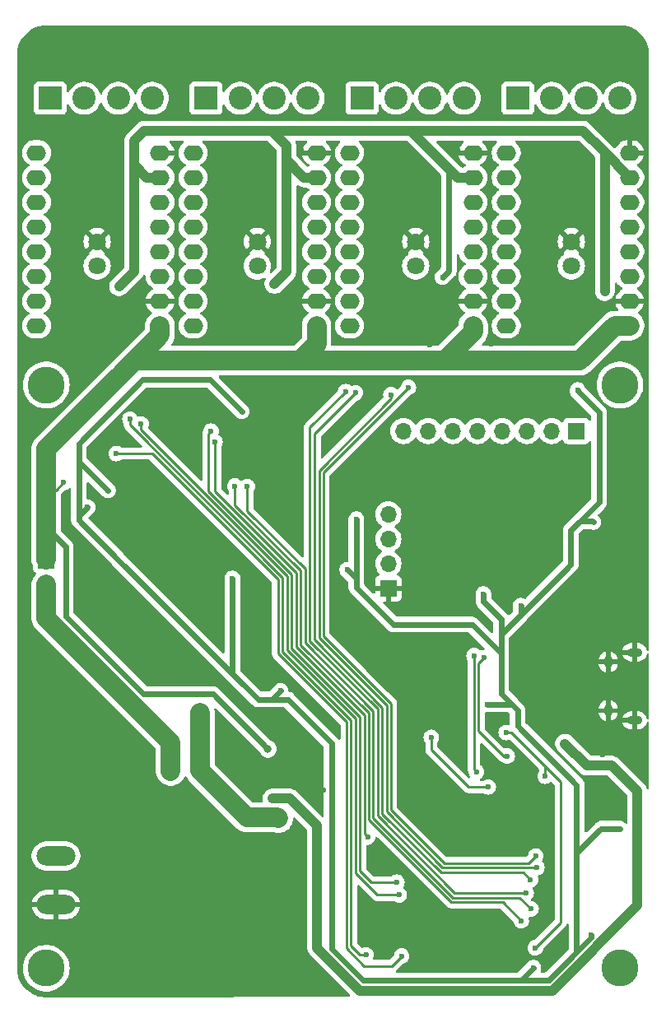
<source format=gbl>
G04 #@! TF.GenerationSoftware,KiCad,Pcbnew,8.0.3-8.0.3-0~ubuntu20.04.1*
G04 #@! TF.CreationDate,2024-08-18T22:02:50-04:00*
G04 #@! TF.ProjectId,syringe_pump,73797269-6e67-4655-9f70-756d702e6b69,rev?*
G04 #@! TF.SameCoordinates,Original*
G04 #@! TF.FileFunction,Copper,L2,Bot*
G04 #@! TF.FilePolarity,Positive*
%FSLAX46Y46*%
G04 Gerber Fmt 4.6, Leading zero omitted, Abs format (unit mm)*
G04 Created by KiCad (PCBNEW 8.0.3-8.0.3-0~ubuntu20.04.1) date 2024-08-18 22:02:50*
%MOMM*%
%LPD*%
G01*
G04 APERTURE LIST*
G04 #@! TA.AperFunction,ComponentPad*
%ADD10C,1.800000*%
G04 #@! TD*
G04 #@! TA.AperFunction,ComponentPad*
%ADD11R,1.700000X1.700000*%
G04 #@! TD*
G04 #@! TA.AperFunction,ComponentPad*
%ADD12O,1.700000X1.700000*%
G04 #@! TD*
G04 #@! TA.AperFunction,ComponentPad*
%ADD13O,4.000000X2.000000*%
G04 #@! TD*
G04 #@! TA.AperFunction,ComponentPad*
%ADD14O,1.550000X0.890000*%
G04 #@! TD*
G04 #@! TA.AperFunction,ComponentPad*
%ADD15O,0.950000X1.250000*%
G04 #@! TD*
G04 #@! TA.AperFunction,ComponentPad*
%ADD16R,2.400000X2.400000*%
G04 #@! TD*
G04 #@! TA.AperFunction,ComponentPad*
%ADD17C,2.400000*%
G04 #@! TD*
G04 #@! TA.AperFunction,ComponentPad*
%ADD18O,2.000000X1.600000*%
G04 #@! TD*
G04 #@! TA.AperFunction,ViaPad*
%ADD19C,3.800000*%
G04 #@! TD*
G04 #@! TA.AperFunction,ViaPad*
%ADD20C,0.600000*%
G04 #@! TD*
G04 #@! TA.AperFunction,ViaPad*
%ADD21C,0.800000*%
G04 #@! TD*
G04 #@! TA.AperFunction,Conductor*
%ADD22C,2.032000*%
G04 #@! TD*
G04 #@! TA.AperFunction,Conductor*
%ADD23C,0.609600*%
G04 #@! TD*
G04 #@! TA.AperFunction,Conductor*
%ADD24C,1.016000*%
G04 #@! TD*
G04 #@! TA.AperFunction,Conductor*
%ADD25C,0.254000*%
G04 #@! TD*
G04 APERTURE END LIST*
D10*
X58225000Y-74750000D03*
X58225000Y-72250000D03*
D11*
X107525000Y-91725000D03*
D12*
X104985000Y-91725000D03*
X102445000Y-91725000D03*
X99905000Y-91725000D03*
X97365000Y-91725000D03*
X94825000Y-91725000D03*
X92285000Y-91725000D03*
X89745000Y-91725000D03*
D13*
X54000000Y-140450000D03*
X54000000Y-135450000D03*
D14*
X113500000Y-121500000D03*
D15*
X110800000Y-120500000D03*
X110800000Y-115500000D03*
D14*
X113500000Y-114500000D03*
D10*
X107000000Y-74750000D03*
X107000000Y-72250000D03*
X74700000Y-74750000D03*
X74700000Y-72250000D03*
D11*
X88175000Y-107920000D03*
D12*
X88175000Y-105380000D03*
X88175000Y-102840000D03*
X88175000Y-100300000D03*
D11*
X53000000Y-105025000D03*
D12*
X53000000Y-107565000D03*
D10*
X91000000Y-74750000D03*
X91000000Y-72250000D03*
D16*
X69433333Y-57500000D03*
D17*
X72933333Y-57500000D03*
X76433333Y-57500000D03*
X79933333Y-57500000D03*
D18*
X68100000Y-80890000D03*
X68100000Y-78350000D03*
X68100000Y-75810000D03*
X68100000Y-73270000D03*
X68100000Y-70730000D03*
X68100000Y-68190000D03*
X68100000Y-65650000D03*
X68100000Y-63110000D03*
X80800000Y-63110000D03*
X80800000Y-65650000D03*
X80800000Y-68190000D03*
X80800000Y-70730000D03*
X80800000Y-73270000D03*
X80800000Y-75810000D03*
X80800000Y-78350000D03*
X80800000Y-80890000D03*
D16*
X53400000Y-57500000D03*
D17*
X56900000Y-57500000D03*
X60400000Y-57500000D03*
X63900000Y-57500000D03*
D16*
X101500000Y-57500000D03*
D17*
X105000000Y-57500000D03*
X108500000Y-57500000D03*
X112000000Y-57500000D03*
D18*
X84200000Y-80890000D03*
X84200000Y-78350000D03*
X84200000Y-75810000D03*
X84200000Y-73270000D03*
X84200000Y-70730000D03*
X84200000Y-68190000D03*
X84200000Y-65650000D03*
X84200000Y-63110000D03*
X96900000Y-63110000D03*
X96900000Y-65650000D03*
X96900000Y-68190000D03*
X96900000Y-70730000D03*
X96900000Y-73270000D03*
X96900000Y-75810000D03*
X96900000Y-78350000D03*
X96900000Y-80890000D03*
D16*
X85466666Y-57500000D03*
D17*
X88966666Y-57500000D03*
X92466666Y-57500000D03*
X95966666Y-57500000D03*
D18*
X52000000Y-80890000D03*
X52000000Y-78350000D03*
X52000000Y-75810000D03*
X52000000Y-73270000D03*
X52000000Y-70730000D03*
X52000000Y-68190000D03*
X52000000Y-65650000D03*
X52000000Y-63110000D03*
X64700000Y-63110000D03*
X64700000Y-65650000D03*
X64700000Y-68190000D03*
X64700000Y-70730000D03*
X64700000Y-73270000D03*
X64700000Y-75810000D03*
X64700000Y-78350000D03*
X64700000Y-80890000D03*
X100300000Y-80890000D03*
X100300000Y-78350000D03*
X100300000Y-75810000D03*
X100300000Y-73270000D03*
X100300000Y-70730000D03*
X100300000Y-68190000D03*
X100300000Y-65650000D03*
X100300000Y-63110000D03*
X113000000Y-63110000D03*
X113000000Y-65650000D03*
X113000000Y-68190000D03*
X113000000Y-70730000D03*
X113000000Y-73270000D03*
X113000000Y-75810000D03*
X113000000Y-78350000D03*
X113000000Y-80890000D03*
D19*
X112000000Y-147000000D03*
X53000000Y-147000000D03*
X53000000Y-87000000D03*
X112000000Y-87000000D03*
D20*
X112450000Y-109600000D03*
X94000000Y-120950000D03*
X68500000Y-116450000D03*
X101450000Y-133900000D03*
X113350000Y-90900000D03*
X92500000Y-106950000D03*
X51700000Y-90900000D03*
X85850000Y-94100000D03*
X56750000Y-138050000D03*
X98750000Y-82750000D03*
X94550000Y-79150000D03*
X89350000Y-116800000D03*
X100400000Y-146450000D03*
X74700000Y-120850000D03*
X113350000Y-125350000D03*
X89700000Y-82700000D03*
X79150000Y-86850000D03*
X103950000Y-129900000D03*
D21*
X62500000Y-112650000D03*
X79050000Y-149050000D03*
X109500000Y-105000000D03*
D20*
X94900000Y-133250000D03*
X59450000Y-148200000D03*
X104650000Y-110900000D03*
X108750000Y-76100000D03*
X72950000Y-135900000D03*
X57350000Y-105400000D03*
X78200000Y-121700000D03*
X111700000Y-97700000D03*
D21*
X71150000Y-132450000D03*
D20*
X81500000Y-148750000D03*
X95350000Y-62800000D03*
X74600000Y-107900000D03*
D21*
X110000000Y-103000000D03*
D20*
X103900000Y-94750000D03*
X74750000Y-82600000D03*
X64550000Y-98550000D03*
X50850000Y-105600000D03*
X59600000Y-101950000D03*
X105150000Y-117750000D03*
X92450000Y-82900000D03*
X93750000Y-87950000D03*
X81550000Y-128650000D03*
X59000000Y-92900000D03*
X64450000Y-88600000D03*
X69900000Y-112300000D03*
X50800000Y-93900000D03*
X113810000Y-60660000D03*
X85400000Y-98600000D03*
X110250000Y-125000000D03*
X108100000Y-107250000D03*
X79600000Y-125950000D03*
X78450000Y-79250000D03*
X88650000Y-69100000D03*
D21*
X60800000Y-132500000D03*
D20*
X50850000Y-99100000D03*
X88600000Y-73700000D03*
X78850000Y-133100000D03*
X108100000Y-96550000D03*
X60800000Y-107350000D03*
X99750000Y-108250000D03*
X108950000Y-122700000D03*
X64650000Y-138700000D03*
X60250000Y-143950000D03*
X104700000Y-80900000D03*
D21*
X60500000Y-121700000D03*
D20*
X74200000Y-86650000D03*
X93150000Y-141650000D03*
X103850000Y-64500000D03*
X105350000Y-78850000D03*
X71750000Y-63950000D03*
X110800000Y-79250000D03*
X102600000Y-127300000D03*
X90900000Y-97550000D03*
X93050000Y-146450000D03*
X90250000Y-94550000D03*
X112050000Y-83600000D03*
X87950000Y-64250000D03*
X82700000Y-59550000D03*
X50850000Y-111600000D03*
X56550000Y-63750000D03*
X90450000Y-76800000D03*
X98400000Y-134550000D03*
X51100000Y-102100000D03*
X104700000Y-69050000D03*
X81300000Y-120450000D03*
X66550000Y-91250000D03*
X103800000Y-86700000D03*
X90000000Y-124300000D03*
D21*
X75100000Y-133550000D03*
D20*
X89600000Y-80500000D03*
X92900000Y-127950000D03*
X108500000Y-115500000D03*
X59550000Y-82800000D03*
X56600000Y-120850000D03*
X54692942Y-118035884D03*
X110850000Y-130000000D03*
X95300000Y-77250000D03*
X50800000Y-60550000D03*
X69450000Y-131050000D03*
X78950000Y-140050000D03*
X55650000Y-74550000D03*
X60800000Y-74450000D03*
X72300000Y-74400000D03*
X79200000Y-62800000D03*
X111450000Y-129050000D03*
X104700000Y-75050000D03*
X92950000Y-74000000D03*
X60100000Y-112150000D03*
X66900000Y-107600000D03*
X95400000Y-124650000D03*
X62400000Y-79200000D03*
X99600000Y-121200000D03*
X106300000Y-89000000D03*
X98700000Y-59550000D03*
X97050000Y-89150000D03*
X52600000Y-83450000D03*
X83250000Y-108800000D03*
X103100000Y-120950000D03*
X85550000Y-114100000D03*
X112800000Y-61450000D03*
X86750000Y-106100000D03*
X92550000Y-109800000D03*
X97850000Y-110850000D03*
X66150000Y-62250000D03*
D21*
X76850000Y-131550000D03*
X68800000Y-120750000D03*
D20*
X84900000Y-100800000D03*
X97950000Y-108500000D03*
X103100000Y-146950000D03*
X59350000Y-97850000D03*
X73100000Y-89700000D03*
X77100000Y-118450000D03*
X93750000Y-75900000D03*
X110450000Y-77350000D03*
X98350000Y-119850000D03*
X109050000Y-143600000D03*
X57250000Y-99550000D03*
X101800000Y-109700000D03*
X83950000Y-106000000D03*
X60500000Y-76850000D03*
X72150000Y-106900000D03*
X112000000Y-132650000D03*
X109250000Y-101100000D03*
X107650000Y-87500000D03*
X76450000Y-76600000D03*
D21*
X65800000Y-126700000D03*
D20*
X98450000Y-128350000D03*
X92600000Y-123250000D03*
X100300000Y-122750000D03*
X103300000Y-144900000D03*
X104300000Y-127250000D03*
D21*
X76250000Y-129550000D03*
X106350000Y-123900000D03*
D20*
X97250000Y-126800000D03*
X97000000Y-114850000D03*
X100400000Y-125176000D03*
X98000000Y-115050000D03*
X60200000Y-94050000D03*
X89550000Y-145750000D03*
X85882143Y-145617857D03*
X61600000Y-90500000D03*
X89300000Y-139450000D03*
X62750000Y-91000000D03*
D21*
X75800000Y-124450000D03*
D20*
X54800000Y-97025000D03*
X72405000Y-97400000D03*
X101850000Y-142100000D03*
X102850000Y-140900000D03*
X73675000Y-97450000D03*
X83785409Y-87685409D03*
X102350000Y-139250000D03*
X103350000Y-135450000D03*
X90250000Y-87250000D03*
X89050000Y-138150000D03*
X69950000Y-91750000D03*
X70350000Y-92850000D03*
X86050000Y-133500000D03*
X84806644Y-87806644D03*
X102800000Y-137900000D03*
X88450000Y-88000000D03*
X103450000Y-136650000D03*
D22*
X68800000Y-120750000D02*
X68800000Y-126650000D01*
X68800000Y-126650000D02*
X73650000Y-131500000D01*
X76800000Y-131500000D02*
X76850000Y-131550000D01*
X73650000Y-131500000D02*
X76800000Y-131500000D01*
D23*
X62900000Y-86450000D02*
X56350000Y-93000000D01*
D24*
X79500000Y-65650000D02*
X77700000Y-63850000D01*
D23*
X109050000Y-143867684D02*
X107208842Y-145708842D01*
D24*
X110450000Y-63100000D02*
X110275000Y-62925000D01*
D23*
X83950000Y-106000000D02*
X84900000Y-106950000D01*
X101800000Y-109700000D02*
X101800000Y-110600000D01*
X74800000Y-119350000D02*
X73300000Y-117850000D01*
X94400000Y-64750000D02*
X93650000Y-64000000D01*
D24*
X77700000Y-75350000D02*
X77700000Y-63850000D01*
X63050000Y-60850000D02*
X75850000Y-60850000D01*
X62050000Y-61850000D02*
X63050000Y-60850000D01*
X64700000Y-65650000D02*
X63350000Y-65650000D01*
D23*
X101483842Y-120466158D02*
X101483842Y-122083842D01*
X100867684Y-119850000D02*
X101483842Y-120466158D01*
D24*
X63350000Y-65650000D02*
X62050000Y-64350000D01*
X76150000Y-60850000D02*
X75850000Y-60850000D01*
D23*
X99800000Y-114650000D02*
X99800000Y-112600000D01*
X109150000Y-101000000D02*
X107900000Y-101000000D01*
X73100000Y-89700000D02*
X69850000Y-86450000D01*
X109850000Y-89850000D02*
X107650000Y-87650000D01*
D24*
X108200000Y-60850000D02*
X107550000Y-60850000D01*
D23*
X110050000Y-132650000D02*
X107550000Y-135150000D01*
X97950000Y-109250000D02*
X97950000Y-108500000D01*
X101816158Y-148233842D02*
X101650000Y-148233842D01*
X56350000Y-100900000D02*
X60300000Y-104850000D01*
X99800000Y-118782316D02*
X99800000Y-114650000D01*
X93750000Y-75900000D02*
X94400000Y-75250000D01*
D24*
X62050000Y-64350000D02*
X62050000Y-75300000D01*
D23*
X82354800Y-144972484D02*
X85616158Y-148233842D01*
X56350000Y-100900000D02*
X56350000Y-100450000D01*
X98350000Y-119850000D02*
X100867684Y-119850000D01*
X101800000Y-110600000D02*
X106950000Y-105450000D01*
X60300000Y-104850000D02*
X73300000Y-117850000D01*
D24*
X90500000Y-60850000D02*
X89350000Y-60850000D01*
D23*
X80750000Y-122250000D02*
X82354800Y-123854800D01*
X112000000Y-132650000D02*
X110050000Y-132650000D01*
X99800000Y-112600000D02*
X99800000Y-111100000D01*
D24*
X93650000Y-64000000D02*
X90500000Y-60850000D01*
X113000000Y-65650000D02*
X110275000Y-62925000D01*
D23*
X107900000Y-101000000D02*
X109850000Y-99050000D01*
D24*
X89350000Y-60850000D02*
X107550000Y-60850000D01*
D23*
X101483842Y-120466158D02*
X99800000Y-118782316D01*
D24*
X62050000Y-64350000D02*
X62050000Y-61850000D01*
D23*
X69850000Y-86450000D02*
X62900000Y-86450000D01*
X75700000Y-119350000D02*
X77850000Y-119350000D01*
X103100000Y-146950000D02*
X101816158Y-148233842D01*
X106950000Y-101950000D02*
X107900000Y-101000000D01*
D24*
X95300000Y-65650000D02*
X93650000Y-64000000D01*
X62050000Y-75300000D02*
X60500000Y-76850000D01*
D23*
X82354800Y-123854800D02*
X82354800Y-144972484D01*
X109050000Y-143600000D02*
X109050000Y-143867684D01*
X107208842Y-145708842D02*
X104683842Y-148233842D01*
X72150000Y-106900000D02*
X72150000Y-116700000D01*
X85616158Y-148233842D02*
X101650000Y-148233842D01*
X99800000Y-111100000D02*
X97950000Y-109250000D01*
X84900000Y-107150000D02*
X84900000Y-107850000D01*
X72150000Y-116700000D02*
X73300000Y-117850000D01*
X75700000Y-119350000D02*
X74800000Y-119350000D01*
X107550000Y-135150000D02*
X107550000Y-145367684D01*
X56350000Y-94800000D02*
X56350000Y-100900000D01*
D24*
X96900000Y-65650000D02*
X95300000Y-65650000D01*
D23*
X84900000Y-100800000D02*
X84900000Y-107150000D01*
D24*
X110450000Y-77350000D02*
X110450000Y-63100000D01*
D23*
X56350000Y-94850000D02*
X56350000Y-94800000D01*
X101483842Y-122083842D02*
X107550000Y-128150000D01*
X84900000Y-106950000D02*
X84900000Y-107150000D01*
X76200000Y-119350000D02*
X75700000Y-119350000D01*
X88700000Y-111650000D02*
X96800000Y-111650000D01*
D24*
X77700000Y-63850000D02*
X77700000Y-62400000D01*
X80800000Y-65650000D02*
X79500000Y-65650000D01*
X76450000Y-76600000D02*
X77700000Y-75350000D01*
D23*
X94400000Y-75250000D02*
X94400000Y-64750000D01*
X106950000Y-105450000D02*
X106950000Y-101950000D01*
X77100000Y-118450000D02*
X76200000Y-119350000D01*
X107550000Y-128150000D02*
X107550000Y-135150000D01*
X56350000Y-100450000D02*
X57250000Y-99550000D01*
X59350000Y-97850000D02*
X56350000Y-94850000D01*
X109850000Y-99050000D02*
X109850000Y-89850000D01*
X56350000Y-93000000D02*
X56350000Y-94800000D01*
D24*
X77700000Y-62400000D02*
X76150000Y-60850000D01*
X110275000Y-62925000D02*
X108200000Y-60850000D01*
D23*
X96800000Y-111650000D02*
X99800000Y-114650000D01*
X101800000Y-110600000D02*
X99800000Y-112600000D01*
X104683842Y-148233842D02*
X101650000Y-148233842D01*
X77850000Y-119350000D02*
X80750000Y-122250000D01*
X109250000Y-101100000D02*
X109150000Y-101000000D01*
X107550000Y-145367684D02*
X107208842Y-145708842D01*
X84900000Y-107850000D02*
X88700000Y-111650000D01*
D24*
X75850000Y-60850000D02*
X89350000Y-60850000D01*
D23*
X107650000Y-87650000D02*
X107650000Y-87500000D01*
D22*
X53000000Y-111000000D02*
X53000000Y-107540000D01*
X65800000Y-126700000D02*
X65800000Y-123800000D01*
X65800000Y-123800000D02*
X53000000Y-111000000D01*
D25*
X96450000Y-128350000D02*
X92600000Y-124500000D01*
X98450000Y-128350000D02*
X96450000Y-128350000D01*
X92600000Y-124500000D02*
X92600000Y-123250000D01*
X100800000Y-122750000D02*
X104300000Y-126250000D01*
X104300000Y-127250000D02*
X104300000Y-126250000D01*
X105900000Y-142300000D02*
X103300000Y-144900000D01*
X100300000Y-122750000D02*
X100800000Y-122750000D01*
X104300000Y-126250000D02*
X105900000Y-127850000D01*
X105900000Y-127850000D02*
X105900000Y-142300000D01*
D24*
X80850000Y-144900000D02*
X80850000Y-132350000D01*
X108600000Y-126150000D02*
X111150000Y-126150000D01*
X105050000Y-149300000D02*
X85250000Y-149300000D01*
X85250000Y-149300000D02*
X80850000Y-144900000D01*
X113800000Y-128800000D02*
X113800000Y-140550000D01*
X80850000Y-132350000D02*
X78050000Y-129550000D01*
X78050000Y-129550000D02*
X76250000Y-129550000D01*
X111150000Y-126150000D02*
X113800000Y-128800000D01*
X106350000Y-123900000D02*
X108600000Y-126150000D01*
X113800000Y-140550000D02*
X105050000Y-149300000D01*
D25*
X97000000Y-126550000D02*
X97250000Y-126800000D01*
X97000000Y-114850000D02*
X97000000Y-126550000D01*
X98000000Y-115050000D02*
X97454000Y-115596000D01*
X100000000Y-125150000D02*
X100026000Y-125176000D01*
X97454000Y-121250000D02*
X97454000Y-122604000D01*
X100026000Y-125176000D02*
X100400000Y-125176000D01*
X97454000Y-122604000D02*
X100000000Y-125150000D01*
X97454000Y-115596000D02*
X97454000Y-121250000D01*
X88550000Y-146750000D02*
X89550000Y-145750000D01*
X76846000Y-106988052D02*
X76846000Y-114638053D01*
X85700000Y-146750000D02*
X88550000Y-146750000D01*
X76846000Y-114638053D02*
X83892000Y-121684053D01*
X60200000Y-94050000D02*
X63907948Y-94050000D01*
X63907948Y-94050000D02*
X76846000Y-106988052D01*
X83892000Y-144942000D02*
X85700000Y-146750000D01*
X83892000Y-121684053D02*
X83892000Y-144942000D01*
X84346000Y-121496000D02*
X77300000Y-114450000D01*
X85882143Y-145617857D02*
X85263857Y-145617857D01*
X84346000Y-144700000D02*
X84346000Y-121496000D01*
X77300000Y-106800000D02*
X61600000Y-91100000D01*
X77300000Y-114450000D02*
X77300000Y-106800000D01*
X85263857Y-145617857D02*
X84346000Y-144700000D01*
X61600000Y-91100000D02*
X61600000Y-90500000D01*
X89300000Y-139450000D02*
X87050000Y-139450000D01*
X77800000Y-106657948D02*
X62750000Y-91607948D01*
X84800000Y-121307947D02*
X77800000Y-114307947D01*
X62750000Y-91607948D02*
X62750000Y-91000000D01*
X77800000Y-114307947D02*
X77800000Y-106657948D01*
X84800000Y-137200000D02*
X84800000Y-121307947D01*
X87050000Y-139450000D02*
X84800000Y-137200000D01*
D22*
X96900000Y-80890000D02*
X96900000Y-81550000D01*
D25*
X54050000Y-97750000D02*
X53000000Y-98800000D01*
D22*
X64700000Y-81850000D02*
X64700000Y-80890000D01*
D23*
X75800000Y-124450000D02*
X70150000Y-118800000D01*
D22*
X60650000Y-85900000D02*
X62050000Y-84500000D01*
D23*
X63000000Y-118800000D02*
X55000000Y-110800000D01*
D22*
X60650000Y-85900000D02*
X64700000Y-81850000D01*
X107850000Y-84500000D02*
X111460000Y-80890000D01*
X79100000Y-84500000D02*
X93950000Y-84500000D01*
X53000000Y-101650000D02*
X53000000Y-98800000D01*
X62050000Y-84500000D02*
X79100000Y-84500000D01*
X96900000Y-81550000D02*
X93950000Y-84500000D01*
X93950000Y-84500000D02*
X107850000Y-84500000D01*
D25*
X54800000Y-97025000D02*
X54075000Y-97750000D01*
D22*
X111460000Y-80890000D02*
X113000000Y-80890000D01*
X80800000Y-80890000D02*
X80800000Y-82800000D01*
X53000000Y-98800000D02*
X53000000Y-93550000D01*
X53000000Y-105000000D02*
X53000000Y-101650000D01*
X53000000Y-93550000D02*
X60650000Y-85900000D01*
D23*
X70150000Y-118800000D02*
X63000000Y-118800000D01*
X55000000Y-103650000D02*
X53000000Y-101650000D01*
D22*
X80800000Y-82800000D02*
X79100000Y-84500000D01*
D23*
X55000000Y-110800000D02*
X55000000Y-103650000D01*
D25*
X54075000Y-97750000D02*
X54050000Y-97750000D01*
X99954000Y-140204000D02*
X101850000Y-142100000D01*
X72405000Y-99336790D02*
X79162000Y-106093790D01*
X86162000Y-120743788D02*
X86162000Y-131708000D01*
X86162000Y-131708000D02*
X94658000Y-140204000D01*
X94658000Y-140204000D02*
X99954000Y-140204000D01*
X79162000Y-113743788D02*
X86162000Y-120743788D01*
X79162000Y-106093790D02*
X79162000Y-113743788D01*
X72405000Y-97400000D02*
X72405000Y-99336790D01*
X86616000Y-131519948D02*
X86616000Y-120516000D01*
X101700000Y-139750000D02*
X94846052Y-139750000D01*
X73650000Y-97475000D02*
X73675000Y-97450000D01*
X73650000Y-99939738D02*
X73650000Y-97475000D01*
X79616000Y-105905738D02*
X73650000Y-99939738D01*
X79616000Y-113516000D02*
X79616000Y-105905738D01*
X102850000Y-140900000D02*
X101700000Y-139750000D01*
X86616000Y-120516000D02*
X79616000Y-113516000D01*
X94846052Y-139750000D02*
X86616000Y-131519948D01*
X87070000Y-131331896D02*
X94988104Y-139250000D01*
X83785409Y-87685409D02*
X80100000Y-91370818D01*
X80100000Y-113357947D02*
X87070000Y-120327947D01*
X87070000Y-120327947D02*
X87070000Y-131331896D01*
X80100000Y-91370818D02*
X80100000Y-113357947D01*
X94988104Y-139250000D02*
X102350000Y-139250000D01*
X102604000Y-136196000D02*
X103350000Y-135450000D01*
X81508000Y-95992000D02*
X81508000Y-112839791D01*
X85518197Y-116849988D02*
X87739737Y-119071527D01*
X93930104Y-136196000D02*
X102604000Y-136196000D01*
X88458000Y-119789790D02*
X88458000Y-130723896D01*
X81508000Y-112839791D02*
X85518197Y-116849988D01*
X90250000Y-87250000D02*
X81508000Y-95992000D01*
X87739737Y-119071527D02*
X88458000Y-119789790D01*
X88458000Y-130723896D02*
X93930104Y-136196000D01*
X78254000Y-106469896D02*
X69700000Y-97915896D01*
X78254000Y-114119894D02*
X78254000Y-106469896D01*
X85254000Y-137011948D02*
X85254000Y-121119894D01*
X69700000Y-92000000D02*
X69950000Y-91750000D01*
X69700000Y-97915896D02*
X69700000Y-92000000D01*
X86392052Y-138150000D02*
X85254000Y-137011948D01*
X85254000Y-121119894D02*
X78254000Y-114119894D01*
X89050000Y-138150000D02*
X86392052Y-138150000D01*
X78708000Y-113931841D02*
X78708000Y-106281842D01*
X85708000Y-120931841D02*
X78708000Y-113931841D01*
X85708000Y-133158000D02*
X85708000Y-120931841D01*
X86050000Y-133500000D02*
X85708000Y-133158000D01*
X78708000Y-106281842D02*
X70350000Y-97923842D01*
X70350000Y-97923842D02*
X70350000Y-92850000D01*
X87550000Y-131100000D02*
X87550000Y-120165896D01*
X93600000Y-137150000D02*
X87550000Y-131100000D01*
X102050000Y-137150000D02*
X93600000Y-137150000D01*
X102800000Y-137900000D02*
X102050000Y-137150000D01*
X80600000Y-113215896D02*
X80600000Y-92013288D01*
X87550000Y-120165896D02*
X80600000Y-113215896D01*
X80600000Y-92013288D02*
X84806644Y-87806644D01*
X93742052Y-136650000D02*
X103450000Y-136650000D01*
X88004000Y-119977843D02*
X88004000Y-130911948D01*
X81054000Y-113027843D02*
X88004000Y-119977843D01*
X88004000Y-130911948D02*
X93742052Y-136650000D01*
X81054000Y-95803948D02*
X81054000Y-113027843D01*
X88450000Y-88407948D02*
X81054000Y-95803948D01*
X88450000Y-88000000D02*
X88450000Y-88407948D01*
G04 #@! TA.AperFunction,Conductor*
G36*
X112000855Y-50000011D02*
G01*
X112162269Y-50002274D01*
X112174390Y-50003041D01*
X112478553Y-50037312D01*
X112495992Y-50039277D01*
X112509700Y-50041606D01*
X112824366Y-50113426D01*
X112837725Y-50117273D01*
X113142392Y-50223881D01*
X113155228Y-50229199D01*
X113446025Y-50369239D01*
X113458195Y-50375965D01*
X113731486Y-50547685D01*
X113742827Y-50555732D01*
X113995173Y-50756971D01*
X114005541Y-50766237D01*
X114233762Y-50994458D01*
X114243028Y-51004826D01*
X114444267Y-51257172D01*
X114452314Y-51268513D01*
X114624034Y-51541804D01*
X114630760Y-51553974D01*
X114770798Y-51844766D01*
X114776120Y-51857613D01*
X114882724Y-52162270D01*
X114886573Y-52175633D01*
X114958393Y-52490299D01*
X114960722Y-52504007D01*
X114996957Y-52825597D01*
X114997725Y-52837743D01*
X114999988Y-52999144D01*
X115000000Y-53000882D01*
X115000000Y-114279083D01*
X114980315Y-114346122D01*
X114927511Y-114391877D01*
X114858353Y-114401821D01*
X114794797Y-114372796D01*
X114757023Y-114314018D01*
X114754383Y-114303275D01*
X114738685Y-114224359D01*
X114738683Y-114224353D01*
X114667449Y-114052377D01*
X114667444Y-114052368D01*
X114564029Y-113897598D01*
X114564026Y-113897594D01*
X114432405Y-113765973D01*
X114432401Y-113765970D01*
X114277631Y-113662555D01*
X114277622Y-113662550D01*
X114105646Y-113591316D01*
X114105638Y-113591314D01*
X113923077Y-113555000D01*
X113750000Y-113555000D01*
X113750000Y-114250000D01*
X113250000Y-114250000D01*
X113250000Y-113555000D01*
X113076923Y-113555000D01*
X112894361Y-113591314D01*
X112894353Y-113591316D01*
X112722377Y-113662550D01*
X112722368Y-113662555D01*
X112567598Y-113765970D01*
X112567594Y-113765973D01*
X112435973Y-113897594D01*
X112435970Y-113897598D01*
X112332555Y-114052368D01*
X112332548Y-114052381D01*
X112261317Y-114224350D01*
X112261316Y-114224355D01*
X112256216Y-114250000D01*
X113125272Y-114250000D01*
X113033386Y-114288060D01*
X112963060Y-114358386D01*
X112925000Y-114450272D01*
X112925000Y-114549728D01*
X112963060Y-114641614D01*
X113033386Y-114711940D01*
X113125272Y-114750000D01*
X112256216Y-114750000D01*
X112261316Y-114775644D01*
X112261317Y-114775649D01*
X112332548Y-114947618D01*
X112332555Y-114947631D01*
X112435970Y-115102401D01*
X112435973Y-115102405D01*
X112567594Y-115234026D01*
X112567598Y-115234029D01*
X112722368Y-115337444D01*
X112722377Y-115337449D01*
X112894353Y-115408683D01*
X112894361Y-115408685D01*
X113076921Y-115444999D01*
X113076924Y-115445000D01*
X113250000Y-115445000D01*
X113250000Y-114750000D01*
X113750000Y-114750000D01*
X113750000Y-115445000D01*
X113923076Y-115445000D01*
X113923078Y-115444999D01*
X114105638Y-115408685D01*
X114105646Y-115408683D01*
X114277622Y-115337449D01*
X114277631Y-115337444D01*
X114432401Y-115234029D01*
X114432405Y-115234026D01*
X114564026Y-115102405D01*
X114564029Y-115102401D01*
X114667444Y-114947631D01*
X114667449Y-114947622D01*
X114738683Y-114775646D01*
X114738685Y-114775638D01*
X114754383Y-114696725D01*
X114786768Y-114634814D01*
X114847484Y-114600240D01*
X114917253Y-114603979D01*
X114973925Y-114644846D01*
X114999506Y-114709864D01*
X115000000Y-114720916D01*
X115000000Y-121279083D01*
X114980315Y-121346122D01*
X114927511Y-121391877D01*
X114858353Y-121401821D01*
X114794797Y-121372796D01*
X114757023Y-121314018D01*
X114754383Y-121303275D01*
X114738685Y-121224359D01*
X114738683Y-121224353D01*
X114667449Y-121052377D01*
X114667444Y-121052368D01*
X114564029Y-120897598D01*
X114564026Y-120897594D01*
X114432405Y-120765973D01*
X114432401Y-120765970D01*
X114277631Y-120662555D01*
X114277622Y-120662550D01*
X114105646Y-120591316D01*
X114105638Y-120591314D01*
X113923077Y-120555000D01*
X113750000Y-120555000D01*
X113750000Y-121250000D01*
X113250000Y-121250000D01*
X113250000Y-120555000D01*
X113076923Y-120555000D01*
X112894361Y-120591314D01*
X112894353Y-120591316D01*
X112722377Y-120662550D01*
X112722368Y-120662555D01*
X112567598Y-120765970D01*
X112567594Y-120765973D01*
X112435973Y-120897594D01*
X112435970Y-120897598D01*
X112332555Y-121052368D01*
X112332548Y-121052381D01*
X112261317Y-121224350D01*
X112261316Y-121224355D01*
X112256216Y-121250000D01*
X113125272Y-121250000D01*
X113033386Y-121288060D01*
X112963060Y-121358386D01*
X112925000Y-121450272D01*
X112925000Y-121549728D01*
X112963060Y-121641614D01*
X113033386Y-121711940D01*
X113125272Y-121750000D01*
X112256216Y-121750000D01*
X112261316Y-121775644D01*
X112261317Y-121775649D01*
X112332548Y-121947618D01*
X112332555Y-121947631D01*
X112435970Y-122102401D01*
X112435973Y-122102405D01*
X112567594Y-122234026D01*
X112567598Y-122234029D01*
X112722368Y-122337444D01*
X112722377Y-122337449D01*
X112894353Y-122408683D01*
X112894361Y-122408685D01*
X113076921Y-122444999D01*
X113076924Y-122445000D01*
X113250000Y-122445000D01*
X113250000Y-121750000D01*
X113750000Y-121750000D01*
X113750000Y-122445000D01*
X113923076Y-122445000D01*
X113923078Y-122444999D01*
X114105638Y-122408685D01*
X114105646Y-122408683D01*
X114277622Y-122337449D01*
X114277631Y-122337444D01*
X114432401Y-122234029D01*
X114432405Y-122234026D01*
X114564026Y-122102405D01*
X114564029Y-122102401D01*
X114667444Y-121947631D01*
X114667449Y-121947622D01*
X114738683Y-121775646D01*
X114738685Y-121775638D01*
X114754383Y-121696725D01*
X114786768Y-121634814D01*
X114847484Y-121600240D01*
X114917253Y-121603979D01*
X114973925Y-121644846D01*
X114999506Y-121709864D01*
X115000000Y-121720916D01*
X115000000Y-128438328D01*
X114980315Y-128505367D01*
X114927511Y-128551122D01*
X114858353Y-128561066D01*
X114794797Y-128532041D01*
X114761439Y-128485781D01*
X114741783Y-128438328D01*
X114693721Y-128322296D01*
X114693719Y-128322293D01*
X114693717Y-128322289D01*
X114583354Y-128157120D01*
X114531627Y-128105393D01*
X114442881Y-128016647D01*
X113134562Y-126708328D01*
X111792884Y-125366649D01*
X111792881Y-125366646D01*
X111669277Y-125284057D01*
X111627704Y-125256279D01*
X111627702Y-125256278D01*
X111625334Y-125255297D01*
X111625334Y-125255296D01*
X111444169Y-125180256D01*
X111444161Y-125180254D01*
X111249333Y-125141500D01*
X111249329Y-125141500D01*
X109069097Y-125141500D01*
X109002058Y-125121815D01*
X108981416Y-125105181D01*
X106992884Y-123116649D01*
X106992880Y-123116646D01*
X106827710Y-123006282D01*
X106827701Y-123006277D01*
X106644168Y-122930256D01*
X106644160Y-122930254D01*
X106449332Y-122891500D01*
X106449329Y-122891500D01*
X106250671Y-122891500D01*
X106250668Y-122891500D01*
X106055839Y-122930254D01*
X106055831Y-122930256D01*
X105872298Y-123006277D01*
X105872289Y-123006282D01*
X105707119Y-123116646D01*
X105707115Y-123116649D01*
X105566649Y-123257115D01*
X105566646Y-123257119D01*
X105456282Y-123422289D01*
X105456277Y-123422298D01*
X105380256Y-123605831D01*
X105380254Y-123605839D01*
X105341500Y-123800666D01*
X105341500Y-123999333D01*
X105380254Y-124194160D01*
X105380256Y-124194168D01*
X105456277Y-124377701D01*
X105456282Y-124377710D01*
X105566646Y-124542880D01*
X105566649Y-124542884D01*
X107957115Y-126933351D01*
X107957123Y-126933357D01*
X108122286Y-127043715D01*
X108122290Y-127043717D01*
X108122297Y-127043722D01*
X108187537Y-127070745D01*
X108305831Y-127119744D01*
X108500666Y-127158499D01*
X108500670Y-127158500D01*
X108500671Y-127158500D01*
X108500672Y-127158500D01*
X108699329Y-127158500D01*
X110680904Y-127158500D01*
X110747943Y-127178185D01*
X110768585Y-127194819D01*
X112755181Y-129181415D01*
X112788666Y-129242738D01*
X112791500Y-129269096D01*
X112791500Y-132003270D01*
X112771815Y-132070309D01*
X112719011Y-132116064D01*
X112649853Y-132126008D01*
X112586297Y-132096983D01*
X112579819Y-132090951D01*
X112513352Y-132024484D01*
X112513348Y-132024481D01*
X112381459Y-131936355D01*
X112381446Y-131936348D01*
X112234898Y-131875647D01*
X112234889Y-131875644D01*
X112079319Y-131844700D01*
X112079315Y-131844700D01*
X112009315Y-131844700D01*
X112004596Y-131844435D01*
X111995404Y-131844435D01*
X111990685Y-131844700D01*
X110135450Y-131844700D01*
X110135430Y-131844699D01*
X110129316Y-131844699D01*
X109970685Y-131844699D01*
X109970683Y-131844699D01*
X109815108Y-131875645D01*
X109815098Y-131875648D01*
X109668553Y-131936348D01*
X109668540Y-131936355D01*
X109536652Y-132024480D01*
X109490824Y-132070309D01*
X109424482Y-132136651D01*
X108566981Y-132994152D01*
X108505658Y-133027637D01*
X108435966Y-133022653D01*
X108380033Y-132980781D01*
X108355616Y-132915317D01*
X108355300Y-132906471D01*
X108355300Y-128235450D01*
X108355301Y-128235429D01*
X108355301Y-128070682D01*
X108324354Y-127915108D01*
X108324353Y-127915107D01*
X108324353Y-127915103D01*
X108263648Y-127768547D01*
X108252767Y-127752262D01*
X108219727Y-127702815D01*
X108175518Y-127636651D01*
X108175515Y-127636647D01*
X108060253Y-127521385D01*
X108060222Y-127521356D01*
X102325461Y-121786595D01*
X102291976Y-121725272D01*
X102289142Y-121698914D01*
X102289142Y-120551607D01*
X102289143Y-120551586D01*
X102289143Y-120386840D01*
X102261922Y-120249999D01*
X109825789Y-120249999D01*
X109825790Y-120250000D01*
X110543763Y-120250000D01*
X110525000Y-120295299D01*
X110525000Y-120704701D01*
X110543763Y-120750000D01*
X109825789Y-120750000D01*
X109862466Y-120934389D01*
X109862468Y-120934397D01*
X109935964Y-121111833D01*
X109935969Y-121111842D01*
X110042667Y-121271526D01*
X110042670Y-121271530D01*
X110178469Y-121407329D01*
X110178473Y-121407332D01*
X110338157Y-121514030D01*
X110338167Y-121514035D01*
X110515599Y-121587530D01*
X110515606Y-121587533D01*
X110550000Y-121594373D01*
X110550000Y-120765056D01*
X110566866Y-120805775D01*
X110644225Y-120883134D01*
X110745299Y-120925000D01*
X110854701Y-120925000D01*
X110955775Y-120883134D01*
X111033134Y-120805775D01*
X111050000Y-120765056D01*
X111050000Y-121594372D01*
X111084393Y-121587533D01*
X111084400Y-121587530D01*
X111261832Y-121514035D01*
X111261842Y-121514030D01*
X111421526Y-121407332D01*
X111421530Y-121407329D01*
X111557329Y-121271530D01*
X111557332Y-121271526D01*
X111664030Y-121111842D01*
X111664035Y-121111833D01*
X111737531Y-120934397D01*
X111737533Y-120934389D01*
X111774210Y-120750000D01*
X111056237Y-120750000D01*
X111075000Y-120704701D01*
X111075000Y-120295299D01*
X111056237Y-120250000D01*
X111774210Y-120250000D01*
X111774210Y-120249999D01*
X111737533Y-120065610D01*
X111737531Y-120065602D01*
X111664035Y-119888166D01*
X111664030Y-119888157D01*
X111557332Y-119728473D01*
X111557329Y-119728469D01*
X111421530Y-119592670D01*
X111421526Y-119592667D01*
X111261842Y-119485969D01*
X111261833Y-119485964D01*
X111084397Y-119412468D01*
X111084389Y-119412466D01*
X111050000Y-119405625D01*
X111050000Y-120234943D01*
X111033134Y-120194225D01*
X110955775Y-120116866D01*
X110854701Y-120075000D01*
X110745299Y-120075000D01*
X110644225Y-120116866D01*
X110566866Y-120194225D01*
X110550000Y-120234943D01*
X110550000Y-119405625D01*
X110515610Y-119412466D01*
X110515602Y-119412468D01*
X110338166Y-119485964D01*
X110338157Y-119485969D01*
X110178473Y-119592667D01*
X110178469Y-119592670D01*
X110042670Y-119728469D01*
X110042667Y-119728473D01*
X109935969Y-119888157D01*
X109935964Y-119888166D01*
X109862468Y-120065602D01*
X109862466Y-120065610D01*
X109825789Y-120249999D01*
X102261922Y-120249999D01*
X102258196Y-120231266D01*
X102258195Y-120231265D01*
X102258195Y-120231261D01*
X102213912Y-120124351D01*
X102197493Y-120084711D01*
X102197486Y-120084698D01*
X102109360Y-119952809D01*
X102109357Y-119952805D01*
X101994095Y-119837543D01*
X101994064Y-119837514D01*
X101497542Y-119340992D01*
X101497522Y-119340970D01*
X101377937Y-119221385D01*
X101377906Y-119221356D01*
X100641619Y-118485069D01*
X100608134Y-118423746D01*
X100605300Y-118397388D01*
X100605300Y-115249999D01*
X109825789Y-115249999D01*
X109825790Y-115250000D01*
X110543763Y-115250000D01*
X110525000Y-115295299D01*
X110525000Y-115704701D01*
X110543763Y-115750000D01*
X109825789Y-115750000D01*
X109862466Y-115934389D01*
X109862468Y-115934397D01*
X109935964Y-116111833D01*
X109935969Y-116111842D01*
X110042667Y-116271526D01*
X110042670Y-116271530D01*
X110178469Y-116407329D01*
X110178473Y-116407332D01*
X110338157Y-116514030D01*
X110338167Y-116514035D01*
X110515599Y-116587530D01*
X110515606Y-116587533D01*
X110550000Y-116594373D01*
X110550000Y-115765056D01*
X110566866Y-115805775D01*
X110644225Y-115883134D01*
X110745299Y-115925000D01*
X110854701Y-115925000D01*
X110955775Y-115883134D01*
X111033134Y-115805775D01*
X111050000Y-115765056D01*
X111050000Y-116594372D01*
X111084393Y-116587533D01*
X111084400Y-116587530D01*
X111261832Y-116514035D01*
X111261842Y-116514030D01*
X111421526Y-116407332D01*
X111421530Y-116407329D01*
X111557329Y-116271530D01*
X111557332Y-116271526D01*
X111664030Y-116111842D01*
X111664035Y-116111833D01*
X111737531Y-115934397D01*
X111737533Y-115934389D01*
X111774210Y-115750000D01*
X111056237Y-115750000D01*
X111075000Y-115704701D01*
X111075000Y-115295299D01*
X111056237Y-115250000D01*
X111774210Y-115250000D01*
X111774210Y-115249999D01*
X111737533Y-115065610D01*
X111737531Y-115065602D01*
X111664035Y-114888166D01*
X111664030Y-114888157D01*
X111557332Y-114728473D01*
X111557329Y-114728469D01*
X111421530Y-114592670D01*
X111421526Y-114592667D01*
X111261842Y-114485969D01*
X111261833Y-114485964D01*
X111084397Y-114412468D01*
X111084389Y-114412466D01*
X111050000Y-114405625D01*
X111050000Y-115234943D01*
X111033134Y-115194225D01*
X110955775Y-115116866D01*
X110854701Y-115075000D01*
X110745299Y-115075000D01*
X110644225Y-115116866D01*
X110566866Y-115194225D01*
X110550000Y-115234943D01*
X110550000Y-114405625D01*
X110515610Y-114412466D01*
X110515602Y-114412468D01*
X110338166Y-114485964D01*
X110338157Y-114485969D01*
X110178473Y-114592667D01*
X110178469Y-114592670D01*
X110042670Y-114728469D01*
X110042667Y-114728473D01*
X109935969Y-114888157D01*
X109935964Y-114888166D01*
X109862468Y-115065602D01*
X109862466Y-115065610D01*
X109825789Y-115249999D01*
X100605300Y-115249999D01*
X100605300Y-114735450D01*
X100605301Y-114735429D01*
X100605301Y-114565575D01*
X100605300Y-114565549D01*
X100605300Y-112984927D01*
X100624985Y-112917888D01*
X100641614Y-112897251D01*
X102306280Y-111232584D01*
X102306287Y-111232579D01*
X102313347Y-111225519D01*
X102313349Y-111225518D01*
X102425518Y-111113349D01*
X102425519Y-111113347D01*
X102432579Y-111106287D01*
X102432585Y-111106280D01*
X107463345Y-106075520D01*
X107463349Y-106075518D01*
X107575518Y-105963349D01*
X107663648Y-105831453D01*
X107724353Y-105684897D01*
X107730431Y-105654342D01*
X107755301Y-105529317D01*
X107755301Y-105365574D01*
X107755300Y-105365548D01*
X107755300Y-102334928D01*
X107774985Y-102267889D01*
X107791619Y-102247247D01*
X108197247Y-101841619D01*
X108258570Y-101808134D01*
X108284928Y-101805300D01*
X108823730Y-101805300D01*
X108871183Y-101814739D01*
X109015102Y-101874353D01*
X109170679Y-101905299D01*
X109170683Y-101905300D01*
X109170684Y-101905300D01*
X109240685Y-101905300D01*
X109245404Y-101905565D01*
X109250000Y-101905565D01*
X109254596Y-101905565D01*
X109259315Y-101905300D01*
X109329316Y-101905300D01*
X109329317Y-101905299D01*
X109484897Y-101874353D01*
X109631453Y-101813647D01*
X109763349Y-101725517D01*
X109875517Y-101613349D01*
X109963647Y-101481453D01*
X110024353Y-101334897D01*
X110055300Y-101179315D01*
X110055300Y-101109319D01*
X110055565Y-101104600D01*
X110055565Y-101095402D01*
X110055300Y-101090686D01*
X110055300Y-101020683D01*
X110055299Y-101020679D01*
X110024354Y-100865109D01*
X110024353Y-100865102D01*
X109963647Y-100718547D01*
X109963645Y-100718544D01*
X109963643Y-100718540D01*
X109875518Y-100586652D01*
X109853967Y-100565101D01*
X109779848Y-100490982D01*
X109779831Y-100490963D01*
X109751547Y-100462679D01*
X109718062Y-100401356D01*
X109723046Y-100331664D01*
X109751545Y-100287319D01*
X110363345Y-99675520D01*
X110363349Y-99675518D01*
X110475518Y-99563349D01*
X110563648Y-99431453D01*
X110613028Y-99312238D01*
X110624353Y-99284898D01*
X110655300Y-99129316D01*
X110655300Y-98970685D01*
X110655300Y-89935450D01*
X110655301Y-89935429D01*
X110655301Y-89770682D01*
X110624354Y-89615108D01*
X110624353Y-89615107D01*
X110624353Y-89615103D01*
X110624351Y-89615098D01*
X110563651Y-89468553D01*
X110563649Y-89468549D01*
X110563648Y-89468547D01*
X110514824Y-89395477D01*
X110514824Y-89395476D01*
X110514822Y-89395475D01*
X110475518Y-89336651D01*
X110475515Y-89336647D01*
X110360253Y-89221385D01*
X110360222Y-89221356D01*
X108455191Y-87316325D01*
X108427630Y-87270338D01*
X108426684Y-87270731D01*
X108418095Y-87249996D01*
X108390406Y-87183146D01*
X108363651Y-87118553D01*
X108363644Y-87118540D01*
X108284434Y-86999994D01*
X109594754Y-86999994D01*
X109594754Y-87000005D01*
X109613718Y-87301446D01*
X109613719Y-87301453D01*
X109638099Y-87429255D01*
X109669365Y-87593161D01*
X109670320Y-87598164D01*
X109763659Y-87885431D01*
X109763661Y-87885436D01*
X109892265Y-88158732D01*
X109892268Y-88158738D01*
X110054111Y-88413763D01*
X110054114Y-88413767D01*
X110054115Y-88413768D01*
X110207361Y-88599011D01*
X110246652Y-88646505D01*
X110466836Y-88853272D01*
X110466846Y-88853280D01*
X110711193Y-89030808D01*
X110711198Y-89030810D01*
X110711205Y-89030816D01*
X110975896Y-89176332D01*
X110975901Y-89176334D01*
X110975903Y-89176335D01*
X110975904Y-89176336D01*
X111256734Y-89287524D01*
X111256737Y-89287525D01*
X111354259Y-89312564D01*
X111549302Y-89362642D01*
X111696039Y-89381179D01*
X111848963Y-89400499D01*
X111848969Y-89400499D01*
X111848973Y-89400500D01*
X111848975Y-89400500D01*
X112151025Y-89400500D01*
X112151027Y-89400500D01*
X112151032Y-89400499D01*
X112151036Y-89400499D01*
X112230591Y-89390448D01*
X112450698Y-89362642D01*
X112743262Y-89287525D01*
X112743265Y-89287524D01*
X113024095Y-89176336D01*
X113024096Y-89176335D01*
X113024094Y-89176335D01*
X113024104Y-89176332D01*
X113288795Y-89030816D01*
X113533162Y-88853274D01*
X113753349Y-88646504D01*
X113945885Y-88413768D01*
X114107733Y-88158736D01*
X114236341Y-87885430D01*
X114329681Y-87598160D01*
X114386280Y-87301457D01*
X114386899Y-87291619D01*
X114405246Y-87000005D01*
X114405246Y-86999994D01*
X114386281Y-86698553D01*
X114386280Y-86698546D01*
X114386280Y-86698543D01*
X114329681Y-86401840D01*
X114236341Y-86114570D01*
X114228151Y-86097166D01*
X114107734Y-85841267D01*
X114107733Y-85841264D01*
X114002630Y-85675648D01*
X113945888Y-85586236D01*
X113753347Y-85353494D01*
X113533163Y-85146727D01*
X113533153Y-85146719D01*
X113288806Y-84969191D01*
X113288799Y-84969186D01*
X113288795Y-84969184D01*
X113024104Y-84823668D01*
X113024101Y-84823666D01*
X113024096Y-84823664D01*
X113024095Y-84823663D01*
X112743265Y-84712475D01*
X112743262Y-84712474D01*
X112450695Y-84637357D01*
X112151036Y-84599500D01*
X112151027Y-84599500D01*
X111848973Y-84599500D01*
X111848963Y-84599500D01*
X111549304Y-84637357D01*
X111256737Y-84712474D01*
X111256734Y-84712475D01*
X110975904Y-84823663D01*
X110975903Y-84823664D01*
X110711205Y-84969184D01*
X110711193Y-84969191D01*
X110466846Y-85146719D01*
X110466836Y-85146727D01*
X110246652Y-85353494D01*
X110054111Y-85586236D01*
X109892268Y-85841261D01*
X109892265Y-85841267D01*
X109763661Y-86114563D01*
X109763659Y-86114568D01*
X109670320Y-86401835D01*
X109613719Y-86698546D01*
X109613718Y-86698553D01*
X109594754Y-86999994D01*
X108284434Y-86999994D01*
X108275518Y-86986651D01*
X108275515Y-86986647D01*
X108163352Y-86874484D01*
X108163348Y-86874481D01*
X108031459Y-86786355D01*
X108031446Y-86786348D01*
X107884898Y-86725647D01*
X107884889Y-86725644D01*
X107729319Y-86694700D01*
X107729315Y-86694700D01*
X107659315Y-86694700D01*
X107654596Y-86694435D01*
X107645404Y-86694435D01*
X107640685Y-86694700D01*
X107570680Y-86694700D01*
X107415110Y-86725644D01*
X107415101Y-86725647D01*
X107268553Y-86786348D01*
X107268540Y-86786355D01*
X107136651Y-86874481D01*
X107136647Y-86874484D01*
X107024484Y-86986647D01*
X107024481Y-86986651D01*
X106936355Y-87118540D01*
X106936348Y-87118553D01*
X106875647Y-87265101D01*
X106875644Y-87265110D01*
X106844700Y-87420680D01*
X106844700Y-87490686D01*
X106844435Y-87495402D01*
X106844435Y-87504600D01*
X106844700Y-87509319D01*
X106844700Y-87565549D01*
X106844699Y-87565575D01*
X106844699Y-87729317D01*
X106860080Y-87806640D01*
X106871231Y-87862696D01*
X106874636Y-87879815D01*
X106875647Y-87884897D01*
X106875647Y-87884898D01*
X106936348Y-88031446D01*
X106936355Y-88031459D01*
X107024481Y-88163348D01*
X107024484Y-88163352D01*
X107140970Y-88279838D01*
X107140992Y-88279858D01*
X109008381Y-90147247D01*
X109041866Y-90208570D01*
X109044700Y-90234928D01*
X109044700Y-90561880D01*
X109025015Y-90628919D01*
X108972211Y-90674674D01*
X108903053Y-90684618D01*
X108839497Y-90655593D01*
X108821434Y-90636192D01*
X108757632Y-90550965D01*
X108732546Y-90517454D01*
X108732544Y-90517453D01*
X108732544Y-90517452D01*
X108617335Y-90431206D01*
X108617328Y-90431202D01*
X108482482Y-90380908D01*
X108482483Y-90380908D01*
X108422883Y-90374501D01*
X108422881Y-90374500D01*
X108422873Y-90374500D01*
X108422864Y-90374500D01*
X106627129Y-90374500D01*
X106627123Y-90374501D01*
X106567516Y-90380908D01*
X106432671Y-90431202D01*
X106432664Y-90431206D01*
X106317455Y-90517452D01*
X106317452Y-90517455D01*
X106231206Y-90632664D01*
X106231203Y-90632669D01*
X106182189Y-90764083D01*
X106140317Y-90820016D01*
X106074853Y-90844433D01*
X106006580Y-90829581D01*
X105978326Y-90808430D01*
X105856402Y-90686506D01*
X105856395Y-90686501D01*
X105846045Y-90679254D01*
X105784547Y-90636192D01*
X105662834Y-90550967D01*
X105662830Y-90550965D01*
X105662828Y-90550964D01*
X105448663Y-90451097D01*
X105448659Y-90451096D01*
X105448655Y-90451094D01*
X105220413Y-90389938D01*
X105220403Y-90389936D01*
X104985001Y-90369341D01*
X104984999Y-90369341D01*
X104749596Y-90389936D01*
X104749586Y-90389938D01*
X104521344Y-90451094D01*
X104521335Y-90451098D01*
X104307171Y-90550964D01*
X104307169Y-90550965D01*
X104113597Y-90686505D01*
X103946505Y-90853597D01*
X103816575Y-91039158D01*
X103761998Y-91082783D01*
X103692500Y-91089977D01*
X103630145Y-91058454D01*
X103613425Y-91039158D01*
X103483494Y-90853597D01*
X103316402Y-90686506D01*
X103316395Y-90686501D01*
X103306045Y-90679254D01*
X103244547Y-90636192D01*
X103122834Y-90550967D01*
X103122830Y-90550965D01*
X103122828Y-90550964D01*
X102908663Y-90451097D01*
X102908659Y-90451096D01*
X102908655Y-90451094D01*
X102680413Y-90389938D01*
X102680403Y-90389936D01*
X102445001Y-90369341D01*
X102444999Y-90369341D01*
X102209596Y-90389936D01*
X102209586Y-90389938D01*
X101981344Y-90451094D01*
X101981335Y-90451098D01*
X101767171Y-90550964D01*
X101767169Y-90550965D01*
X101573597Y-90686505D01*
X101406505Y-90853597D01*
X101276575Y-91039158D01*
X101221998Y-91082783D01*
X101152500Y-91089977D01*
X101090145Y-91058454D01*
X101073425Y-91039158D01*
X100943494Y-90853597D01*
X100776402Y-90686506D01*
X100776395Y-90686501D01*
X100766045Y-90679254D01*
X100704547Y-90636192D01*
X100582834Y-90550967D01*
X100582830Y-90550965D01*
X100582828Y-90550964D01*
X100368663Y-90451097D01*
X100368659Y-90451096D01*
X100368655Y-90451094D01*
X100140413Y-90389938D01*
X100140403Y-90389936D01*
X99905001Y-90369341D01*
X99904999Y-90369341D01*
X99669596Y-90389936D01*
X99669586Y-90389938D01*
X99441344Y-90451094D01*
X99441335Y-90451098D01*
X99227171Y-90550964D01*
X99227169Y-90550965D01*
X99033597Y-90686505D01*
X98866505Y-90853597D01*
X98736575Y-91039158D01*
X98681998Y-91082783D01*
X98612500Y-91089977D01*
X98550145Y-91058454D01*
X98533425Y-91039158D01*
X98403494Y-90853597D01*
X98236402Y-90686506D01*
X98236395Y-90686501D01*
X98226045Y-90679254D01*
X98164547Y-90636192D01*
X98042834Y-90550967D01*
X98042830Y-90550965D01*
X98042828Y-90550964D01*
X97828663Y-90451097D01*
X97828659Y-90451096D01*
X97828655Y-90451094D01*
X97600413Y-90389938D01*
X97600403Y-90389936D01*
X97365001Y-90369341D01*
X97364999Y-90369341D01*
X97129596Y-90389936D01*
X97129586Y-90389938D01*
X96901344Y-90451094D01*
X96901335Y-90451098D01*
X96687171Y-90550964D01*
X96687169Y-90550965D01*
X96493597Y-90686505D01*
X96326505Y-90853597D01*
X96196575Y-91039158D01*
X96141998Y-91082783D01*
X96072500Y-91089977D01*
X96010145Y-91058454D01*
X95993425Y-91039158D01*
X95863494Y-90853597D01*
X95696402Y-90686506D01*
X95696395Y-90686501D01*
X95686045Y-90679254D01*
X95624547Y-90636192D01*
X95502834Y-90550967D01*
X95502830Y-90550965D01*
X95502828Y-90550964D01*
X95288663Y-90451097D01*
X95288659Y-90451096D01*
X95288655Y-90451094D01*
X95060413Y-90389938D01*
X95060403Y-90389936D01*
X94825001Y-90369341D01*
X94824999Y-90369341D01*
X94589596Y-90389936D01*
X94589586Y-90389938D01*
X94361344Y-90451094D01*
X94361335Y-90451098D01*
X94147171Y-90550964D01*
X94147169Y-90550965D01*
X93953597Y-90686505D01*
X93786505Y-90853597D01*
X93656575Y-91039158D01*
X93601998Y-91082783D01*
X93532500Y-91089977D01*
X93470145Y-91058454D01*
X93453425Y-91039158D01*
X93323494Y-90853597D01*
X93156402Y-90686506D01*
X93156395Y-90686501D01*
X93146045Y-90679254D01*
X93084547Y-90636192D01*
X92962834Y-90550967D01*
X92962830Y-90550965D01*
X92962828Y-90550964D01*
X92748663Y-90451097D01*
X92748659Y-90451096D01*
X92748655Y-90451094D01*
X92520413Y-90389938D01*
X92520403Y-90389936D01*
X92285001Y-90369341D01*
X92284999Y-90369341D01*
X92049596Y-90389936D01*
X92049586Y-90389938D01*
X91821344Y-90451094D01*
X91821335Y-90451098D01*
X91607171Y-90550964D01*
X91607169Y-90550965D01*
X91413597Y-90686505D01*
X91246505Y-90853597D01*
X91116575Y-91039158D01*
X91061998Y-91082783D01*
X90992500Y-91089977D01*
X90930145Y-91058454D01*
X90913425Y-91039158D01*
X90783494Y-90853597D01*
X90616402Y-90686506D01*
X90616395Y-90686501D01*
X90606045Y-90679254D01*
X90544547Y-90636192D01*
X90422834Y-90550967D01*
X90422830Y-90550965D01*
X90422828Y-90550964D01*
X90208663Y-90451097D01*
X90208659Y-90451096D01*
X90208655Y-90451094D01*
X89980413Y-90389938D01*
X89980403Y-90389936D01*
X89745001Y-90369341D01*
X89744999Y-90369341D01*
X89509596Y-90389936D01*
X89509586Y-90389938D01*
X89281344Y-90451094D01*
X89281335Y-90451098D01*
X89067171Y-90550964D01*
X89067169Y-90550965D01*
X88873597Y-90686505D01*
X88706505Y-90853597D01*
X88570965Y-91047169D01*
X88570964Y-91047171D01*
X88471098Y-91261335D01*
X88471094Y-91261344D01*
X88409938Y-91489586D01*
X88409936Y-91489596D01*
X88389341Y-91724999D01*
X88389341Y-91725000D01*
X88409936Y-91960403D01*
X88409938Y-91960413D01*
X88471094Y-92188655D01*
X88471096Y-92188659D01*
X88471097Y-92188663D01*
X88503210Y-92257529D01*
X88570965Y-92402830D01*
X88570967Y-92402834D01*
X88639339Y-92500478D01*
X88706505Y-92596401D01*
X88873599Y-92763495D01*
X88970384Y-92831265D01*
X89067165Y-92899032D01*
X89067167Y-92899033D01*
X89067170Y-92899035D01*
X89281337Y-92998903D01*
X89509592Y-93060063D01*
X89686034Y-93075500D01*
X89744999Y-93080659D01*
X89745000Y-93080659D01*
X89745001Y-93080659D01*
X89803966Y-93075500D01*
X89980408Y-93060063D01*
X90208663Y-92998903D01*
X90422830Y-92899035D01*
X90616401Y-92763495D01*
X90783495Y-92596401D01*
X90913425Y-92410842D01*
X90968002Y-92367217D01*
X91037500Y-92360023D01*
X91099855Y-92391546D01*
X91116575Y-92410842D01*
X91246500Y-92596395D01*
X91246505Y-92596401D01*
X91413599Y-92763495D01*
X91510384Y-92831265D01*
X91607165Y-92899032D01*
X91607167Y-92899033D01*
X91607170Y-92899035D01*
X91821337Y-92998903D01*
X92049592Y-93060063D01*
X92226034Y-93075500D01*
X92284999Y-93080659D01*
X92285000Y-93080659D01*
X92285001Y-93080659D01*
X92343966Y-93075500D01*
X92520408Y-93060063D01*
X92748663Y-92998903D01*
X92962830Y-92899035D01*
X93156401Y-92763495D01*
X93323495Y-92596401D01*
X93453425Y-92410842D01*
X93508002Y-92367217D01*
X93577500Y-92360023D01*
X93639855Y-92391546D01*
X93656575Y-92410842D01*
X93786500Y-92596395D01*
X93786505Y-92596401D01*
X93953599Y-92763495D01*
X94050384Y-92831265D01*
X94147165Y-92899032D01*
X94147167Y-92899033D01*
X94147170Y-92899035D01*
X94361337Y-92998903D01*
X94589592Y-93060063D01*
X94766034Y-93075500D01*
X94824999Y-93080659D01*
X94825000Y-93080659D01*
X94825001Y-93080659D01*
X94883966Y-93075500D01*
X95060408Y-93060063D01*
X95288663Y-92998903D01*
X95502830Y-92899035D01*
X95696401Y-92763495D01*
X95863495Y-92596401D01*
X95993425Y-92410842D01*
X96048002Y-92367217D01*
X96117500Y-92360023D01*
X96179855Y-92391546D01*
X96196575Y-92410842D01*
X96326500Y-92596395D01*
X96326505Y-92596401D01*
X96493599Y-92763495D01*
X96590384Y-92831265D01*
X96687165Y-92899032D01*
X96687167Y-92899033D01*
X96687170Y-92899035D01*
X96901337Y-92998903D01*
X97129592Y-93060063D01*
X97306034Y-93075500D01*
X97364999Y-93080659D01*
X97365000Y-93080659D01*
X97365001Y-93080659D01*
X97423966Y-93075500D01*
X97600408Y-93060063D01*
X97828663Y-92998903D01*
X98042830Y-92899035D01*
X98236401Y-92763495D01*
X98403495Y-92596401D01*
X98533425Y-92410842D01*
X98588002Y-92367217D01*
X98657500Y-92360023D01*
X98719855Y-92391546D01*
X98736575Y-92410842D01*
X98866500Y-92596395D01*
X98866505Y-92596401D01*
X99033599Y-92763495D01*
X99130384Y-92831265D01*
X99227165Y-92899032D01*
X99227167Y-92899033D01*
X99227170Y-92899035D01*
X99441337Y-92998903D01*
X99669592Y-93060063D01*
X99846034Y-93075500D01*
X99904999Y-93080659D01*
X99905000Y-93080659D01*
X99905001Y-93080659D01*
X99963966Y-93075500D01*
X100140408Y-93060063D01*
X100368663Y-92998903D01*
X100582830Y-92899035D01*
X100776401Y-92763495D01*
X100943495Y-92596401D01*
X101073425Y-92410842D01*
X101128002Y-92367217D01*
X101197500Y-92360023D01*
X101259855Y-92391546D01*
X101276575Y-92410842D01*
X101406500Y-92596395D01*
X101406505Y-92596401D01*
X101573599Y-92763495D01*
X101670384Y-92831265D01*
X101767165Y-92899032D01*
X101767167Y-92899033D01*
X101767170Y-92899035D01*
X101981337Y-92998903D01*
X102209592Y-93060063D01*
X102386034Y-93075500D01*
X102444999Y-93080659D01*
X102445000Y-93080659D01*
X102445001Y-93080659D01*
X102503966Y-93075500D01*
X102680408Y-93060063D01*
X102908663Y-92998903D01*
X103122830Y-92899035D01*
X103316401Y-92763495D01*
X103483495Y-92596401D01*
X103613425Y-92410842D01*
X103668002Y-92367217D01*
X103737500Y-92360023D01*
X103799855Y-92391546D01*
X103816575Y-92410842D01*
X103946500Y-92596395D01*
X103946505Y-92596401D01*
X104113599Y-92763495D01*
X104210384Y-92831265D01*
X104307165Y-92899032D01*
X104307167Y-92899033D01*
X104307170Y-92899035D01*
X104521337Y-92998903D01*
X104749592Y-93060063D01*
X104926034Y-93075500D01*
X104984999Y-93080659D01*
X104985000Y-93080659D01*
X104985001Y-93080659D01*
X105043966Y-93075500D01*
X105220408Y-93060063D01*
X105448663Y-92998903D01*
X105662830Y-92899035D01*
X105856401Y-92763495D01*
X105978329Y-92641566D01*
X106039648Y-92608084D01*
X106109340Y-92613068D01*
X106165274Y-92654939D01*
X106182189Y-92685917D01*
X106231202Y-92817328D01*
X106231206Y-92817335D01*
X106317452Y-92932544D01*
X106317455Y-92932547D01*
X106432664Y-93018793D01*
X106432671Y-93018797D01*
X106567517Y-93069091D01*
X106567516Y-93069091D01*
X106574444Y-93069835D01*
X106627127Y-93075500D01*
X108422872Y-93075499D01*
X108482483Y-93069091D01*
X108617331Y-93018796D01*
X108732546Y-92932546D01*
X108818796Y-92817331D01*
X108818796Y-92817329D01*
X108821433Y-92813808D01*
X108877367Y-92771937D01*
X108947059Y-92766953D01*
X109008382Y-92800438D01*
X109041866Y-92861762D01*
X109044700Y-92888119D01*
X109044700Y-98665071D01*
X109025015Y-98732110D01*
X109008381Y-98752752D01*
X108213485Y-99547648D01*
X107386654Y-100374479D01*
X107386651Y-100374482D01*
X107274482Y-100486651D01*
X107274479Y-100486654D01*
X106436654Y-101324479D01*
X106436651Y-101324482D01*
X106380565Y-101380567D01*
X106324480Y-101436652D01*
X106237990Y-101566093D01*
X106237991Y-101566094D01*
X106236355Y-101568542D01*
X106236348Y-101568554D01*
X106175648Y-101715098D01*
X106175645Y-101715108D01*
X106144699Y-101870682D01*
X106144699Y-102035428D01*
X106144700Y-102035449D01*
X106144700Y-105065071D01*
X106125015Y-105132110D01*
X106108381Y-105152752D01*
X102306032Y-108955100D01*
X102244709Y-108988585D01*
X102175017Y-108983601D01*
X102170899Y-108981980D01*
X102034898Y-108925647D01*
X102034889Y-108925644D01*
X101879319Y-108894700D01*
X101879315Y-108894700D01*
X101809315Y-108894700D01*
X101804596Y-108894435D01*
X101795404Y-108894435D01*
X101790685Y-108894700D01*
X101720680Y-108894700D01*
X101565110Y-108925644D01*
X101565101Y-108925647D01*
X101418553Y-108986348D01*
X101418540Y-108986355D01*
X101286651Y-109074481D01*
X101286647Y-109074484D01*
X101174484Y-109186647D01*
X101174481Y-109186651D01*
X101086355Y-109318540D01*
X101086348Y-109318553D01*
X101025647Y-109465101D01*
X101025644Y-109465110D01*
X100994700Y-109620680D01*
X100994700Y-109690686D01*
X100994435Y-109695402D01*
X100994435Y-109704600D01*
X100994700Y-109709319D01*
X100994700Y-110215071D01*
X100975015Y-110282110D01*
X100958381Y-110302752D01*
X100632078Y-110629054D01*
X100570755Y-110662539D01*
X100501063Y-110657555D01*
X100445130Y-110615683D01*
X100441305Y-110610278D01*
X100425518Y-110586651D01*
X100425517Y-110586649D01*
X100310253Y-110471385D01*
X100310222Y-110471356D01*
X98791619Y-108952753D01*
X98758134Y-108891430D01*
X98755300Y-108865072D01*
X98755300Y-108509319D01*
X98755565Y-108504600D01*
X98755565Y-108495402D01*
X98755300Y-108490686D01*
X98755300Y-108420684D01*
X98755299Y-108420680D01*
X98724355Y-108265110D01*
X98724352Y-108265101D01*
X98663651Y-108118553D01*
X98663644Y-108118540D01*
X98575518Y-107986651D01*
X98575515Y-107986647D01*
X98463352Y-107874484D01*
X98463348Y-107874481D01*
X98331459Y-107786355D01*
X98331446Y-107786348D01*
X98184898Y-107725647D01*
X98184889Y-107725644D01*
X98029319Y-107694700D01*
X98029315Y-107694700D01*
X97959315Y-107694700D01*
X97954596Y-107694435D01*
X97945404Y-107694435D01*
X97940685Y-107694700D01*
X97870680Y-107694700D01*
X97715110Y-107725644D01*
X97715101Y-107725647D01*
X97568553Y-107786348D01*
X97568540Y-107786355D01*
X97436651Y-107874481D01*
X97436647Y-107874484D01*
X97324484Y-107986647D01*
X97324481Y-107986651D01*
X97236355Y-108118540D01*
X97236348Y-108118553D01*
X97175647Y-108265101D01*
X97175644Y-108265110D01*
X97144700Y-108420680D01*
X97144700Y-108490686D01*
X97144435Y-108495402D01*
X97144435Y-108504600D01*
X97144700Y-108509319D01*
X97144700Y-109165549D01*
X97144699Y-109165575D01*
X97144699Y-109329316D01*
X97157860Y-109395476D01*
X97157860Y-109395478D01*
X97175645Y-109484889D01*
X97175648Y-109484901D01*
X97236348Y-109631446D01*
X97236355Y-109631459D01*
X97324481Y-109763348D01*
X97324484Y-109763352D01*
X97440970Y-109879838D01*
X97440992Y-109879858D01*
X98958381Y-111397247D01*
X98991866Y-111458570D01*
X98994700Y-111484928D01*
X98994700Y-112406472D01*
X98975015Y-112473511D01*
X98922211Y-112519266D01*
X98853053Y-112529210D01*
X98789497Y-112500185D01*
X98783019Y-112494153D01*
X97429858Y-111140992D01*
X97429838Y-111140970D01*
X97313352Y-111024484D01*
X97313348Y-111024481D01*
X97181459Y-110936355D01*
X97181446Y-110936348D01*
X97034901Y-110875648D01*
X97034891Y-110875645D01*
X96879317Y-110844699D01*
X96879315Y-110844699D01*
X96720685Y-110844699D01*
X96714571Y-110844699D01*
X96714551Y-110844700D01*
X89084929Y-110844700D01*
X89017890Y-110825015D01*
X88997248Y-110808381D01*
X87670548Y-109481681D01*
X87637063Y-109420358D01*
X87642047Y-109350666D01*
X87683919Y-109294733D01*
X87749383Y-109270316D01*
X87758229Y-109270000D01*
X87925000Y-109270000D01*
X87925000Y-108353012D01*
X87982007Y-108385925D01*
X88109174Y-108420000D01*
X88240826Y-108420000D01*
X88367993Y-108385925D01*
X88425000Y-108353012D01*
X88425000Y-109270000D01*
X89072828Y-109270000D01*
X89072844Y-109269999D01*
X89132372Y-109263598D01*
X89132379Y-109263596D01*
X89267086Y-109213354D01*
X89267093Y-109213350D01*
X89382187Y-109127190D01*
X89382190Y-109127187D01*
X89468350Y-109012093D01*
X89468354Y-109012086D01*
X89518596Y-108877379D01*
X89518598Y-108877372D01*
X89524999Y-108817844D01*
X89525000Y-108817827D01*
X89525000Y-108170000D01*
X88608012Y-108170000D01*
X88640925Y-108112993D01*
X88675000Y-107985826D01*
X88675000Y-107854174D01*
X88640925Y-107727007D01*
X88608012Y-107670000D01*
X89525000Y-107670000D01*
X89525000Y-107022172D01*
X89524999Y-107022155D01*
X89518598Y-106962627D01*
X89518596Y-106962620D01*
X89468354Y-106827913D01*
X89468350Y-106827906D01*
X89382190Y-106712812D01*
X89382187Y-106712809D01*
X89267093Y-106626649D01*
X89267088Y-106626646D01*
X89135528Y-106577577D01*
X89079595Y-106535705D01*
X89055178Y-106470241D01*
X89070030Y-106401968D01*
X89091175Y-106373720D01*
X89213495Y-106251401D01*
X89349035Y-106057830D01*
X89448903Y-105843663D01*
X89510063Y-105615408D01*
X89530659Y-105380000D01*
X89530176Y-105374485D01*
X89522466Y-105286352D01*
X89510063Y-105144592D01*
X89448903Y-104916337D01*
X89349035Y-104702171D01*
X89339289Y-104688251D01*
X89213494Y-104508597D01*
X89046402Y-104341506D01*
X89046396Y-104341501D01*
X88860842Y-104211575D01*
X88817217Y-104156998D01*
X88810023Y-104087500D01*
X88841546Y-104025145D01*
X88860842Y-104008425D01*
X88883026Y-103992891D01*
X89046401Y-103878495D01*
X89213495Y-103711401D01*
X89349035Y-103517830D01*
X89448903Y-103303663D01*
X89510063Y-103075408D01*
X89530659Y-102840000D01*
X89510063Y-102604592D01*
X89448903Y-102376337D01*
X89349035Y-102162171D01*
X89280263Y-102063953D01*
X89213494Y-101968597D01*
X89046402Y-101801506D01*
X89046396Y-101801501D01*
X88860842Y-101671575D01*
X88817217Y-101616998D01*
X88810023Y-101547500D01*
X88841546Y-101485145D01*
X88860842Y-101468425D01*
X88906220Y-101436651D01*
X89046401Y-101338495D01*
X89213495Y-101171401D01*
X89349035Y-100977830D01*
X89448903Y-100763663D01*
X89510063Y-100535408D01*
X89530659Y-100300000D01*
X89510063Y-100064592D01*
X89448903Y-99836337D01*
X89349035Y-99622171D01*
X89307847Y-99563347D01*
X89213494Y-99428597D01*
X89046402Y-99261506D01*
X89046395Y-99261501D01*
X88852834Y-99125967D01*
X88852830Y-99125965D01*
X88852828Y-99125964D01*
X88638663Y-99026097D01*
X88638659Y-99026096D01*
X88638655Y-99026094D01*
X88410413Y-98964938D01*
X88410403Y-98964936D01*
X88175001Y-98944341D01*
X88174999Y-98944341D01*
X87939596Y-98964936D01*
X87939586Y-98964938D01*
X87711344Y-99026094D01*
X87711335Y-99026098D01*
X87497171Y-99125964D01*
X87497169Y-99125965D01*
X87303597Y-99261505D01*
X87136505Y-99428597D01*
X87000965Y-99622169D01*
X87000964Y-99622171D01*
X86901098Y-99836335D01*
X86901094Y-99836344D01*
X86839938Y-100064586D01*
X86839936Y-100064596D01*
X86819341Y-100299999D01*
X86819341Y-100300000D01*
X86839936Y-100535403D01*
X86839938Y-100535413D01*
X86901094Y-100763655D01*
X86901096Y-100763659D01*
X86901097Y-100763663D01*
X86948399Y-100865102D01*
X87000965Y-100977830D01*
X87000967Y-100977834D01*
X87136501Y-101171395D01*
X87136506Y-101171402D01*
X87303597Y-101338493D01*
X87303603Y-101338498D01*
X87489158Y-101468425D01*
X87532783Y-101523002D01*
X87539977Y-101592500D01*
X87508454Y-101654855D01*
X87489158Y-101671575D01*
X87303597Y-101801505D01*
X87136505Y-101968597D01*
X87000965Y-102162169D01*
X87000964Y-102162171D01*
X86901098Y-102376335D01*
X86901094Y-102376344D01*
X86839938Y-102604586D01*
X86839936Y-102604596D01*
X86819341Y-102839999D01*
X86819341Y-102840000D01*
X86839936Y-103075403D01*
X86839938Y-103075413D01*
X86901094Y-103303655D01*
X86901096Y-103303659D01*
X86901097Y-103303663D01*
X86953066Y-103415110D01*
X87000965Y-103517830D01*
X87000967Y-103517834D01*
X87136501Y-103711395D01*
X87136506Y-103711402D01*
X87303597Y-103878493D01*
X87303603Y-103878498D01*
X87489158Y-104008425D01*
X87532783Y-104063002D01*
X87539977Y-104132500D01*
X87508454Y-104194855D01*
X87489158Y-104211575D01*
X87303597Y-104341505D01*
X87136505Y-104508597D01*
X87000965Y-104702169D01*
X87000964Y-104702171D01*
X86901098Y-104916335D01*
X86901094Y-104916344D01*
X86839938Y-105144586D01*
X86839936Y-105144596D01*
X86819341Y-105379999D01*
X86819341Y-105380000D01*
X86839936Y-105615403D01*
X86839938Y-105615413D01*
X86901094Y-105843655D01*
X86901096Y-105843659D01*
X86901097Y-105843663D01*
X86938033Y-105922872D01*
X87000965Y-106057830D01*
X87000967Y-106057834D01*
X87048451Y-106125647D01*
X87136501Y-106251396D01*
X87136506Y-106251402D01*
X87258818Y-106373714D01*
X87292303Y-106435037D01*
X87287319Y-106504729D01*
X87245447Y-106560662D01*
X87214471Y-106577577D01*
X87082912Y-106626646D01*
X87082906Y-106626649D01*
X86967812Y-106712809D01*
X86967809Y-106712812D01*
X86881649Y-106827906D01*
X86881645Y-106827913D01*
X86831403Y-106962620D01*
X86831401Y-106962627D01*
X86825000Y-107022155D01*
X86825000Y-107670000D01*
X87741988Y-107670000D01*
X87709075Y-107727007D01*
X87675000Y-107854174D01*
X87675000Y-107985826D01*
X87709075Y-108112993D01*
X87741988Y-108170000D01*
X86825000Y-108170000D01*
X86825000Y-108336771D01*
X86805315Y-108403810D01*
X86752511Y-108449565D01*
X86683353Y-108459509D01*
X86619797Y-108430484D01*
X86613319Y-108424452D01*
X85741619Y-107552752D01*
X85708134Y-107491429D01*
X85705300Y-107465071D01*
X85705300Y-107035450D01*
X85705301Y-107035429D01*
X85705301Y-106865575D01*
X85705300Y-106865549D01*
X85705300Y-100809319D01*
X85705565Y-100804600D01*
X85705565Y-100795402D01*
X85705300Y-100790686D01*
X85705300Y-100720684D01*
X85705299Y-100720680D01*
X85674355Y-100565110D01*
X85674352Y-100565101D01*
X85613651Y-100418553D01*
X85613644Y-100418540D01*
X85525518Y-100286651D01*
X85525515Y-100286647D01*
X85413352Y-100174484D01*
X85413348Y-100174481D01*
X85281459Y-100086355D01*
X85281446Y-100086348D01*
X85134898Y-100025647D01*
X85134889Y-100025644D01*
X84979319Y-99994700D01*
X84979315Y-99994700D01*
X84909315Y-99994700D01*
X84904596Y-99994435D01*
X84895404Y-99994435D01*
X84890685Y-99994700D01*
X84820680Y-99994700D01*
X84665110Y-100025644D01*
X84665101Y-100025647D01*
X84518553Y-100086348D01*
X84518540Y-100086355D01*
X84386651Y-100174481D01*
X84386647Y-100174484D01*
X84274484Y-100286647D01*
X84274481Y-100286651D01*
X84186355Y-100418540D01*
X84186348Y-100418553D01*
X84125647Y-100565101D01*
X84125644Y-100565110D01*
X84094700Y-100720680D01*
X84094700Y-100790686D01*
X84094435Y-100795402D01*
X84094435Y-100804600D01*
X84094700Y-100809319D01*
X84094700Y-105070699D01*
X84075015Y-105137738D01*
X84022211Y-105183493D01*
X83970700Y-105194699D01*
X83959306Y-105194699D01*
X83954605Y-105194435D01*
X83945395Y-105194435D01*
X83940694Y-105194699D01*
X83870683Y-105194699D01*
X83715108Y-105225645D01*
X83715098Y-105225648D01*
X83568551Y-105286349D01*
X83568549Y-105286350D01*
X83436651Y-105374482D01*
X83436647Y-105374485D01*
X83324485Y-105486647D01*
X83324482Y-105486651D01*
X83236350Y-105618549D01*
X83236349Y-105618551D01*
X83175648Y-105765098D01*
X83175645Y-105765108D01*
X83144699Y-105920682D01*
X83144699Y-105990696D01*
X83144435Y-105995403D01*
X83144435Y-106004605D01*
X83144699Y-106009307D01*
X83144699Y-106079315D01*
X83144699Y-106079317D01*
X83144698Y-106079317D01*
X83175645Y-106234891D01*
X83175648Y-106234901D01*
X83236349Y-106381448D01*
X83236350Y-106381450D01*
X83324482Y-106513348D01*
X83324485Y-106513352D01*
X84058381Y-107247247D01*
X84091866Y-107308570D01*
X84094700Y-107334928D01*
X84094700Y-107765549D01*
X84094699Y-107765575D01*
X84094699Y-107929316D01*
X84108310Y-107997738D01*
X84108310Y-107997740D01*
X84125644Y-108084889D01*
X84125647Y-108084898D01*
X84186348Y-108231446D01*
X84186355Y-108231459D01*
X84274480Y-108363347D01*
X84274481Y-108363348D01*
X84274482Y-108363349D01*
X84386651Y-108475518D01*
X84386652Y-108475518D01*
X84393719Y-108482585D01*
X84393718Y-108482585D01*
X84393722Y-108482588D01*
X88186647Y-112275515D01*
X88186651Y-112275518D01*
X88318540Y-112363644D01*
X88318544Y-112363646D01*
X88318547Y-112363648D01*
X88465103Y-112424354D01*
X88620680Y-112455300D01*
X88620684Y-112455301D01*
X88620685Y-112455301D01*
X88785430Y-112455301D01*
X88785450Y-112455300D01*
X96415072Y-112455300D01*
X96482111Y-112474985D01*
X96502753Y-112491619D01*
X98047617Y-114036483D01*
X98081102Y-114097806D01*
X98076118Y-114167498D01*
X98034246Y-114223431D01*
X97973820Y-114247384D01*
X97820749Y-114264630D01*
X97820745Y-114264631D01*
X97691285Y-114309932D01*
X97621506Y-114313493D01*
X97562649Y-114280571D01*
X97502262Y-114220184D01*
X97349523Y-114124211D01*
X97179254Y-114064631D01*
X97179249Y-114064630D01*
X97000004Y-114044435D01*
X96999996Y-114044435D01*
X96820750Y-114064630D01*
X96820745Y-114064631D01*
X96650476Y-114124211D01*
X96497737Y-114220184D01*
X96370184Y-114347737D01*
X96274211Y-114500476D01*
X96214631Y-114670745D01*
X96214630Y-114670750D01*
X96194435Y-114849996D01*
X96194435Y-114850003D01*
X96214630Y-115029249D01*
X96214631Y-115029254D01*
X96274211Y-115199524D01*
X96353493Y-115325698D01*
X96372500Y-115391671D01*
X96372500Y-126611807D01*
X96396612Y-126733027D01*
X96396614Y-126733035D01*
X96426872Y-126806083D01*
X96426872Y-126806084D01*
X96445239Y-126850427D01*
X96453898Y-126883995D01*
X96464630Y-126979249D01*
X96524210Y-127149521D01*
X96593429Y-127259682D01*
X96612429Y-127326919D01*
X96592061Y-127393754D01*
X96538793Y-127438968D01*
X96469537Y-127448205D01*
X96406281Y-127418534D01*
X96400754Y-127413335D01*
X93263819Y-124276400D01*
X93230334Y-124215077D01*
X93227500Y-124188719D01*
X93227500Y-123791671D01*
X93246507Y-123725698D01*
X93325788Y-123599524D01*
X93367358Y-123480725D01*
X93385368Y-123429255D01*
X93385636Y-123426877D01*
X93405565Y-123250003D01*
X93405565Y-123249996D01*
X93385369Y-123070750D01*
X93385368Y-123070745D01*
X93336208Y-122930254D01*
X93325789Y-122900478D01*
X93229816Y-122747738D01*
X93102262Y-122620184D01*
X92949523Y-122524211D01*
X92779254Y-122464631D01*
X92779249Y-122464630D01*
X92600004Y-122444435D01*
X92599996Y-122444435D01*
X92420750Y-122464630D01*
X92420745Y-122464631D01*
X92250476Y-122524211D01*
X92097737Y-122620184D01*
X91970184Y-122747737D01*
X91874211Y-122900476D01*
X91814631Y-123070745D01*
X91814630Y-123070750D01*
X91794435Y-123249996D01*
X91794435Y-123250003D01*
X91814630Y-123429249D01*
X91814631Y-123429254D01*
X91874211Y-123599524D01*
X91953493Y-123725698D01*
X91972500Y-123791671D01*
X91972500Y-124561807D01*
X91996612Y-124683027D01*
X91996614Y-124683035D01*
X92020819Y-124741470D01*
X92043915Y-124797230D01*
X92043920Y-124797239D01*
X92093525Y-124871477D01*
X92093525Y-124871478D01*
X92112585Y-124900003D01*
X92112591Y-124900011D01*
X95962589Y-128750008D01*
X96049992Y-128837411D01*
X96049993Y-128837412D01*
X96152760Y-128906079D01*
X96152773Y-128906086D01*
X96266960Y-128953383D01*
X96266965Y-128953385D01*
X96266969Y-128953385D01*
X96266970Y-128953386D01*
X96388194Y-128977500D01*
X96388197Y-128977500D01*
X97908328Y-128977500D01*
X97974300Y-128996506D01*
X98094907Y-129072289D01*
X98100478Y-129075789D01*
X98270745Y-129135368D01*
X98270750Y-129135369D01*
X98449996Y-129155565D01*
X98450000Y-129155565D01*
X98450004Y-129155565D01*
X98629249Y-129135369D01*
X98629252Y-129135368D01*
X98629255Y-129135368D01*
X98799522Y-129075789D01*
X98952262Y-128979816D01*
X99079816Y-128852262D01*
X99175789Y-128699522D01*
X99235368Y-128529255D01*
X99235369Y-128529249D01*
X99255565Y-128350003D01*
X99255565Y-128349996D01*
X99235369Y-128170750D01*
X99235368Y-128170745D01*
X99187998Y-128035369D01*
X99175789Y-128000478D01*
X99079816Y-127847738D01*
X98952262Y-127720184D01*
X98925700Y-127703494D01*
X98799523Y-127624211D01*
X98629254Y-127564631D01*
X98629249Y-127564630D01*
X98450004Y-127544435D01*
X98449996Y-127544435D01*
X98270750Y-127564630D01*
X98270745Y-127564631D01*
X98100476Y-127624211D01*
X97974300Y-127703494D01*
X97908328Y-127722500D01*
X97716872Y-127722500D01*
X97649833Y-127702815D01*
X97604078Y-127650011D01*
X97594134Y-127580853D01*
X97623159Y-127517297D01*
X97650900Y-127493506D01*
X97752262Y-127429816D01*
X97879816Y-127302262D01*
X97975789Y-127149522D01*
X98035368Y-126979255D01*
X98035369Y-126979249D01*
X98055565Y-126800003D01*
X98055565Y-126799996D01*
X98035369Y-126620750D01*
X98035368Y-126620745D01*
X98014561Y-126561281D01*
X97975789Y-126450478D01*
X97879816Y-126297738D01*
X97752262Y-126170184D01*
X97752261Y-126170183D01*
X97685528Y-126128252D01*
X97639237Y-126075917D01*
X97627500Y-126023258D01*
X97627500Y-123964281D01*
X97647185Y-123897242D01*
X97699989Y-123851487D01*
X97769147Y-123841543D01*
X97832703Y-123870568D01*
X97839181Y-123876600D01*
X99512589Y-125550008D01*
X99538589Y-125576008D01*
X99625992Y-125663411D01*
X99625994Y-125663413D01*
X99625996Y-125663414D01*
X99728756Y-125732076D01*
X99728758Y-125732077D01*
X99728767Y-125732083D01*
X99753772Y-125742440D01*
X99776071Y-125751677D01*
X99805245Y-125763761D01*
X99842966Y-125779386D01*
X99842976Y-125779388D01*
X99848796Y-125781154D01*
X99848492Y-125782153D01*
X99891758Y-125802244D01*
X99891842Y-125802111D01*
X99892891Y-125802770D01*
X99895354Y-125803914D01*
X99897734Y-125805812D01*
X99897738Y-125805816D01*
X100050478Y-125901789D01*
X100220745Y-125961368D01*
X100220750Y-125961369D01*
X100399996Y-125981565D01*
X100400000Y-125981565D01*
X100400004Y-125981565D01*
X100579249Y-125961369D01*
X100579252Y-125961368D01*
X100579255Y-125961368D01*
X100749522Y-125901789D01*
X100902262Y-125805816D01*
X101029816Y-125678262D01*
X101125789Y-125525522D01*
X101185368Y-125355255D01*
X101190338Y-125311144D01*
X101205565Y-125176003D01*
X101205565Y-125175996D01*
X101185369Y-124996750D01*
X101185368Y-124996745D01*
X101151518Y-124900008D01*
X101125789Y-124826478D01*
X101120640Y-124818284D01*
X101054735Y-124713396D01*
X101029816Y-124673738D01*
X100902262Y-124546184D01*
X100897004Y-124542880D01*
X100749523Y-124450211D01*
X100579254Y-124390631D01*
X100579249Y-124390630D01*
X100400004Y-124370435D01*
X100399996Y-124370435D01*
X100220746Y-124390631D01*
X100213956Y-124392181D01*
X100213357Y-124389557D01*
X100155809Y-124392480D01*
X100096984Y-124359565D01*
X98117819Y-122380400D01*
X98084334Y-122319077D01*
X98081500Y-122292719D01*
X98081500Y-120768763D01*
X98101185Y-120701724D01*
X98153989Y-120655969D01*
X98223147Y-120646025D01*
X98229690Y-120647145D01*
X98270683Y-120655299D01*
X98270684Y-120655300D01*
X98270685Y-120655300D01*
X98340685Y-120655300D01*
X98345404Y-120655565D01*
X98350000Y-120655565D01*
X98354596Y-120655565D01*
X98359315Y-120655300D01*
X100482756Y-120655300D01*
X100549795Y-120674985D01*
X100570437Y-120691619D01*
X100642223Y-120763405D01*
X100675708Y-120824728D01*
X100678542Y-120851086D01*
X100678542Y-121859603D01*
X100658857Y-121926642D01*
X100606053Y-121972397D01*
X100536895Y-121982341D01*
X100513588Y-121976645D01*
X100479257Y-121964632D01*
X100479249Y-121964630D01*
X100300004Y-121944435D01*
X100299996Y-121944435D01*
X100120750Y-121964630D01*
X100120745Y-121964631D01*
X99950476Y-122024211D01*
X99797737Y-122120184D01*
X99670184Y-122247737D01*
X99574211Y-122400476D01*
X99514631Y-122570745D01*
X99514630Y-122570750D01*
X99494435Y-122749996D01*
X99494435Y-122750003D01*
X99514630Y-122929249D01*
X99514631Y-122929254D01*
X99574211Y-123099523D01*
X99648572Y-123217867D01*
X99670184Y-123252262D01*
X99797738Y-123379816D01*
X99865348Y-123422298D01*
X99946591Y-123473347D01*
X99950478Y-123475789D01*
X100032278Y-123504412D01*
X100120745Y-123535368D01*
X100120750Y-123535369D01*
X100299996Y-123555565D01*
X100300000Y-123555565D01*
X100300004Y-123555565D01*
X100479248Y-123535369D01*
X100479248Y-123535368D01*
X100479255Y-123535368D01*
X100567721Y-123504411D01*
X100637494Y-123500849D01*
X100696353Y-123533772D01*
X103636181Y-126473600D01*
X103669666Y-126534923D01*
X103672500Y-126561281D01*
X103672500Y-126708328D01*
X103653494Y-126774300D01*
X103574211Y-126900476D01*
X103514631Y-127070745D01*
X103514630Y-127070750D01*
X103494435Y-127249996D01*
X103494435Y-127250003D01*
X103514630Y-127429249D01*
X103514631Y-127429254D01*
X103574211Y-127599523D01*
X103639114Y-127702815D01*
X103670184Y-127752262D01*
X103797738Y-127879816D01*
X103950478Y-127975789D01*
X104120745Y-128035368D01*
X104120750Y-128035369D01*
X104299996Y-128055565D01*
X104300000Y-128055565D01*
X104300004Y-128055565D01*
X104479249Y-128035369D01*
X104479252Y-128035368D01*
X104479255Y-128035368D01*
X104649522Y-127975789D01*
X104802262Y-127879816D01*
X104834648Y-127847429D01*
X104895969Y-127813944D01*
X104965661Y-127818928D01*
X105010010Y-127847429D01*
X105236181Y-128073600D01*
X105269666Y-128134923D01*
X105272500Y-128161281D01*
X105272500Y-141988718D01*
X105252815Y-142055757D01*
X105236181Y-142076399D01*
X103238432Y-144074147D01*
X103177109Y-144107632D01*
X103164637Y-144109686D01*
X103120745Y-144114632D01*
X102950478Y-144174210D01*
X102797737Y-144270184D01*
X102670184Y-144397737D01*
X102574211Y-144550476D01*
X102514631Y-144720745D01*
X102514630Y-144720750D01*
X102494435Y-144899996D01*
X102494435Y-144900003D01*
X102514630Y-145079249D01*
X102514631Y-145079254D01*
X102574211Y-145249523D01*
X102639541Y-145353494D01*
X102670184Y-145402262D01*
X102797738Y-145529816D01*
X102818531Y-145542881D01*
X102932729Y-145614637D01*
X102950478Y-145625789D01*
X103041823Y-145657752D01*
X103120745Y-145685368D01*
X103120750Y-145685369D01*
X103299996Y-145705565D01*
X103300000Y-145705565D01*
X103300004Y-145705565D01*
X103479249Y-145685369D01*
X103479252Y-145685368D01*
X103479255Y-145685368D01*
X103649522Y-145625789D01*
X103802262Y-145529816D01*
X103929816Y-145402262D01*
X104025789Y-145249522D01*
X104085368Y-145079255D01*
X104090313Y-145035361D01*
X104117378Y-144970951D01*
X104125842Y-144961575D01*
X106387411Y-142700008D01*
X106456083Y-142597233D01*
X106456086Y-142597226D01*
X106505716Y-142477408D01*
X106508012Y-142478359D01*
X106540326Y-142429040D01*
X106604135Y-142400576D01*
X106673204Y-142411129D01*
X106725602Y-142457348D01*
X106744700Y-142523465D01*
X106744700Y-144982756D01*
X106725015Y-145049795D01*
X106708381Y-145070437D01*
X104386595Y-147392223D01*
X104325272Y-147425708D01*
X104298914Y-147428542D01*
X103959012Y-147428542D01*
X103891973Y-147408857D01*
X103846218Y-147356053D01*
X103836274Y-147286895D01*
X103844451Y-147257089D01*
X103852602Y-147237411D01*
X103874354Y-147184897D01*
X103905301Y-147029315D01*
X103905301Y-146959307D01*
X103905565Y-146954605D01*
X103905565Y-146945403D01*
X103905301Y-146940696D01*
X103905301Y-146870683D01*
X103905300Y-146870679D01*
X103874355Y-146715109D01*
X103874354Y-146715102D01*
X103813648Y-146568547D01*
X103725517Y-146436651D01*
X103725514Y-146436647D01*
X103613352Y-146324485D01*
X103613348Y-146324482D01*
X103481450Y-146236350D01*
X103334898Y-146175646D01*
X103334890Y-146175644D01*
X103179320Y-146144699D01*
X103179316Y-146144699D01*
X103109306Y-146144699D01*
X103104605Y-146144435D01*
X103095395Y-146144435D01*
X103090694Y-146144699D01*
X103020680Y-146144699D01*
X102865110Y-146175644D01*
X102865102Y-146175646D01*
X102718549Y-146236350D01*
X102586651Y-146324482D01*
X102586647Y-146324485D01*
X101518911Y-147392223D01*
X101457588Y-147425708D01*
X101431230Y-147428542D01*
X89058240Y-147428542D01*
X88991201Y-147408857D01*
X88945446Y-147356053D01*
X88935502Y-147286895D01*
X88964527Y-147223339D01*
X88970558Y-147216861D01*
X89002530Y-147184889D01*
X89037411Y-147150008D01*
X89611567Y-146575850D01*
X89672888Y-146542367D01*
X89685345Y-146540315D01*
X89729255Y-146535368D01*
X89899522Y-146475789D01*
X90052262Y-146379816D01*
X90179816Y-146252262D01*
X90275789Y-146099522D01*
X90335368Y-145929255D01*
X90335369Y-145929249D01*
X90355565Y-145750003D01*
X90355565Y-145749996D01*
X90335369Y-145570750D01*
X90335368Y-145570745D01*
X90275788Y-145400476D01*
X90192758Y-145268335D01*
X90179816Y-145247738D01*
X90052262Y-145120184D01*
X90044957Y-145115594D01*
X89899523Y-145024211D01*
X89729254Y-144964631D01*
X89729249Y-144964630D01*
X89550004Y-144944435D01*
X89549996Y-144944435D01*
X89370750Y-144964630D01*
X89370745Y-144964631D01*
X89200476Y-145024211D01*
X89047737Y-145120184D01*
X88920184Y-145247737D01*
X88824210Y-145400478D01*
X88764632Y-145570745D01*
X88759686Y-145614637D01*
X88732618Y-145679051D01*
X88724147Y-145688432D01*
X88326400Y-146086181D01*
X88265077Y-146119666D01*
X88238719Y-146122500D01*
X86728415Y-146122500D01*
X86661376Y-146102815D01*
X86615621Y-146050011D01*
X86605677Y-145980853D01*
X86611373Y-145957545D01*
X86621272Y-145929255D01*
X86667511Y-145797112D01*
X86672819Y-145750003D01*
X86687708Y-145617860D01*
X86687708Y-145617853D01*
X86667512Y-145438607D01*
X86667511Y-145438602D01*
X86607931Y-145268333D01*
X86561325Y-145194161D01*
X86511959Y-145115595D01*
X86384405Y-144988041D01*
X86375994Y-144982756D01*
X86231666Y-144892068D01*
X86061397Y-144832488D01*
X86061392Y-144832487D01*
X85882147Y-144812292D01*
X85882139Y-144812292D01*
X85702893Y-144832487D01*
X85702885Y-144832489D01*
X85526798Y-144894105D01*
X85457020Y-144897666D01*
X85398163Y-144864744D01*
X85009819Y-144476400D01*
X84976334Y-144415077D01*
X84973500Y-144388719D01*
X84973500Y-138560281D01*
X84993185Y-138493242D01*
X85045989Y-138447487D01*
X85115147Y-138437543D01*
X85178703Y-138466568D01*
X85185181Y-138472600D01*
X86562589Y-139850008D01*
X86616576Y-139903995D01*
X86649994Y-139937413D01*
X86649996Y-139937414D01*
X86752756Y-140006076D01*
X86752758Y-140006077D01*
X86752767Y-140006083D01*
X86788694Y-140020964D01*
X86788695Y-140020965D01*
X86788696Y-140020965D01*
X86866966Y-140053386D01*
X86971335Y-140074146D01*
X86988192Y-140077499D01*
X86988196Y-140077500D01*
X86988197Y-140077500D01*
X87111804Y-140077500D01*
X88758328Y-140077500D01*
X88824300Y-140096506D01*
X88947966Y-140174211D01*
X88950478Y-140175789D01*
X89072279Y-140218409D01*
X89120745Y-140235368D01*
X89120750Y-140235369D01*
X89299996Y-140255565D01*
X89300000Y-140255565D01*
X89300004Y-140255565D01*
X89479249Y-140235369D01*
X89479252Y-140235368D01*
X89479255Y-140235368D01*
X89649522Y-140175789D01*
X89802262Y-140079816D01*
X89929816Y-139952262D01*
X90025789Y-139799522D01*
X90085368Y-139629255D01*
X90105565Y-139450000D01*
X90089325Y-139305866D01*
X90085369Y-139270750D01*
X90085368Y-139270745D01*
X90025788Y-139100476D01*
X89986582Y-139038080D01*
X89929816Y-138947738D01*
X89802262Y-138820184D01*
X89802260Y-138820182D01*
X89743822Y-138783463D01*
X89697532Y-138731128D01*
X89686884Y-138662075D01*
X89704802Y-138612498D01*
X89775787Y-138499526D01*
X89775787Y-138499524D01*
X89775789Y-138499522D01*
X89835368Y-138329255D01*
X89835369Y-138329249D01*
X89855565Y-138150003D01*
X89855565Y-138149996D01*
X89835369Y-137970750D01*
X89835368Y-137970745D01*
X89775788Y-137800476D01*
X89736582Y-137738080D01*
X89679816Y-137647738D01*
X89552262Y-137520184D01*
X89525700Y-137503494D01*
X89399523Y-137424211D01*
X89229254Y-137364631D01*
X89229249Y-137364630D01*
X89050004Y-137344435D01*
X89049996Y-137344435D01*
X88870750Y-137364630D01*
X88870745Y-137364631D01*
X88700476Y-137424211D01*
X88574300Y-137503494D01*
X88508328Y-137522500D01*
X86703333Y-137522500D01*
X86636294Y-137502815D01*
X86615652Y-137486181D01*
X85917819Y-136788348D01*
X85884334Y-136727025D01*
X85881500Y-136700667D01*
X85881500Y-134425335D01*
X85901185Y-134358296D01*
X85953989Y-134312541D01*
X86019384Y-134302115D01*
X86050000Y-134305565D01*
X86050003Y-134305565D01*
X86229249Y-134285369D01*
X86229252Y-134285368D01*
X86229255Y-134285368D01*
X86399522Y-134225789D01*
X86552262Y-134129816D01*
X86679816Y-134002262D01*
X86775789Y-133849522D01*
X86835368Y-133679255D01*
X86848104Y-133566222D01*
X86875170Y-133501808D01*
X86932765Y-133462253D01*
X87002602Y-133460115D01*
X87059005Y-133492424D01*
X94257988Y-140691408D01*
X94257992Y-140691411D01*
X94360760Y-140760079D01*
X94360773Y-140760086D01*
X94474960Y-140807383D01*
X94474965Y-140807385D01*
X94474969Y-140807385D01*
X94474970Y-140807386D01*
X94596193Y-140831500D01*
X94596196Y-140831500D01*
X94596197Y-140831500D01*
X99642719Y-140831500D01*
X99709758Y-140851185D01*
X99730400Y-140867819D01*
X101024146Y-142161565D01*
X101057631Y-142222888D01*
X101059685Y-142235361D01*
X101064630Y-142279249D01*
X101124210Y-142449521D01*
X101217020Y-142597226D01*
X101220184Y-142602262D01*
X101347738Y-142729816D01*
X101500478Y-142825789D01*
X101608730Y-142863668D01*
X101670745Y-142885368D01*
X101670750Y-142885369D01*
X101849996Y-142905565D01*
X101850000Y-142905565D01*
X101850004Y-142905565D01*
X102029249Y-142885369D01*
X102029252Y-142885368D01*
X102029255Y-142885368D01*
X102199522Y-142825789D01*
X102352262Y-142729816D01*
X102479816Y-142602262D01*
X102575789Y-142449522D01*
X102635368Y-142279255D01*
X102641719Y-142222888D01*
X102655565Y-142100003D01*
X102655565Y-142099996D01*
X102635369Y-141920750D01*
X102635366Y-141920737D01*
X102613353Y-141857828D01*
X102609791Y-141788049D01*
X102644519Y-141727422D01*
X102706512Y-141695194D01*
X102744277Y-141693653D01*
X102757954Y-141695194D01*
X102849997Y-141705565D01*
X102850000Y-141705565D01*
X102850004Y-141705565D01*
X103029249Y-141685369D01*
X103029252Y-141685368D01*
X103029255Y-141685368D01*
X103199522Y-141625789D01*
X103352262Y-141529816D01*
X103479816Y-141402262D01*
X103575789Y-141249522D01*
X103635368Y-141079255D01*
X103635368Y-141079252D01*
X103635369Y-141079249D01*
X103655565Y-140900003D01*
X103655565Y-140899996D01*
X103635369Y-140720750D01*
X103635368Y-140720745D01*
X103625104Y-140691411D01*
X103575789Y-140550478D01*
X103479816Y-140397738D01*
X103352262Y-140270184D01*
X103328996Y-140255565D01*
X103199521Y-140174210D01*
X103029249Y-140114630D01*
X102985361Y-140109685D01*
X102920947Y-140082617D01*
X102911565Y-140074146D01*
X102872429Y-140035010D01*
X102838944Y-139973687D01*
X102843928Y-139903995D01*
X102872425Y-139859652D01*
X102979816Y-139752262D01*
X103075789Y-139599522D01*
X103135368Y-139429255D01*
X103135369Y-139429249D01*
X103155565Y-139250003D01*
X103155565Y-139249996D01*
X103135369Y-139070750D01*
X103135368Y-139070745D01*
X103092326Y-138947738D01*
X103075789Y-138900478D01*
X103030315Y-138828106D01*
X103011315Y-138760869D01*
X103031683Y-138694034D01*
X103084951Y-138648820D01*
X103094346Y-138645095D01*
X103149522Y-138625789D01*
X103302262Y-138529816D01*
X103429816Y-138402262D01*
X103525789Y-138249522D01*
X103585368Y-138079255D01*
X103591719Y-138022888D01*
X103605565Y-137900003D01*
X103605565Y-137899996D01*
X103585369Y-137720750D01*
X103585366Y-137720737D01*
X103541970Y-137596720D01*
X103538408Y-137526941D01*
X103573136Y-137466314D01*
X103623248Y-137439286D01*
X103622682Y-137437668D01*
X103629255Y-137435368D01*
X103799522Y-137375789D01*
X103952262Y-137279816D01*
X104079816Y-137152262D01*
X104175789Y-136999522D01*
X104235368Y-136829255D01*
X104239977Y-136788348D01*
X104255565Y-136650003D01*
X104255565Y-136649996D01*
X104235369Y-136470750D01*
X104235368Y-136470745D01*
X104175788Y-136300476D01*
X104079815Y-136147737D01*
X104012897Y-136080819D01*
X103979412Y-136019496D01*
X103984396Y-135949804D01*
X103995583Y-135927168D01*
X104075789Y-135799522D01*
X104135368Y-135629255D01*
X104135369Y-135629249D01*
X104155565Y-135450003D01*
X104155565Y-135449996D01*
X104135369Y-135270750D01*
X104135368Y-135270745D01*
X104075788Y-135100476D01*
X103979815Y-134947737D01*
X103852262Y-134820184D01*
X103699523Y-134724211D01*
X103529254Y-134664631D01*
X103529249Y-134664630D01*
X103350004Y-134644435D01*
X103349996Y-134644435D01*
X103170750Y-134664630D01*
X103170745Y-134664631D01*
X103000476Y-134724211D01*
X102847737Y-134820184D01*
X102720184Y-134947737D01*
X102624210Y-135100478D01*
X102564632Y-135270745D01*
X102559686Y-135314637D01*
X102532618Y-135379051D01*
X102524148Y-135388432D01*
X102380398Y-135532182D01*
X102319078Y-135565666D01*
X102292719Y-135568500D01*
X94241385Y-135568500D01*
X94174346Y-135548815D01*
X94153704Y-135532181D01*
X89121819Y-130500296D01*
X89088334Y-130438973D01*
X89085500Y-130412615D01*
X89085500Y-119727984D01*
X89061386Y-119606760D01*
X89061385Y-119606759D01*
X89061385Y-119606755D01*
X89055550Y-119592667D01*
X89014086Y-119492563D01*
X89014079Y-119492550D01*
X88945412Y-119389783D01*
X88945411Y-119389782D01*
X88858008Y-119302379D01*
X88139745Y-118584116D01*
X88139744Y-118584115D01*
X85918205Y-116362577D01*
X82171819Y-112616191D01*
X82138334Y-112554868D01*
X82135500Y-112528510D01*
X82135500Y-96303280D01*
X82155185Y-96236241D01*
X82171814Y-96215604D01*
X90311567Y-88075850D01*
X90372888Y-88042367D01*
X90385345Y-88040315D01*
X90429255Y-88035368D01*
X90599522Y-87975789D01*
X90752262Y-87879816D01*
X90879816Y-87752262D01*
X90975789Y-87599522D01*
X91035368Y-87429255D01*
X91049438Y-87304381D01*
X91055565Y-87250003D01*
X91055565Y-87249996D01*
X91035369Y-87070750D01*
X91035368Y-87070745D01*
X91005941Y-86986647D01*
X90975789Y-86900478D01*
X90975514Y-86900041D01*
X90936582Y-86838080D01*
X90879816Y-86747738D01*
X90752262Y-86620184D01*
X90599523Y-86524211D01*
X90429254Y-86464631D01*
X90429249Y-86464630D01*
X90250004Y-86444435D01*
X90249996Y-86444435D01*
X90070750Y-86464630D01*
X90070745Y-86464631D01*
X89900476Y-86524211D01*
X89747737Y-86620184D01*
X89620184Y-86747737D01*
X89524210Y-86900478D01*
X89464632Y-87070745D01*
X89459686Y-87114637D01*
X89432618Y-87179051D01*
X89424147Y-87188432D01*
X89185010Y-87427570D01*
X89123687Y-87461055D01*
X89053996Y-87456071D01*
X89009648Y-87427570D01*
X88952262Y-87370184D01*
X88799523Y-87274211D01*
X88629254Y-87214631D01*
X88629249Y-87214630D01*
X88450004Y-87194435D01*
X88449996Y-87194435D01*
X88270750Y-87214630D01*
X88270745Y-87214631D01*
X88100476Y-87274211D01*
X87947737Y-87370184D01*
X87820184Y-87497737D01*
X87724211Y-87650476D01*
X87664631Y-87820745D01*
X87664630Y-87820750D01*
X87644435Y-87999996D01*
X87644435Y-88000003D01*
X87664630Y-88179246D01*
X87664631Y-88179252D01*
X87664631Y-88179254D01*
X87664632Y-88179255D01*
X87671726Y-88199528D01*
X87675287Y-88269306D01*
X87642365Y-88328162D01*
X81439181Y-94531347D01*
X81377858Y-94564832D01*
X81308166Y-94559848D01*
X81252233Y-94517976D01*
X81227816Y-94452512D01*
X81227500Y-94443666D01*
X81227500Y-92324568D01*
X81247185Y-92257529D01*
X81263814Y-92236892D01*
X84868211Y-88632494D01*
X84929532Y-88599011D01*
X84941989Y-88596959D01*
X84985899Y-88592012D01*
X85156166Y-88532433D01*
X85308906Y-88436460D01*
X85436460Y-88308906D01*
X85532433Y-88156166D01*
X85592012Y-87985899D01*
X85593151Y-87975789D01*
X85612209Y-87806647D01*
X85612209Y-87806640D01*
X85592013Y-87627394D01*
X85592012Y-87627389D01*
X85532433Y-87457122D01*
X85436460Y-87304382D01*
X85308906Y-87176828D01*
X85244715Y-87136494D01*
X85156167Y-87080855D01*
X84985898Y-87021275D01*
X84985893Y-87021274D01*
X84806648Y-87001079D01*
X84806640Y-87001079D01*
X84627394Y-87021274D01*
X84627381Y-87021277D01*
X84457122Y-87080854D01*
X84452290Y-87083890D01*
X84385051Y-87102882D01*
X84318218Y-87082508D01*
X84298648Y-87066570D01*
X84287671Y-87055593D01*
X84134932Y-86959620D01*
X83964663Y-86900040D01*
X83964658Y-86900039D01*
X83785413Y-86879844D01*
X83785405Y-86879844D01*
X83606159Y-86900039D01*
X83606154Y-86900040D01*
X83435885Y-86959620D01*
X83283146Y-87055593D01*
X83155593Y-87183146D01*
X83059619Y-87335887D01*
X83000041Y-87506154D01*
X82995095Y-87550046D01*
X82968027Y-87614460D01*
X82959556Y-87623841D01*
X80501950Y-90081449D01*
X79699992Y-90883407D01*
X79656289Y-90927110D01*
X79612586Y-90970812D01*
X79612585Y-90970814D01*
X79543233Y-91074607D01*
X79541586Y-91079211D01*
X79496614Y-91187782D01*
X79496612Y-91187789D01*
X79473185Y-91305566D01*
X79473186Y-91305567D01*
X79472500Y-91309014D01*
X79472500Y-104575457D01*
X79452815Y-104642496D01*
X79400011Y-104688251D01*
X79330853Y-104698195D01*
X79267297Y-104669170D01*
X79260819Y-104663138D01*
X74313819Y-99716138D01*
X74280334Y-99654815D01*
X74277500Y-99628457D01*
X74277500Y-98029904D01*
X74297185Y-97962865D01*
X74304556Y-97952587D01*
X74304805Y-97952272D01*
X74304816Y-97952262D01*
X74400789Y-97799522D01*
X74460368Y-97629255D01*
X74460369Y-97629249D01*
X74480565Y-97450003D01*
X74480565Y-97449996D01*
X74460369Y-97270750D01*
X74460368Y-97270745D01*
X74400788Y-97100476D01*
X74325549Y-96980734D01*
X74304816Y-96947738D01*
X74177262Y-96820184D01*
X74097688Y-96770184D01*
X74024523Y-96724211D01*
X73854254Y-96664631D01*
X73854249Y-96664630D01*
X73675004Y-96644435D01*
X73674996Y-96644435D01*
X73495750Y-96664630D01*
X73495745Y-96664631D01*
X73325476Y-96724211D01*
X73172734Y-96820186D01*
X73152678Y-96840242D01*
X73091355Y-96873726D01*
X73021663Y-96868740D01*
X72977318Y-96840240D01*
X72907262Y-96770184D01*
X72754523Y-96674211D01*
X72584254Y-96614631D01*
X72584249Y-96614630D01*
X72405004Y-96594435D01*
X72404996Y-96594435D01*
X72225750Y-96614630D01*
X72225745Y-96614631D01*
X72055476Y-96674211D01*
X71902737Y-96770184D01*
X71775184Y-96897737D01*
X71679211Y-97050476D01*
X71619631Y-97220745D01*
X71619630Y-97220750D01*
X71599435Y-97399996D01*
X71599435Y-97400003D01*
X71619630Y-97579249D01*
X71619631Y-97579254D01*
X71679211Y-97749524D01*
X71758493Y-97875698D01*
X71777500Y-97941671D01*
X71777500Y-98164561D01*
X71757815Y-98231600D01*
X71705011Y-98277355D01*
X71635853Y-98287299D01*
X71572297Y-98258274D01*
X71565819Y-98252242D01*
X71013819Y-97700242D01*
X70980334Y-97638919D01*
X70977500Y-97612561D01*
X70977500Y-93391671D01*
X70996507Y-93325698D01*
X70997442Y-93324211D01*
X71075789Y-93199522D01*
X71135368Y-93029255D01*
X71135369Y-93029249D01*
X71155565Y-92850003D01*
X71155565Y-92849996D01*
X71135369Y-92670750D01*
X71135368Y-92670745D01*
X71120236Y-92627500D01*
X71075789Y-92500478D01*
X70979816Y-92347738D01*
X70852262Y-92220184D01*
X70756714Y-92160147D01*
X70710423Y-92107812D01*
X70699775Y-92038758D01*
X70705643Y-92014201D01*
X70732239Y-91938197D01*
X70735367Y-91929259D01*
X70735369Y-91929249D01*
X70755565Y-91750003D01*
X70755565Y-91749996D01*
X70735369Y-91570750D01*
X70735368Y-91570745D01*
X70695639Y-91457206D01*
X70675789Y-91400478D01*
X70579816Y-91247738D01*
X70452262Y-91120184D01*
X70378102Y-91073586D01*
X70299523Y-91024211D01*
X70129254Y-90964631D01*
X70129249Y-90964630D01*
X69950004Y-90944435D01*
X69949996Y-90944435D01*
X69770750Y-90964630D01*
X69770745Y-90964631D01*
X69600476Y-91024211D01*
X69447737Y-91120184D01*
X69320184Y-91247737D01*
X69224210Y-91400478D01*
X69164630Y-91570750D01*
X69154315Y-91662305D01*
X69146291Y-91684269D01*
X69149255Y-91685168D01*
X69145684Y-91696940D01*
X69141584Y-91708398D01*
X69096614Y-91816964D01*
X69096612Y-91816970D01*
X69079066Y-91905178D01*
X69079067Y-91905179D01*
X69072500Y-91938196D01*
X69072500Y-96743667D01*
X69052815Y-96810706D01*
X69000011Y-96856461D01*
X68930853Y-96866405D01*
X68867297Y-96837380D01*
X68860819Y-96831348D01*
X63505791Y-91476320D01*
X63472306Y-91414997D01*
X63476430Y-91347688D01*
X63532384Y-91187783D01*
X63535367Y-91179259D01*
X63535369Y-91179249D01*
X63555565Y-91000003D01*
X63555565Y-90999996D01*
X63535369Y-90820750D01*
X63535368Y-90820745D01*
X63487735Y-90684618D01*
X63475789Y-90650478D01*
X63379816Y-90497738D01*
X63252262Y-90370184D01*
X63181175Y-90325517D01*
X63099523Y-90274211D01*
X62929254Y-90214631D01*
X62929249Y-90214630D01*
X62750004Y-90194435D01*
X62749996Y-90194435D01*
X62570750Y-90214630D01*
X62570739Y-90214633D01*
X62489549Y-90243042D01*
X62419771Y-90246603D01*
X62359144Y-90211874D01*
X62331554Y-90166954D01*
X62325788Y-90150476D01*
X62229815Y-89997737D01*
X62102262Y-89870184D01*
X61949523Y-89774211D01*
X61779254Y-89714631D01*
X61779249Y-89714630D01*
X61600004Y-89694435D01*
X61599996Y-89694435D01*
X61420750Y-89714630D01*
X61420745Y-89714631D01*
X61250476Y-89774211D01*
X61097737Y-89870184D01*
X60970184Y-89997737D01*
X60874211Y-90150476D01*
X60814631Y-90320745D01*
X60814630Y-90320750D01*
X60794435Y-90499996D01*
X60794435Y-90500003D01*
X60814630Y-90679249D01*
X60814631Y-90679254D01*
X60874211Y-90849524D01*
X60933849Y-90944435D01*
X60950421Y-90970810D01*
X60953493Y-90975698D01*
X60972500Y-91041671D01*
X60972500Y-91161807D01*
X60996612Y-91283027D01*
X60996614Y-91283035D01*
X61024349Y-91349992D01*
X61043915Y-91397230D01*
X61043920Y-91397238D01*
X61083989Y-91457205D01*
X61083990Y-91457206D01*
X61112590Y-91500010D01*
X61112591Y-91500011D01*
X62823400Y-93210819D01*
X62856885Y-93272142D01*
X62851901Y-93341834D01*
X62810029Y-93397767D01*
X62744565Y-93422184D01*
X62735719Y-93422500D01*
X60741672Y-93422500D01*
X60675700Y-93403494D01*
X60549523Y-93324211D01*
X60379254Y-93264631D01*
X60379249Y-93264630D01*
X60200004Y-93244435D01*
X60199996Y-93244435D01*
X60020750Y-93264630D01*
X60020745Y-93264631D01*
X59850476Y-93324211D01*
X59697737Y-93420184D01*
X59570184Y-93547737D01*
X59474211Y-93700476D01*
X59414631Y-93870745D01*
X59414630Y-93870750D01*
X59394435Y-94049996D01*
X59394435Y-94050003D01*
X59414630Y-94229249D01*
X59414631Y-94229254D01*
X59474211Y-94399523D01*
X59515398Y-94465071D01*
X59570184Y-94552262D01*
X59697738Y-94679816D01*
X59762781Y-94720685D01*
X59834222Y-94765575D01*
X59850478Y-94775789D01*
X60020745Y-94835368D01*
X60020750Y-94835369D01*
X60199996Y-94855565D01*
X60200000Y-94855565D01*
X60200004Y-94855565D01*
X60379249Y-94835369D01*
X60379252Y-94835368D01*
X60379255Y-94835368D01*
X60549522Y-94775789D01*
X60675700Y-94696505D01*
X60741672Y-94677500D01*
X63596667Y-94677500D01*
X63663706Y-94697185D01*
X63684348Y-94713819D01*
X76182181Y-107211652D01*
X76215666Y-107272975D01*
X76218500Y-107299333D01*
X76218500Y-114699860D01*
X76242612Y-114821080D01*
X76242615Y-114821092D01*
X76263183Y-114870746D01*
X76289915Y-114935282D01*
X76289920Y-114935291D01*
X76328223Y-114992615D01*
X76328224Y-114992616D01*
X76358590Y-115038063D01*
X76358591Y-115038064D01*
X83228181Y-121907653D01*
X83261666Y-121968976D01*
X83264500Y-121995334D01*
X83264500Y-123357987D01*
X83244815Y-123425026D01*
X83192011Y-123470781D01*
X83122853Y-123480725D01*
X83059297Y-123451700D01*
X83037399Y-123426879D01*
X82980318Y-123341451D01*
X82980316Y-123341448D01*
X82865053Y-123226185D01*
X82865022Y-123226156D01*
X78479858Y-118840992D01*
X78479838Y-118840970D01*
X78363352Y-118724484D01*
X78363348Y-118724481D01*
X78231459Y-118636355D01*
X78231446Y-118636348D01*
X78084901Y-118575648D01*
X78084891Y-118575645D01*
X78005108Y-118559775D01*
X77943197Y-118527390D01*
X77908623Y-118466674D01*
X77905300Y-118438158D01*
X77905300Y-118370684D01*
X77905299Y-118370680D01*
X77889991Y-118293722D01*
X77874353Y-118215103D01*
X77813647Y-118068547D01*
X77813645Y-118068544D01*
X77813643Y-118068540D01*
X77725517Y-117936651D01*
X77725514Y-117936647D01*
X77613352Y-117824485D01*
X77613348Y-117824482D01*
X77481459Y-117736356D01*
X77481449Y-117736351D01*
X77334897Y-117675647D01*
X77334889Y-117675645D01*
X77179319Y-117644700D01*
X77179315Y-117644700D01*
X77109315Y-117644700D01*
X77104596Y-117644435D01*
X77095404Y-117644435D01*
X77090685Y-117644700D01*
X77020681Y-117644700D01*
X76865110Y-117675645D01*
X76865102Y-117675647D01*
X76718550Y-117736351D01*
X76718540Y-117736356D01*
X76586651Y-117824482D01*
X76586647Y-117824485D01*
X75902753Y-118508381D01*
X75841430Y-118541866D01*
X75815072Y-118544700D01*
X75184928Y-118544700D01*
X75117889Y-118525015D01*
X75097247Y-118508381D01*
X73929858Y-117340992D01*
X73929838Y-117340970D01*
X72991619Y-116402751D01*
X72958134Y-116341428D01*
X72955300Y-116315070D01*
X72955300Y-106909319D01*
X72955565Y-106904600D01*
X72955565Y-106895402D01*
X72955300Y-106890686D01*
X72955300Y-106820684D01*
X72955299Y-106820680D01*
X72924355Y-106665110D01*
X72924352Y-106665101D01*
X72863651Y-106518553D01*
X72863644Y-106518540D01*
X72775518Y-106386651D01*
X72775515Y-106386647D01*
X72663352Y-106274484D01*
X72663348Y-106274481D01*
X72531459Y-106186355D01*
X72531446Y-106186348D01*
X72384898Y-106125647D01*
X72384889Y-106125644D01*
X72229319Y-106094700D01*
X72229315Y-106094700D01*
X72159315Y-106094700D01*
X72154596Y-106094435D01*
X72145404Y-106094435D01*
X72140685Y-106094700D01*
X72070680Y-106094700D01*
X71915110Y-106125644D01*
X71915101Y-106125647D01*
X71768553Y-106186348D01*
X71768540Y-106186355D01*
X71636651Y-106274481D01*
X71636647Y-106274484D01*
X71524484Y-106386647D01*
X71524481Y-106386651D01*
X71436355Y-106518540D01*
X71436348Y-106518553D01*
X71375647Y-106665101D01*
X71375644Y-106665110D01*
X71344700Y-106820680D01*
X71344700Y-106890686D01*
X71344435Y-106895402D01*
X71344435Y-106904600D01*
X71344700Y-106909319D01*
X71344700Y-114456472D01*
X71325015Y-114523511D01*
X71272211Y-114569266D01*
X71203053Y-114579210D01*
X71139497Y-114550185D01*
X71133019Y-114544153D01*
X60929858Y-104340992D01*
X60929838Y-104340970D01*
X57351547Y-100762680D01*
X57318062Y-100701357D01*
X57323046Y-100631665D01*
X57351547Y-100587318D01*
X57573291Y-100365575D01*
X57875517Y-100063349D01*
X57963647Y-99931453D01*
X58024353Y-99784897D01*
X58055300Y-99629316D01*
X58055300Y-99559319D01*
X58055565Y-99554600D01*
X58055565Y-99545402D01*
X58055300Y-99540686D01*
X58055300Y-99470684D01*
X58055299Y-99470680D01*
X58024354Y-99315110D01*
X58024353Y-99315103D01*
X57963647Y-99168547D01*
X57963645Y-99168544D01*
X57963643Y-99168540D01*
X57875517Y-99036651D01*
X57875514Y-99036647D01*
X57763352Y-98924485D01*
X57763348Y-98924482D01*
X57631459Y-98836356D01*
X57631449Y-98836351D01*
X57484897Y-98775647D01*
X57484889Y-98775645D01*
X57329319Y-98744700D01*
X57329315Y-98744700D01*
X57279300Y-98744700D01*
X57212261Y-98725015D01*
X57166506Y-98672211D01*
X57155300Y-98620700D01*
X57155300Y-97093528D01*
X57174985Y-97026489D01*
X57227789Y-96980734D01*
X57296947Y-96970790D01*
X57360503Y-96999815D01*
X57366981Y-97005847D01*
X58836647Y-98475514D01*
X58836651Y-98475517D01*
X58968547Y-98563648D01*
X59115103Y-98624354D01*
X59270680Y-98655300D01*
X59270684Y-98655301D01*
X59270685Y-98655301D01*
X59340694Y-98655301D01*
X59345395Y-98655565D01*
X59350000Y-98655565D01*
X59354605Y-98655565D01*
X59359306Y-98655301D01*
X59429317Y-98655301D01*
X59429318Y-98655300D01*
X59584898Y-98624354D01*
X59731453Y-98563648D01*
X59863349Y-98475517D01*
X59975517Y-98363349D01*
X60063648Y-98231453D01*
X60124354Y-98084898D01*
X60155301Y-97929316D01*
X60155301Y-97859307D01*
X60155565Y-97854605D01*
X60155565Y-97845403D01*
X60155301Y-97840696D01*
X60155301Y-97770684D01*
X60155300Y-97770680D01*
X60143576Y-97711740D01*
X60124354Y-97615103D01*
X60063648Y-97468547D01*
X59975517Y-97336651D01*
X59975514Y-97336647D01*
X57191619Y-94552752D01*
X57158134Y-94491429D01*
X57155300Y-94465071D01*
X57155300Y-93384928D01*
X57174985Y-93317889D01*
X57191619Y-93297247D01*
X63197247Y-87291619D01*
X63258570Y-87258134D01*
X63284928Y-87255300D01*
X69465072Y-87255300D01*
X69532111Y-87274985D01*
X69552753Y-87291619D01*
X72586647Y-90325514D01*
X72586651Y-90325517D01*
X72718540Y-90413643D01*
X72718544Y-90413645D01*
X72718547Y-90413647D01*
X72865103Y-90474353D01*
X72865107Y-90474353D01*
X72865108Y-90474354D01*
X73020681Y-90505301D01*
X73020684Y-90505301D01*
X73090694Y-90505301D01*
X73095395Y-90505565D01*
X73100000Y-90505565D01*
X73104605Y-90505565D01*
X73109306Y-90505301D01*
X73179317Y-90505301D01*
X73283982Y-90484480D01*
X73334897Y-90474353D01*
X73481453Y-90413647D01*
X73613349Y-90325517D01*
X73725517Y-90213349D01*
X73813647Y-90081453D01*
X73874353Y-89934897D01*
X73905301Y-89779315D01*
X73905301Y-89709307D01*
X73905565Y-89704605D01*
X73905565Y-89695403D01*
X73905301Y-89690696D01*
X73905301Y-89620681D01*
X73874354Y-89465108D01*
X73874353Y-89465104D01*
X73845512Y-89395477D01*
X73813647Y-89318547D01*
X73813645Y-89318544D01*
X73813643Y-89318540D01*
X73725517Y-89186651D01*
X73725514Y-89186647D01*
X70767047Y-86228181D01*
X70733562Y-86166858D01*
X70738546Y-86097166D01*
X70780418Y-86041233D01*
X70845882Y-86016816D01*
X70854728Y-86016500D01*
X107969350Y-86016500D01*
X107969351Y-86016500D01*
X108205115Y-85979158D01*
X108432134Y-85905395D01*
X108644819Y-85797027D01*
X108811884Y-85675647D01*
X108837934Y-85656721D01*
X112051836Y-82442819D01*
X112113159Y-82409334D01*
X112139517Y-82406500D01*
X113119350Y-82406500D01*
X113119351Y-82406500D01*
X113355115Y-82369158D01*
X113582134Y-82295395D01*
X113794819Y-82187027D01*
X113987933Y-82046721D01*
X114156721Y-81877933D01*
X114297027Y-81684819D01*
X114405395Y-81472134D01*
X114479158Y-81245115D01*
X114516500Y-81009351D01*
X114516500Y-80770649D01*
X114479158Y-80534885D01*
X114405395Y-80307866D01*
X114297027Y-80095181D01*
X114156721Y-79902067D01*
X113987933Y-79733279D01*
X113885927Y-79659167D01*
X113843263Y-79603838D01*
X113837284Y-79534224D01*
X113869890Y-79472429D01*
X113885929Y-79458532D01*
X114046889Y-79341587D01*
X114046895Y-79341582D01*
X114191582Y-79196895D01*
X114191582Y-79196894D01*
X114311859Y-79031349D01*
X114404755Y-78849029D01*
X114467990Y-78654413D01*
X114476609Y-78600000D01*
X113433012Y-78600000D01*
X113465925Y-78542993D01*
X113500000Y-78415826D01*
X113500000Y-78284174D01*
X113465925Y-78157007D01*
X113433012Y-78100000D01*
X114476609Y-78100000D01*
X114467990Y-78045586D01*
X114404755Y-77850970D01*
X114311859Y-77668650D01*
X114191582Y-77503105D01*
X114191582Y-77503104D01*
X114046895Y-77358417D01*
X113881349Y-77238140D01*
X113788370Y-77190765D01*
X113737574Y-77142790D01*
X113720779Y-77074969D01*
X113743316Y-77008835D01*
X113788370Y-76969795D01*
X113788920Y-76969515D01*
X113881610Y-76922287D01*
X113920324Y-76894160D01*
X114047213Y-76801971D01*
X114047215Y-76801968D01*
X114047219Y-76801966D01*
X114191966Y-76657219D01*
X114191968Y-76657215D01*
X114191971Y-76657213D01*
X114287652Y-76525517D01*
X114312287Y-76491610D01*
X114405220Y-76309219D01*
X114468477Y-76114534D01*
X114500500Y-75912352D01*
X114500500Y-75707648D01*
X114490446Y-75644169D01*
X114468477Y-75505465D01*
X114405218Y-75310776D01*
X114351984Y-75206300D01*
X114312287Y-75128390D01*
X114291828Y-75100230D01*
X114191971Y-74962786D01*
X114047213Y-74818028D01*
X113881614Y-74697715D01*
X113875006Y-74694348D01*
X113788917Y-74650483D01*
X113738123Y-74602511D01*
X113721328Y-74534690D01*
X113743865Y-74468555D01*
X113788917Y-74429516D01*
X113881610Y-74382287D01*
X114003541Y-74293700D01*
X114047213Y-74261971D01*
X114047215Y-74261968D01*
X114047219Y-74261966D01*
X114191966Y-74117219D01*
X114191968Y-74117215D01*
X114191971Y-74117213D01*
X114264605Y-74017239D01*
X114312287Y-73951610D01*
X114405220Y-73769219D01*
X114468477Y-73574534D01*
X114500500Y-73372352D01*
X114500500Y-73167648D01*
X114474263Y-73001994D01*
X114468477Y-72965465D01*
X114405218Y-72770776D01*
X114343729Y-72650099D01*
X114312287Y-72588390D01*
X114289486Y-72557007D01*
X114191971Y-72422786D01*
X114047213Y-72278028D01*
X113881614Y-72157715D01*
X113875006Y-72154348D01*
X113788917Y-72110483D01*
X113738123Y-72062511D01*
X113721328Y-71994690D01*
X113743865Y-71928555D01*
X113788917Y-71889516D01*
X113881610Y-71842287D01*
X113961733Y-71784075D01*
X114047213Y-71721971D01*
X114047215Y-71721968D01*
X114047219Y-71721966D01*
X114191966Y-71577219D01*
X114191968Y-71577215D01*
X114191971Y-71577213D01*
X114282677Y-71452365D01*
X114312287Y-71411610D01*
X114405220Y-71229219D01*
X114468477Y-71034534D01*
X114500500Y-70832352D01*
X114500500Y-70627648D01*
X114474263Y-70461994D01*
X114468477Y-70425465D01*
X114405218Y-70230776D01*
X114371503Y-70164607D01*
X114312287Y-70048390D01*
X114291828Y-70020230D01*
X114191971Y-69882786D01*
X114047213Y-69738028D01*
X113881614Y-69617715D01*
X113875006Y-69614348D01*
X113788917Y-69570483D01*
X113738123Y-69522511D01*
X113721328Y-69454690D01*
X113743865Y-69388555D01*
X113788917Y-69349516D01*
X113881610Y-69302287D01*
X113902770Y-69286913D01*
X114047213Y-69181971D01*
X114047215Y-69181968D01*
X114047219Y-69181966D01*
X114191966Y-69037219D01*
X114191968Y-69037215D01*
X114191971Y-69037213D01*
X114264605Y-68937239D01*
X114312287Y-68871610D01*
X114405220Y-68689219D01*
X114468477Y-68494534D01*
X114500500Y-68292352D01*
X114500500Y-68087648D01*
X114474263Y-67921994D01*
X114468477Y-67885465D01*
X114405218Y-67690776D01*
X114371503Y-67624607D01*
X114312287Y-67508390D01*
X114291828Y-67480230D01*
X114191971Y-67342786D01*
X114047213Y-67198028D01*
X113881614Y-67077715D01*
X113875006Y-67074348D01*
X113788917Y-67030483D01*
X113738123Y-66982511D01*
X113721328Y-66914690D01*
X113743865Y-66848555D01*
X113788917Y-66809516D01*
X113881610Y-66762287D01*
X113961382Y-66704330D01*
X114047213Y-66641971D01*
X114047215Y-66641968D01*
X114047219Y-66641966D01*
X114191966Y-66497219D01*
X114191968Y-66497215D01*
X114191971Y-66497213D01*
X114264605Y-66397239D01*
X114312287Y-66331610D01*
X114405220Y-66149219D01*
X114468477Y-65954534D01*
X114500500Y-65752352D01*
X114500500Y-65547648D01*
X114468477Y-65345466D01*
X114464951Y-65334615D01*
X114405218Y-65150776D01*
X114371503Y-65084607D01*
X114312287Y-64968390D01*
X114304556Y-64957749D01*
X114191971Y-64802786D01*
X114047213Y-64658028D01*
X113881611Y-64537713D01*
X113788369Y-64490203D01*
X113737574Y-64442229D01*
X113720779Y-64374407D01*
X113743317Y-64308273D01*
X113788371Y-64269234D01*
X113881347Y-64221861D01*
X114046894Y-64101582D01*
X114046895Y-64101582D01*
X114191582Y-63956895D01*
X114191582Y-63956894D01*
X114311859Y-63791349D01*
X114404755Y-63609029D01*
X114467990Y-63414413D01*
X114476609Y-63360000D01*
X113433012Y-63360000D01*
X113465925Y-63302993D01*
X113500000Y-63175826D01*
X113500000Y-63044174D01*
X113465925Y-62917007D01*
X113433012Y-62860000D01*
X114476609Y-62860000D01*
X114467990Y-62805586D01*
X114404755Y-62610970D01*
X114311859Y-62428650D01*
X114191582Y-62263105D01*
X114191582Y-62263104D01*
X114046895Y-62118417D01*
X113881349Y-61998140D01*
X113699031Y-61905244D01*
X113504417Y-61842009D01*
X113302317Y-61810000D01*
X113250000Y-61810000D01*
X113250000Y-62676988D01*
X113192993Y-62644075D01*
X113065826Y-62610000D01*
X112934174Y-62610000D01*
X112807007Y-62644075D01*
X112750000Y-62676988D01*
X112750000Y-61810000D01*
X112697683Y-61810000D01*
X112495582Y-61842009D01*
X112300968Y-61905244D01*
X112118650Y-61998140D01*
X111953105Y-62118417D01*
X111953104Y-62118417D01*
X111808417Y-62263104D01*
X111808417Y-62263105D01*
X111688140Y-62428650D01*
X111602505Y-62596719D01*
X111554530Y-62647515D01*
X111486709Y-62664310D01*
X111420574Y-62641773D01*
X111404339Y-62628105D01*
X110917881Y-62141647D01*
X108842884Y-60066649D01*
X108842880Y-60066646D01*
X108677704Y-59956279D01*
X108494169Y-59880256D01*
X108494161Y-59880254D01*
X108299333Y-59841500D01*
X108299329Y-59841500D01*
X107649329Y-59841500D01*
X89449329Y-59841500D01*
X75949329Y-59841500D01*
X62950671Y-59841500D01*
X62950666Y-59841500D01*
X62755838Y-59880253D01*
X62755838Y-59880254D01*
X62755835Y-59880255D01*
X62755831Y-59880256D01*
X62679809Y-59911745D01*
X62679807Y-59911745D01*
X62572294Y-59956278D01*
X62407123Y-60066642D01*
X62407115Y-60066648D01*
X61407119Y-61066647D01*
X61336882Y-61136884D01*
X61266645Y-61207120D01*
X61156282Y-61372289D01*
X61156277Y-61372298D01*
X61080256Y-61555830D01*
X61080254Y-61555838D01*
X61041500Y-61750666D01*
X61041500Y-74830903D01*
X61021815Y-74897942D01*
X61005181Y-74918584D01*
X59716649Y-76207115D01*
X59716646Y-76207119D01*
X59606282Y-76372289D01*
X59606277Y-76372298D01*
X59530256Y-76555831D01*
X59530254Y-76555839D01*
X59491500Y-76750666D01*
X59491500Y-76949333D01*
X59530254Y-77144160D01*
X59530256Y-77144168D01*
X59606277Y-77327701D01*
X59606282Y-77327710D01*
X59716646Y-77492880D01*
X59716649Y-77492884D01*
X59857115Y-77633350D01*
X59857119Y-77633353D01*
X60022289Y-77743717D01*
X60022295Y-77743720D01*
X60022296Y-77743721D01*
X60205832Y-77819744D01*
X60400666Y-77858499D01*
X60400669Y-77858500D01*
X60400671Y-77858500D01*
X60599331Y-77858500D01*
X60599332Y-77858499D01*
X60794168Y-77819744D01*
X60977704Y-77743721D01*
X61142881Y-77633353D01*
X62833353Y-75942881D01*
X62943721Y-75777704D01*
X62954989Y-75750500D01*
X62960939Y-75736133D01*
X63004779Y-75681733D01*
X63071073Y-75659667D01*
X63138772Y-75676946D01*
X63186383Y-75728082D01*
X63199500Y-75783588D01*
X63199500Y-75912351D01*
X63231522Y-76114534D01*
X63294781Y-76309223D01*
X63326919Y-76372296D01*
X63373403Y-76463526D01*
X63387715Y-76491613D01*
X63508028Y-76657213D01*
X63652786Y-76801971D01*
X63779676Y-76894160D01*
X63818390Y-76922287D01*
X63871463Y-76949329D01*
X63911629Y-76969795D01*
X63962425Y-77017770D01*
X63979220Y-77085591D01*
X63956682Y-77151726D01*
X63911629Y-77190765D01*
X63818650Y-77238140D01*
X63653105Y-77358417D01*
X63653104Y-77358417D01*
X63508417Y-77503104D01*
X63508417Y-77503105D01*
X63388140Y-77668650D01*
X63295244Y-77850970D01*
X63232009Y-78045586D01*
X63223391Y-78100000D01*
X64266988Y-78100000D01*
X64234075Y-78157007D01*
X64200000Y-78284174D01*
X64200000Y-78415826D01*
X64234075Y-78542993D01*
X64266988Y-78600000D01*
X63223391Y-78600000D01*
X63232009Y-78654413D01*
X63295244Y-78849029D01*
X63388140Y-79031349D01*
X63508417Y-79196894D01*
X63508417Y-79196895D01*
X63653104Y-79341582D01*
X63814071Y-79458532D01*
X63856736Y-79513862D01*
X63862715Y-79583475D01*
X63830109Y-79645270D01*
X63814071Y-79659167D01*
X63712073Y-79733274D01*
X63712064Y-79733281D01*
X63543281Y-79902064D01*
X63543281Y-79902065D01*
X63543279Y-79902067D01*
X63483022Y-79985002D01*
X63402973Y-80095180D01*
X63294606Y-80307863D01*
X63220841Y-80534887D01*
X63220841Y-80534888D01*
X63183500Y-80770649D01*
X63183500Y-81170482D01*
X63163815Y-81237521D01*
X63147181Y-81258163D01*
X51843275Y-92562069D01*
X51795739Y-92627499D01*
X51795739Y-92627500D01*
X51702973Y-92755180D01*
X51594606Y-92967863D01*
X51520841Y-93194887D01*
X51520841Y-93194888D01*
X51484841Y-93422184D01*
X51483500Y-93430649D01*
X51483500Y-98680649D01*
X51483500Y-101530649D01*
X51483500Y-105119351D01*
X51488790Y-105152752D01*
X51520841Y-105355111D01*
X51520841Y-105355112D01*
X51594604Y-105582133D01*
X51635985Y-105663348D01*
X51649500Y-105719641D01*
X51649500Y-105922869D01*
X51649501Y-105922876D01*
X51655908Y-105982483D01*
X51706202Y-106117328D01*
X51706206Y-106117335D01*
X51792452Y-106232544D01*
X51792453Y-106232544D01*
X51792454Y-106232546D01*
X51848472Y-106274481D01*
X51889691Y-106305338D01*
X51931561Y-106361272D01*
X51936545Y-106430963D01*
X51903061Y-106492285D01*
X51843278Y-106552067D01*
X51702973Y-106745180D01*
X51594606Y-106957863D01*
X51520841Y-107184887D01*
X51520841Y-107184888D01*
X51483500Y-107420649D01*
X51483500Y-111119350D01*
X51520841Y-111355111D01*
X51520841Y-111355112D01*
X51520842Y-111355115D01*
X51594605Y-111582134D01*
X51702973Y-111794819D01*
X51725371Y-111825647D01*
X51843279Y-111987934D01*
X64247181Y-124391836D01*
X64280666Y-124453159D01*
X64283500Y-124479517D01*
X64283500Y-126819350D01*
X64320841Y-127055111D01*
X64320841Y-127055112D01*
X64320842Y-127055115D01*
X64394605Y-127282134D01*
X64502973Y-127494819D01*
X64643279Y-127687933D01*
X64812067Y-127856721D01*
X65005181Y-127997027D01*
X65217866Y-128105395D01*
X65444885Y-128179158D01*
X65680649Y-128216500D01*
X65680650Y-128216500D01*
X65919350Y-128216500D01*
X65919351Y-128216500D01*
X66155115Y-128179158D01*
X66382134Y-128105395D01*
X66594819Y-127997027D01*
X66787933Y-127856721D01*
X66956721Y-127687933D01*
X67097027Y-127494819D01*
X67202253Y-127288299D01*
X67250227Y-127237504D01*
X67318048Y-127220709D01*
X67384183Y-127243246D01*
X67423223Y-127288300D01*
X67502973Y-127444819D01*
X67560851Y-127524481D01*
X67560853Y-127524483D01*
X67643275Y-127637930D01*
X67643277Y-127637932D01*
X67643278Y-127637933D01*
X67643279Y-127637934D01*
X72493279Y-132487933D01*
X72662067Y-132656721D01*
X72855181Y-132797027D01*
X72953312Y-132847027D01*
X73067868Y-132905396D01*
X73086424Y-132911424D01*
X73123538Y-132923483D01*
X73123539Y-132923484D01*
X73123540Y-132923484D01*
X73294885Y-132979159D01*
X73412767Y-132997829D01*
X73530644Y-133016500D01*
X73530649Y-133016500D01*
X76436287Y-133016500D01*
X76474603Y-133022568D01*
X76494886Y-133029159D01*
X76583297Y-133043161D01*
X76730644Y-133066500D01*
X76730649Y-133066500D01*
X76969356Y-133066500D01*
X77076516Y-133049526D01*
X77205115Y-133029159D01*
X77432134Y-132955395D01*
X77644819Y-132847027D01*
X77837934Y-132706722D01*
X78006722Y-132537934D01*
X78147027Y-132344819D01*
X78255395Y-132132134D01*
X78329159Y-131905115D01*
X78349526Y-131776516D01*
X78366500Y-131669356D01*
X78366500Y-131592096D01*
X78386185Y-131525057D01*
X78438989Y-131479302D01*
X78508147Y-131469358D01*
X78571703Y-131498383D01*
X78578181Y-131504415D01*
X79805181Y-132731415D01*
X79838666Y-132792738D01*
X79841500Y-132819096D01*
X79841500Y-144999333D01*
X79880254Y-145194161D01*
X79880257Y-145194173D01*
X79902445Y-145247738D01*
X79956277Y-145377700D01*
X79956282Y-145377710D01*
X80066646Y-145542880D01*
X80066649Y-145542884D01*
X84212084Y-149688319D01*
X84245569Y-149749642D01*
X84240585Y-149819334D01*
X84198713Y-149875267D01*
X84133249Y-149899684D01*
X84124403Y-149900000D01*
X72295000Y-149900000D01*
X72285023Y-149909976D01*
X72275315Y-149943039D01*
X72222511Y-149988794D01*
X72171000Y-150000000D01*
X53000882Y-150000000D01*
X52999144Y-149999988D01*
X52837743Y-149997725D01*
X52825597Y-149996957D01*
X52504007Y-149960722D01*
X52490299Y-149958393D01*
X52175633Y-149886573D01*
X52162270Y-149882724D01*
X51857613Y-149776120D01*
X51844766Y-149770798D01*
X51553974Y-149630760D01*
X51541804Y-149624034D01*
X51268513Y-149452314D01*
X51257172Y-149444267D01*
X51004826Y-149243028D01*
X50994458Y-149233762D01*
X50766237Y-149005541D01*
X50756971Y-148995173D01*
X50555732Y-148742827D01*
X50547685Y-148731486D01*
X50375965Y-148458195D01*
X50369239Y-148446025D01*
X50229199Y-148155228D01*
X50223879Y-148142386D01*
X50133968Y-147885436D01*
X50117273Y-147837725D01*
X50113426Y-147824366D01*
X50041606Y-147509700D01*
X50039277Y-147495992D01*
X50027585Y-147392223D01*
X50003041Y-147174390D01*
X50002274Y-147162269D01*
X50000012Y-147000855D01*
X50000006Y-146999994D01*
X50594754Y-146999994D01*
X50594754Y-147000005D01*
X50613718Y-147301446D01*
X50613719Y-147301453D01*
X50634208Y-147408857D01*
X50650829Y-147495992D01*
X50670320Y-147598164D01*
X50763659Y-147885431D01*
X50763661Y-147885436D01*
X50892265Y-148158732D01*
X50892268Y-148158738D01*
X51054111Y-148413763D01*
X51246652Y-148646505D01*
X51466836Y-148853272D01*
X51466846Y-148853280D01*
X51711193Y-149030808D01*
X51711198Y-149030810D01*
X51711205Y-149030816D01*
X51975896Y-149176332D01*
X51975901Y-149176334D01*
X51975903Y-149176335D01*
X51975904Y-149176336D01*
X52256734Y-149287524D01*
X52256737Y-149287525D01*
X52354259Y-149312564D01*
X52549302Y-149362642D01*
X52696039Y-149381179D01*
X52848963Y-149400499D01*
X52848969Y-149400499D01*
X52848973Y-149400500D01*
X52848975Y-149400500D01*
X53151025Y-149400500D01*
X53151027Y-149400500D01*
X53151032Y-149400499D01*
X53151036Y-149400499D01*
X53230591Y-149390448D01*
X53450698Y-149362642D01*
X53743262Y-149287525D01*
X53743265Y-149287524D01*
X54024095Y-149176336D01*
X54024096Y-149176335D01*
X54024094Y-149176335D01*
X54024104Y-149176332D01*
X54288795Y-149030816D01*
X54533162Y-148853274D01*
X54753349Y-148646504D01*
X54945885Y-148413768D01*
X55107733Y-148158736D01*
X55236341Y-147885430D01*
X55329681Y-147598160D01*
X55386280Y-147301457D01*
X55387196Y-147286895D01*
X55405246Y-147000005D01*
X55405246Y-146999994D01*
X55386281Y-146698553D01*
X55386280Y-146698546D01*
X55386280Y-146698543D01*
X55329681Y-146401840D01*
X55236341Y-146114570D01*
X55229260Y-146099523D01*
X55149138Y-145929254D01*
X55107733Y-145841264D01*
X54965955Y-145617857D01*
X54945888Y-145586236D01*
X54910021Y-145542880D01*
X54753349Y-145353496D01*
X54533162Y-145146726D01*
X54533159Y-145146724D01*
X54533153Y-145146719D01*
X54288806Y-144969191D01*
X54288799Y-144969186D01*
X54288795Y-144969184D01*
X54024104Y-144823668D01*
X54024101Y-144823666D01*
X54024096Y-144823664D01*
X54024095Y-144823663D01*
X53743265Y-144712475D01*
X53743262Y-144712474D01*
X53450695Y-144637357D01*
X53151036Y-144599500D01*
X53151027Y-144599500D01*
X52848973Y-144599500D01*
X52848963Y-144599500D01*
X52549304Y-144637357D01*
X52256737Y-144712474D01*
X52256734Y-144712475D01*
X51975904Y-144823663D01*
X51975903Y-144823664D01*
X51711205Y-144969184D01*
X51711193Y-144969191D01*
X51466846Y-145146719D01*
X51466836Y-145146727D01*
X51246652Y-145353494D01*
X51054111Y-145586236D01*
X50892268Y-145841261D01*
X50892265Y-145841267D01*
X50763661Y-146114563D01*
X50763659Y-146114568D01*
X50670320Y-146401835D01*
X50613719Y-146698546D01*
X50613718Y-146698553D01*
X50594754Y-146999994D01*
X50000006Y-146999994D01*
X50000000Y-146999117D01*
X50000000Y-140200000D01*
X51520898Y-140200000D01*
X53451518Y-140200000D01*
X53440889Y-140218409D01*
X53400000Y-140371009D01*
X53400000Y-140528991D01*
X53440889Y-140681591D01*
X53451518Y-140700000D01*
X51520898Y-140700000D01*
X51536934Y-140801247D01*
X51609897Y-141025802D01*
X51717085Y-141236171D01*
X51855866Y-141427186D01*
X52022813Y-141594133D01*
X52213828Y-141732914D01*
X52424197Y-141840102D01*
X52648752Y-141913065D01*
X52648751Y-141913065D01*
X52881948Y-141950000D01*
X53750000Y-141950000D01*
X53750000Y-140998482D01*
X53768409Y-141009111D01*
X53921009Y-141050000D01*
X54078991Y-141050000D01*
X54231591Y-141009111D01*
X54250000Y-140998482D01*
X54250000Y-141950000D01*
X55118052Y-141950000D01*
X55351247Y-141913065D01*
X55575802Y-141840102D01*
X55786171Y-141732914D01*
X55977186Y-141594133D01*
X56144133Y-141427186D01*
X56282914Y-141236171D01*
X56390102Y-141025802D01*
X56463065Y-140801247D01*
X56479102Y-140700000D01*
X54548482Y-140700000D01*
X54559111Y-140681591D01*
X54600000Y-140528991D01*
X54600000Y-140371009D01*
X54559111Y-140218409D01*
X54548482Y-140200000D01*
X56479102Y-140200000D01*
X56463065Y-140098752D01*
X56390102Y-139874197D01*
X56282914Y-139663828D01*
X56144133Y-139472813D01*
X55977186Y-139305866D01*
X55786171Y-139167085D01*
X55575802Y-139059897D01*
X55351247Y-138986934D01*
X55351248Y-138986934D01*
X55118052Y-138950000D01*
X54250000Y-138950000D01*
X54250000Y-139901517D01*
X54231591Y-139890889D01*
X54078991Y-139850000D01*
X53921009Y-139850000D01*
X53768409Y-139890889D01*
X53750000Y-139901517D01*
X53750000Y-138950000D01*
X52881948Y-138950000D01*
X52648752Y-138986934D01*
X52424197Y-139059897D01*
X52213828Y-139167085D01*
X52022813Y-139305866D01*
X51855866Y-139472813D01*
X51717085Y-139663828D01*
X51609897Y-139874197D01*
X51536934Y-140098752D01*
X51520898Y-140200000D01*
X50000000Y-140200000D01*
X50000000Y-135331902D01*
X51499500Y-135331902D01*
X51499500Y-135568097D01*
X51536446Y-135801368D01*
X51609433Y-136025996D01*
X51716657Y-136236433D01*
X51855483Y-136427510D01*
X52022490Y-136594517D01*
X52213567Y-136733343D01*
X52312991Y-136784002D01*
X52424003Y-136840566D01*
X52424005Y-136840566D01*
X52424008Y-136840568D01*
X52544412Y-136879689D01*
X52648631Y-136913553D01*
X52881903Y-136950500D01*
X52881908Y-136950500D01*
X55118097Y-136950500D01*
X55351368Y-136913553D01*
X55575992Y-136840568D01*
X55786433Y-136733343D01*
X55977510Y-136594517D01*
X56144517Y-136427510D01*
X56283343Y-136236433D01*
X56390568Y-136025992D01*
X56463553Y-135801368D01*
X56490813Y-135629255D01*
X56500500Y-135568097D01*
X56500500Y-135331902D01*
X56463553Y-135098631D01*
X56390566Y-134874003D01*
X56334002Y-134762991D01*
X56283343Y-134663567D01*
X56144517Y-134472490D01*
X55977510Y-134305483D01*
X55786433Y-134166657D01*
X55575996Y-134059433D01*
X55351368Y-133986446D01*
X55118097Y-133949500D01*
X55118092Y-133949500D01*
X52881908Y-133949500D01*
X52881903Y-133949500D01*
X52648631Y-133986446D01*
X52424003Y-134059433D01*
X52213566Y-134166657D01*
X52132180Y-134225788D01*
X52022490Y-134305483D01*
X52022488Y-134305485D01*
X52022487Y-134305485D01*
X51855485Y-134472487D01*
X51855485Y-134472488D01*
X51855483Y-134472490D01*
X51795862Y-134554550D01*
X51716657Y-134663566D01*
X51609433Y-134874003D01*
X51536446Y-135098631D01*
X51499500Y-135331902D01*
X50000000Y-135331902D01*
X50000000Y-86999994D01*
X50594754Y-86999994D01*
X50594754Y-87000005D01*
X50613718Y-87301446D01*
X50613719Y-87301453D01*
X50638099Y-87429255D01*
X50669365Y-87593161D01*
X50670320Y-87598164D01*
X50763659Y-87885431D01*
X50763661Y-87885436D01*
X50892265Y-88158732D01*
X50892268Y-88158738D01*
X51054111Y-88413763D01*
X51054114Y-88413767D01*
X51054115Y-88413768D01*
X51207361Y-88599011D01*
X51246652Y-88646505D01*
X51466836Y-88853272D01*
X51466846Y-88853280D01*
X51711193Y-89030808D01*
X51711198Y-89030810D01*
X51711205Y-89030816D01*
X51975896Y-89176332D01*
X51975901Y-89176334D01*
X51975903Y-89176335D01*
X51975904Y-89176336D01*
X52256734Y-89287524D01*
X52256737Y-89287525D01*
X52354259Y-89312564D01*
X52549302Y-89362642D01*
X52696039Y-89381179D01*
X52848963Y-89400499D01*
X52848969Y-89400499D01*
X52848973Y-89400500D01*
X52848975Y-89400500D01*
X53151025Y-89400500D01*
X53151027Y-89400500D01*
X53151032Y-89400499D01*
X53151036Y-89400499D01*
X53230591Y-89390448D01*
X53450698Y-89362642D01*
X53743262Y-89287525D01*
X53743265Y-89287524D01*
X54024095Y-89176336D01*
X54024096Y-89176335D01*
X54024094Y-89176335D01*
X54024104Y-89176332D01*
X54288795Y-89030816D01*
X54533162Y-88853274D01*
X54753349Y-88646504D01*
X54945885Y-88413768D01*
X55107733Y-88158736D01*
X55236341Y-87885430D01*
X55329681Y-87598160D01*
X55386280Y-87301457D01*
X55386899Y-87291619D01*
X55405246Y-87000005D01*
X55405246Y-86999994D01*
X55386281Y-86698553D01*
X55386280Y-86698546D01*
X55386280Y-86698543D01*
X55329681Y-86401840D01*
X55236341Y-86114570D01*
X55228151Y-86097166D01*
X55107734Y-85841267D01*
X55107733Y-85841264D01*
X55002630Y-85675648D01*
X54945888Y-85586236D01*
X54753347Y-85353494D01*
X54533163Y-85146727D01*
X54533153Y-85146719D01*
X54288806Y-84969191D01*
X54288799Y-84969186D01*
X54288795Y-84969184D01*
X54024104Y-84823668D01*
X54024101Y-84823666D01*
X54024096Y-84823664D01*
X54024095Y-84823663D01*
X53743265Y-84712475D01*
X53743262Y-84712474D01*
X53450695Y-84637357D01*
X53151036Y-84599500D01*
X53151027Y-84599500D01*
X52848973Y-84599500D01*
X52848963Y-84599500D01*
X52549304Y-84637357D01*
X52256737Y-84712474D01*
X52256734Y-84712475D01*
X51975904Y-84823663D01*
X51975903Y-84823664D01*
X51711205Y-84969184D01*
X51711193Y-84969191D01*
X51466846Y-85146719D01*
X51466836Y-85146727D01*
X51246652Y-85353494D01*
X51054111Y-85586236D01*
X50892268Y-85841261D01*
X50892265Y-85841267D01*
X50763661Y-86114563D01*
X50763659Y-86114568D01*
X50670320Y-86401835D01*
X50613719Y-86698546D01*
X50613718Y-86698553D01*
X50594754Y-86999994D01*
X50000000Y-86999994D01*
X50000000Y-63007648D01*
X50499500Y-63007648D01*
X50499500Y-63212351D01*
X50531522Y-63414534D01*
X50594781Y-63609223D01*
X50687715Y-63791613D01*
X50808028Y-63957213D01*
X50952786Y-64101971D01*
X51107749Y-64214556D01*
X51118390Y-64222287D01*
X51174097Y-64250671D01*
X51211080Y-64269515D01*
X51261876Y-64317490D01*
X51278671Y-64385311D01*
X51256134Y-64451446D01*
X51211080Y-64490485D01*
X51118386Y-64537715D01*
X50952786Y-64658028D01*
X50808028Y-64802786D01*
X50687715Y-64968386D01*
X50594781Y-65150776D01*
X50531522Y-65345465D01*
X50499500Y-65547648D01*
X50499500Y-65752351D01*
X50531522Y-65954534D01*
X50594781Y-66149223D01*
X50658614Y-66274501D01*
X50673403Y-66303526D01*
X50687715Y-66331613D01*
X50808028Y-66497213D01*
X50952786Y-66641971D01*
X51107749Y-66754556D01*
X51118390Y-66762287D01*
X51209840Y-66808883D01*
X51211080Y-66809515D01*
X51261876Y-66857490D01*
X51278671Y-66925311D01*
X51256134Y-66991446D01*
X51211080Y-67030485D01*
X51118386Y-67077715D01*
X50952786Y-67198028D01*
X50808028Y-67342786D01*
X50687715Y-67508386D01*
X50594781Y-67690776D01*
X50531522Y-67885465D01*
X50499500Y-68087648D01*
X50499500Y-68292351D01*
X50531522Y-68494534D01*
X50594781Y-68689223D01*
X50658614Y-68814501D01*
X50673403Y-68843526D01*
X50687715Y-68871613D01*
X50808028Y-69037213D01*
X50952786Y-69181971D01*
X51107749Y-69294556D01*
X51118390Y-69302287D01*
X51209840Y-69348883D01*
X51211080Y-69349515D01*
X51261876Y-69397490D01*
X51278671Y-69465311D01*
X51256134Y-69531446D01*
X51211080Y-69570485D01*
X51118386Y-69617715D01*
X50952786Y-69738028D01*
X50808028Y-69882786D01*
X50687715Y-70048386D01*
X50594781Y-70230776D01*
X50531522Y-70425465D01*
X50499500Y-70627648D01*
X50499500Y-70832351D01*
X50531522Y-71034534D01*
X50594781Y-71229223D01*
X50658614Y-71354501D01*
X50673403Y-71383526D01*
X50687715Y-71411613D01*
X50808028Y-71577213D01*
X50952786Y-71721971D01*
X51107749Y-71834556D01*
X51118390Y-71842287D01*
X51209840Y-71888883D01*
X51211080Y-71889515D01*
X51261876Y-71937490D01*
X51278671Y-72005311D01*
X51256134Y-72071446D01*
X51211080Y-72110485D01*
X51118386Y-72157715D01*
X50952786Y-72278028D01*
X50808028Y-72422786D01*
X50687715Y-72588386D01*
X50594781Y-72770776D01*
X50531522Y-72965465D01*
X50499500Y-73167648D01*
X50499500Y-73372351D01*
X50531522Y-73574534D01*
X50594781Y-73769223D01*
X50654717Y-73886852D01*
X50673403Y-73923526D01*
X50687715Y-73951613D01*
X50808028Y-74117213D01*
X50952786Y-74261971D01*
X51107749Y-74374556D01*
X51118390Y-74382287D01*
X51209840Y-74428883D01*
X51211080Y-74429515D01*
X51261876Y-74477490D01*
X51278671Y-74545311D01*
X51256134Y-74611446D01*
X51211080Y-74650485D01*
X51118386Y-74697715D01*
X50952786Y-74818028D01*
X50808028Y-74962786D01*
X50687715Y-75128386D01*
X50594781Y-75310776D01*
X50531522Y-75505465D01*
X50499500Y-75707648D01*
X50499500Y-75912351D01*
X50531522Y-76114534D01*
X50594781Y-76309223D01*
X50626919Y-76372296D01*
X50673403Y-76463526D01*
X50687715Y-76491613D01*
X50808028Y-76657213D01*
X50952786Y-76801971D01*
X51079676Y-76894160D01*
X51118390Y-76922287D01*
X51171471Y-76949333D01*
X51211080Y-76969515D01*
X51261876Y-77017490D01*
X51278671Y-77085311D01*
X51256134Y-77151446D01*
X51211080Y-77190485D01*
X51118386Y-77237715D01*
X50952786Y-77358028D01*
X50808028Y-77502786D01*
X50687715Y-77668386D01*
X50594781Y-77850776D01*
X50531522Y-78045465D01*
X50499500Y-78247648D01*
X50499500Y-78452351D01*
X50531522Y-78654534D01*
X50594781Y-78849223D01*
X50687715Y-79031613D01*
X50808028Y-79197213D01*
X50952786Y-79341971D01*
X51047581Y-79410842D01*
X51118390Y-79462287D01*
X51209840Y-79508883D01*
X51211080Y-79509515D01*
X51261876Y-79557490D01*
X51278671Y-79625311D01*
X51256134Y-79691446D01*
X51211080Y-79730485D01*
X51118386Y-79777715D01*
X50952786Y-79898028D01*
X50808028Y-80042786D01*
X50687715Y-80208386D01*
X50594781Y-80390776D01*
X50531522Y-80585465D01*
X50499500Y-80787648D01*
X50499500Y-80992351D01*
X50531522Y-81194534D01*
X50594781Y-81389223D01*
X50687715Y-81571613D01*
X50808028Y-81737213D01*
X50952786Y-81881971D01*
X51073057Y-81969351D01*
X51118390Y-82002287D01*
X51205591Y-82046718D01*
X51300776Y-82095218D01*
X51300778Y-82095218D01*
X51300781Y-82095220D01*
X51378533Y-82120483D01*
X51495465Y-82158477D01*
X51579867Y-82171845D01*
X51697648Y-82190500D01*
X51697649Y-82190500D01*
X52302351Y-82190500D01*
X52302352Y-82190500D01*
X52504534Y-82158477D01*
X52699219Y-82095220D01*
X52881610Y-82002287D01*
X53015361Y-81905112D01*
X53047213Y-81881971D01*
X53047215Y-81881968D01*
X53047219Y-81881966D01*
X53191966Y-81737219D01*
X53191968Y-81737215D01*
X53191971Y-81737213D01*
X53244732Y-81664590D01*
X53312287Y-81571610D01*
X53405220Y-81389219D01*
X53468477Y-81194534D01*
X53500500Y-80992352D01*
X53500500Y-80787648D01*
X53468477Y-80585466D01*
X53405220Y-80390781D01*
X53405218Y-80390778D01*
X53405218Y-80390776D01*
X53371503Y-80324607D01*
X53312287Y-80208390D01*
X53230037Y-80095181D01*
X53191971Y-80042786D01*
X53047213Y-79898028D01*
X52881614Y-79777715D01*
X52794403Y-79733279D01*
X52788917Y-79730483D01*
X52738123Y-79682511D01*
X52721328Y-79614690D01*
X52743865Y-79548555D01*
X52788917Y-79509516D01*
X52881610Y-79462287D01*
X52952420Y-79410841D01*
X53047213Y-79341971D01*
X53047215Y-79341968D01*
X53047219Y-79341966D01*
X53191966Y-79197219D01*
X53191968Y-79197215D01*
X53191971Y-79197213D01*
X53244732Y-79124590D01*
X53312287Y-79031610D01*
X53405220Y-78849219D01*
X53468477Y-78654534D01*
X53500500Y-78452352D01*
X53500500Y-78247648D01*
X53482397Y-78133350D01*
X53468477Y-78045465D01*
X53428621Y-77922802D01*
X53405220Y-77850781D01*
X53405218Y-77850778D01*
X53405218Y-77850776D01*
X53363723Y-77769338D01*
X53312287Y-77668390D01*
X53294684Y-77644161D01*
X53191971Y-77502786D01*
X53047213Y-77358028D01*
X52881614Y-77237715D01*
X52875006Y-77234348D01*
X52788917Y-77190483D01*
X52738123Y-77142511D01*
X52721328Y-77074690D01*
X52743865Y-77008555D01*
X52788917Y-76969516D01*
X52881610Y-76922287D01*
X52920324Y-76894160D01*
X53047213Y-76801971D01*
X53047215Y-76801968D01*
X53047219Y-76801966D01*
X53191966Y-76657219D01*
X53191968Y-76657215D01*
X53191971Y-76657213D01*
X53287652Y-76525517D01*
X53312287Y-76491610D01*
X53405220Y-76309219D01*
X53468477Y-76114534D01*
X53500500Y-75912352D01*
X53500500Y-75707648D01*
X53490446Y-75644169D01*
X53468477Y-75505465D01*
X53405218Y-75310776D01*
X53351984Y-75206300D01*
X53312287Y-75128390D01*
X53291828Y-75100230D01*
X53191971Y-74962786D01*
X53047213Y-74818028D01*
X52953570Y-74749993D01*
X56819700Y-74749993D01*
X56819700Y-74750006D01*
X56838864Y-74981297D01*
X56838866Y-74981308D01*
X56895842Y-75206300D01*
X56989075Y-75418848D01*
X57116016Y-75613147D01*
X57116019Y-75613151D01*
X57116021Y-75613153D01*
X57273216Y-75783913D01*
X57273219Y-75783915D01*
X57273222Y-75783918D01*
X57456365Y-75926464D01*
X57456371Y-75926468D01*
X57456374Y-75926470D01*
X57660497Y-76036936D01*
X57774487Y-76076068D01*
X57880015Y-76112297D01*
X57880017Y-76112297D01*
X57880019Y-76112298D01*
X58108951Y-76150500D01*
X58108952Y-76150500D01*
X58341048Y-76150500D01*
X58341049Y-76150500D01*
X58569981Y-76112298D01*
X58789503Y-76036936D01*
X58993626Y-75926470D01*
X59024625Y-75902343D01*
X59059089Y-75875518D01*
X59176784Y-75783913D01*
X59333979Y-75613153D01*
X59460924Y-75418849D01*
X59554157Y-75206300D01*
X59611134Y-74981305D01*
X59612188Y-74968584D01*
X59630300Y-74750006D01*
X59630300Y-74749993D01*
X59611135Y-74518702D01*
X59611133Y-74518691D01*
X59554157Y-74293699D01*
X59460924Y-74081151D01*
X59333983Y-73886852D01*
X59333980Y-73886849D01*
X59333979Y-73886847D01*
X59176784Y-73716087D01*
X59057029Y-73622878D01*
X59024469Y-73597535D01*
X58983656Y-73540825D01*
X58979982Y-73471052D01*
X59014614Y-73410369D01*
X59023794Y-73402413D01*
X59023798Y-73402350D01*
X58354410Y-72732962D01*
X58417993Y-72715925D01*
X58532007Y-72650099D01*
X58625099Y-72557007D01*
X58690925Y-72442993D01*
X58707962Y-72379409D01*
X59376186Y-73047633D01*
X59460482Y-72918611D01*
X59553682Y-72706135D01*
X59610638Y-72481218D01*
X59629798Y-72250005D01*
X59629798Y-72249994D01*
X59610638Y-72018781D01*
X59553682Y-71793864D01*
X59460484Y-71581393D01*
X59376186Y-71452365D01*
X58707962Y-72120589D01*
X58690925Y-72057007D01*
X58625099Y-71942993D01*
X58532007Y-71849901D01*
X58417993Y-71784075D01*
X58354409Y-71767037D01*
X59023797Y-71097647D01*
X59023797Y-71097645D01*
X58993360Y-71073955D01*
X58993354Y-71073951D01*
X58789302Y-70963523D01*
X58789293Y-70963520D01*
X58569860Y-70888188D01*
X58341007Y-70850000D01*
X58108993Y-70850000D01*
X57880139Y-70888188D01*
X57660706Y-70963520D01*
X57660697Y-70963523D01*
X57456650Y-71073949D01*
X57426200Y-71097647D01*
X58095591Y-71767037D01*
X58032007Y-71784075D01*
X57917993Y-71849901D01*
X57824901Y-71942993D01*
X57759075Y-72057007D01*
X57742037Y-72120591D01*
X57073811Y-71452365D01*
X56989516Y-71581390D01*
X56896317Y-71793864D01*
X56839361Y-72018781D01*
X56820202Y-72249994D01*
X56820202Y-72250005D01*
X56839361Y-72481218D01*
X56896317Y-72706135D01*
X56989515Y-72918606D01*
X57073812Y-73047633D01*
X57742037Y-72379408D01*
X57759075Y-72442993D01*
X57824901Y-72557007D01*
X57917993Y-72650099D01*
X58032007Y-72715925D01*
X58095590Y-72732962D01*
X57426201Y-73402351D01*
X57426229Y-73402800D01*
X57466343Y-73458539D01*
X57470017Y-73528312D01*
X57435385Y-73588995D01*
X57425530Y-73597535D01*
X57273218Y-73716085D01*
X57273216Y-73716086D01*
X57273216Y-73716087D01*
X57237438Y-73754952D01*
X57116016Y-73886852D01*
X56989075Y-74081151D01*
X56895842Y-74293699D01*
X56838866Y-74518691D01*
X56838864Y-74518702D01*
X56819700Y-74749993D01*
X52953570Y-74749993D01*
X52881614Y-74697715D01*
X52875006Y-74694348D01*
X52788917Y-74650483D01*
X52738123Y-74602511D01*
X52721328Y-74534690D01*
X52743865Y-74468555D01*
X52788917Y-74429516D01*
X52881610Y-74382287D01*
X53003541Y-74293700D01*
X53047213Y-74261971D01*
X53047215Y-74261968D01*
X53047219Y-74261966D01*
X53191966Y-74117219D01*
X53191968Y-74117215D01*
X53191971Y-74117213D01*
X53264605Y-74017239D01*
X53312287Y-73951610D01*
X53405220Y-73769219D01*
X53468477Y-73574534D01*
X53500500Y-73372352D01*
X53500500Y-73167648D01*
X53474263Y-73001994D01*
X53468477Y-72965465D01*
X53405218Y-72770776D01*
X53343729Y-72650099D01*
X53312287Y-72588390D01*
X53289486Y-72557007D01*
X53191971Y-72422786D01*
X53047213Y-72278028D01*
X52881614Y-72157715D01*
X52875006Y-72154348D01*
X52788917Y-72110483D01*
X52738123Y-72062511D01*
X52721328Y-71994690D01*
X52743865Y-71928555D01*
X52788917Y-71889516D01*
X52881610Y-71842287D01*
X52961733Y-71784075D01*
X53047213Y-71721971D01*
X53047215Y-71721968D01*
X53047219Y-71721966D01*
X53191966Y-71577219D01*
X53191968Y-71577215D01*
X53191971Y-71577213D01*
X53282677Y-71452365D01*
X53312287Y-71411610D01*
X53405220Y-71229219D01*
X53468477Y-71034534D01*
X53500500Y-70832352D01*
X53500500Y-70627648D01*
X53474263Y-70461994D01*
X53468477Y-70425465D01*
X53405218Y-70230776D01*
X53371503Y-70164607D01*
X53312287Y-70048390D01*
X53291828Y-70020230D01*
X53191971Y-69882786D01*
X53047213Y-69738028D01*
X52881614Y-69617715D01*
X52875006Y-69614348D01*
X52788917Y-69570483D01*
X52738123Y-69522511D01*
X52721328Y-69454690D01*
X52743865Y-69388555D01*
X52788917Y-69349516D01*
X52881610Y-69302287D01*
X52902770Y-69286913D01*
X53047213Y-69181971D01*
X53047215Y-69181968D01*
X53047219Y-69181966D01*
X53191966Y-69037219D01*
X53191968Y-69037215D01*
X53191971Y-69037213D01*
X53264605Y-68937239D01*
X53312287Y-68871610D01*
X53405220Y-68689219D01*
X53468477Y-68494534D01*
X53500500Y-68292352D01*
X53500500Y-68087648D01*
X53474263Y-67921994D01*
X53468477Y-67885465D01*
X53405218Y-67690776D01*
X53371503Y-67624607D01*
X53312287Y-67508390D01*
X53291828Y-67480230D01*
X53191971Y-67342786D01*
X53047213Y-67198028D01*
X52881614Y-67077715D01*
X52875006Y-67074348D01*
X52788917Y-67030483D01*
X52738123Y-66982511D01*
X52721328Y-66914690D01*
X52743865Y-66848555D01*
X52788917Y-66809516D01*
X52881610Y-66762287D01*
X52961382Y-66704330D01*
X53047213Y-66641971D01*
X53047215Y-66641968D01*
X53047219Y-66641966D01*
X53191966Y-66497219D01*
X53191968Y-66497215D01*
X53191971Y-66497213D01*
X53264605Y-66397239D01*
X53312287Y-66331610D01*
X53405220Y-66149219D01*
X53468477Y-65954534D01*
X53500500Y-65752352D01*
X53500500Y-65547648D01*
X53468477Y-65345466D01*
X53464951Y-65334615D01*
X53405218Y-65150776D01*
X53371503Y-65084607D01*
X53312287Y-64968390D01*
X53304556Y-64957749D01*
X53191971Y-64802786D01*
X53047213Y-64658028D01*
X52881614Y-64537715D01*
X52844267Y-64518686D01*
X52788917Y-64490483D01*
X52738123Y-64442511D01*
X52721328Y-64374690D01*
X52743865Y-64308555D01*
X52788917Y-64269516D01*
X52881610Y-64222287D01*
X52902770Y-64206913D01*
X53047213Y-64101971D01*
X53047215Y-64101968D01*
X53047219Y-64101966D01*
X53191966Y-63957219D01*
X53191968Y-63957215D01*
X53191971Y-63957213D01*
X53247412Y-63880903D01*
X53312287Y-63791610D01*
X53405220Y-63609219D01*
X53468477Y-63414534D01*
X53500500Y-63212352D01*
X53500500Y-63007648D01*
X53478555Y-62869096D01*
X53468477Y-62805465D01*
X53423084Y-62665761D01*
X53405220Y-62610781D01*
X53405218Y-62610778D01*
X53405218Y-62610776D01*
X53312419Y-62428650D01*
X53312287Y-62428390D01*
X53304556Y-62417749D01*
X53191971Y-62262786D01*
X53047213Y-62118028D01*
X52881613Y-61997715D01*
X52881612Y-61997714D01*
X52881610Y-61997713D01*
X52803424Y-61957875D01*
X52699223Y-61904781D01*
X52504534Y-61841522D01*
X52329995Y-61813878D01*
X52302352Y-61809500D01*
X51697648Y-61809500D01*
X51673329Y-61813351D01*
X51495465Y-61841522D01*
X51300776Y-61904781D01*
X51118386Y-61997715D01*
X50952786Y-62118028D01*
X50808028Y-62262786D01*
X50687715Y-62428386D01*
X50594781Y-62610776D01*
X50531522Y-62805465D01*
X50499500Y-63007648D01*
X50000000Y-63007648D01*
X50000000Y-56252135D01*
X51699500Y-56252135D01*
X51699500Y-58747870D01*
X51699501Y-58747876D01*
X51705908Y-58807483D01*
X51756202Y-58942328D01*
X51756206Y-58942335D01*
X51842452Y-59057544D01*
X51842455Y-59057547D01*
X51957664Y-59143793D01*
X51957671Y-59143797D01*
X52092517Y-59194091D01*
X52092516Y-59194091D01*
X52099444Y-59194835D01*
X52152127Y-59200500D01*
X54647872Y-59200499D01*
X54707483Y-59194091D01*
X54842331Y-59143796D01*
X54957546Y-59057546D01*
X55043796Y-58942331D01*
X55094091Y-58807483D01*
X55100500Y-58747873D01*
X55100499Y-58224854D01*
X55120183Y-58157818D01*
X55172987Y-58112063D01*
X55242146Y-58102119D01*
X55305702Y-58131144D01*
X55339927Y-58179553D01*
X55363607Y-58239888D01*
X55491041Y-58460612D01*
X55649950Y-58659877D01*
X55836783Y-58833232D01*
X56047366Y-58976805D01*
X56047371Y-58976807D01*
X56047372Y-58976808D01*
X56047373Y-58976809D01*
X56169328Y-59035538D01*
X56276992Y-59087387D01*
X56276993Y-59087387D01*
X56276996Y-59087389D01*
X56520542Y-59162513D01*
X56772565Y-59200500D01*
X57027435Y-59200500D01*
X57279458Y-59162513D01*
X57523004Y-59087389D01*
X57752634Y-58976805D01*
X57963217Y-58833232D01*
X58150050Y-58659877D01*
X58308959Y-58460612D01*
X58436393Y-58239888D01*
X58529508Y-58002637D01*
X58529510Y-58002624D01*
X58530878Y-57998196D01*
X58532324Y-57998642D01*
X58563213Y-57943412D01*
X58624873Y-57910552D01*
X58694510Y-57916243D01*
X58750016Y-57958680D01*
X58768192Y-57998482D01*
X58769122Y-57998196D01*
X58770490Y-58002630D01*
X58770492Y-58002637D01*
X58863607Y-58239888D01*
X58991041Y-58460612D01*
X59149950Y-58659877D01*
X59336783Y-58833232D01*
X59547366Y-58976805D01*
X59547371Y-58976807D01*
X59547372Y-58976808D01*
X59547373Y-58976809D01*
X59669328Y-59035538D01*
X59776992Y-59087387D01*
X59776993Y-59087387D01*
X59776996Y-59087389D01*
X60020542Y-59162513D01*
X60272565Y-59200500D01*
X60527435Y-59200500D01*
X60779458Y-59162513D01*
X61023004Y-59087389D01*
X61252634Y-58976805D01*
X61463217Y-58833232D01*
X61650050Y-58659877D01*
X61808959Y-58460612D01*
X61936393Y-58239888D01*
X62029508Y-58002637D01*
X62029510Y-58002624D01*
X62030878Y-57998196D01*
X62032324Y-57998642D01*
X62063213Y-57943412D01*
X62124873Y-57910552D01*
X62194510Y-57916243D01*
X62250016Y-57958680D01*
X62268192Y-57998482D01*
X62269122Y-57998196D01*
X62270490Y-58002630D01*
X62270492Y-58002637D01*
X62363607Y-58239888D01*
X62491041Y-58460612D01*
X62649950Y-58659877D01*
X62836783Y-58833232D01*
X63047366Y-58976805D01*
X63047371Y-58976807D01*
X63047372Y-58976808D01*
X63047373Y-58976809D01*
X63169328Y-59035538D01*
X63276992Y-59087387D01*
X63276993Y-59087387D01*
X63276996Y-59087389D01*
X63520542Y-59162513D01*
X63772565Y-59200500D01*
X64027435Y-59200500D01*
X64279458Y-59162513D01*
X64523004Y-59087389D01*
X64752634Y-58976805D01*
X64963217Y-58833232D01*
X65150050Y-58659877D01*
X65308959Y-58460612D01*
X65436393Y-58239888D01*
X65529508Y-58002637D01*
X65586222Y-57754157D01*
X65605268Y-57500000D01*
X65586222Y-57245843D01*
X65529508Y-56997363D01*
X65436393Y-56760112D01*
X65308959Y-56539388D01*
X65150050Y-56340123D01*
X65055221Y-56252135D01*
X67732833Y-56252135D01*
X67732833Y-58747870D01*
X67732834Y-58747876D01*
X67739241Y-58807483D01*
X67789535Y-58942328D01*
X67789539Y-58942335D01*
X67875785Y-59057544D01*
X67875788Y-59057547D01*
X67990997Y-59143793D01*
X67991004Y-59143797D01*
X68125850Y-59194091D01*
X68125849Y-59194091D01*
X68132777Y-59194835D01*
X68185460Y-59200500D01*
X70681205Y-59200499D01*
X70740816Y-59194091D01*
X70875664Y-59143796D01*
X70990879Y-59057546D01*
X71077129Y-58942331D01*
X71127424Y-58807483D01*
X71133833Y-58747873D01*
X71133832Y-58224854D01*
X71153516Y-58157818D01*
X71206320Y-58112063D01*
X71275479Y-58102119D01*
X71339035Y-58131144D01*
X71373260Y-58179553D01*
X71396940Y-58239888D01*
X71524374Y-58460612D01*
X71683283Y-58659877D01*
X71870116Y-58833232D01*
X72080699Y-58976805D01*
X72080704Y-58976807D01*
X72080705Y-58976808D01*
X72080706Y-58976809D01*
X72202661Y-59035538D01*
X72310325Y-59087387D01*
X72310326Y-59087387D01*
X72310329Y-59087389D01*
X72553875Y-59162513D01*
X72805898Y-59200500D01*
X73060768Y-59200500D01*
X73312791Y-59162513D01*
X73556337Y-59087389D01*
X73785967Y-58976805D01*
X73996550Y-58833232D01*
X74183383Y-58659877D01*
X74342292Y-58460612D01*
X74469726Y-58239888D01*
X74562841Y-58002637D01*
X74562843Y-58002624D01*
X74564211Y-57998196D01*
X74565657Y-57998642D01*
X74596546Y-57943412D01*
X74658206Y-57910552D01*
X74727843Y-57916243D01*
X74783349Y-57958680D01*
X74801525Y-57998482D01*
X74802455Y-57998196D01*
X74803823Y-58002630D01*
X74803825Y-58002637D01*
X74896940Y-58239888D01*
X75024374Y-58460612D01*
X75183283Y-58659877D01*
X75370116Y-58833232D01*
X75580699Y-58976805D01*
X75580704Y-58976807D01*
X75580705Y-58976808D01*
X75580706Y-58976809D01*
X75702661Y-59035538D01*
X75810325Y-59087387D01*
X75810326Y-59087387D01*
X75810329Y-59087389D01*
X76053875Y-59162513D01*
X76305898Y-59200500D01*
X76560768Y-59200500D01*
X76812791Y-59162513D01*
X77056337Y-59087389D01*
X77285967Y-58976805D01*
X77496550Y-58833232D01*
X77683383Y-58659877D01*
X77842292Y-58460612D01*
X77969726Y-58239888D01*
X78062841Y-58002637D01*
X78062843Y-58002624D01*
X78064211Y-57998196D01*
X78065657Y-57998642D01*
X78096546Y-57943412D01*
X78158206Y-57910552D01*
X78227843Y-57916243D01*
X78283349Y-57958680D01*
X78301525Y-57998482D01*
X78302455Y-57998196D01*
X78303823Y-58002630D01*
X78303825Y-58002637D01*
X78396940Y-58239888D01*
X78524374Y-58460612D01*
X78683283Y-58659877D01*
X78870116Y-58833232D01*
X79080699Y-58976805D01*
X79080704Y-58976807D01*
X79080705Y-58976808D01*
X79080706Y-58976809D01*
X79202661Y-59035538D01*
X79310325Y-59087387D01*
X79310326Y-59087387D01*
X79310329Y-59087389D01*
X79553875Y-59162513D01*
X79805898Y-59200500D01*
X80060768Y-59200500D01*
X80312791Y-59162513D01*
X80556337Y-59087389D01*
X80785967Y-58976805D01*
X80996550Y-58833232D01*
X81183383Y-58659877D01*
X81342292Y-58460612D01*
X81469726Y-58239888D01*
X81562841Y-58002637D01*
X81619555Y-57754157D01*
X81638601Y-57500000D01*
X81619555Y-57245843D01*
X81562841Y-56997363D01*
X81469726Y-56760112D01*
X81342292Y-56539388D01*
X81183383Y-56340123D01*
X81088554Y-56252135D01*
X83766166Y-56252135D01*
X83766166Y-58747870D01*
X83766167Y-58747876D01*
X83772574Y-58807483D01*
X83822868Y-58942328D01*
X83822872Y-58942335D01*
X83909118Y-59057544D01*
X83909121Y-59057547D01*
X84024330Y-59143793D01*
X84024337Y-59143797D01*
X84159183Y-59194091D01*
X84159182Y-59194091D01*
X84166110Y-59194835D01*
X84218793Y-59200500D01*
X86714538Y-59200499D01*
X86774149Y-59194091D01*
X86908997Y-59143796D01*
X87024212Y-59057546D01*
X87110462Y-58942331D01*
X87160757Y-58807483D01*
X87167166Y-58747873D01*
X87167165Y-58224854D01*
X87186849Y-58157818D01*
X87239653Y-58112063D01*
X87308812Y-58102119D01*
X87372368Y-58131144D01*
X87406593Y-58179553D01*
X87430273Y-58239888D01*
X87557707Y-58460612D01*
X87716616Y-58659877D01*
X87903449Y-58833232D01*
X88114032Y-58976805D01*
X88114037Y-58976807D01*
X88114038Y-58976808D01*
X88114039Y-58976809D01*
X88235994Y-59035538D01*
X88343658Y-59087387D01*
X88343659Y-59087387D01*
X88343662Y-59087389D01*
X88587208Y-59162513D01*
X88839231Y-59200500D01*
X89094101Y-59200500D01*
X89346124Y-59162513D01*
X89589670Y-59087389D01*
X89819300Y-58976805D01*
X90029883Y-58833232D01*
X90216716Y-58659877D01*
X90375625Y-58460612D01*
X90503059Y-58239888D01*
X90596174Y-58002637D01*
X90596176Y-58002624D01*
X90597544Y-57998196D01*
X90598990Y-57998642D01*
X90629879Y-57943412D01*
X90691539Y-57910552D01*
X90761176Y-57916243D01*
X90816682Y-57958680D01*
X90834858Y-57998482D01*
X90835788Y-57998196D01*
X90837156Y-58002630D01*
X90837158Y-58002637D01*
X90930273Y-58239888D01*
X91057707Y-58460612D01*
X91216616Y-58659877D01*
X91403449Y-58833232D01*
X91614032Y-58976805D01*
X91614037Y-58976807D01*
X91614038Y-58976808D01*
X91614039Y-58976809D01*
X91735994Y-59035538D01*
X91843658Y-59087387D01*
X91843659Y-59087387D01*
X91843662Y-59087389D01*
X92087208Y-59162513D01*
X92339231Y-59200500D01*
X92594101Y-59200500D01*
X92846124Y-59162513D01*
X93089670Y-59087389D01*
X93319300Y-58976805D01*
X93529883Y-58833232D01*
X93716716Y-58659877D01*
X93875625Y-58460612D01*
X94003059Y-58239888D01*
X94096174Y-58002637D01*
X94096176Y-58002624D01*
X94097544Y-57998196D01*
X94098990Y-57998642D01*
X94129879Y-57943412D01*
X94191539Y-57910552D01*
X94261176Y-57916243D01*
X94316682Y-57958680D01*
X94334858Y-57998482D01*
X94335788Y-57998196D01*
X94337156Y-58002630D01*
X94337158Y-58002637D01*
X94430273Y-58239888D01*
X94557707Y-58460612D01*
X94716616Y-58659877D01*
X94903449Y-58833232D01*
X95114032Y-58976805D01*
X95114037Y-58976807D01*
X95114038Y-58976808D01*
X95114039Y-58976809D01*
X95235994Y-59035538D01*
X95343658Y-59087387D01*
X95343659Y-59087387D01*
X95343662Y-59087389D01*
X95587208Y-59162513D01*
X95839231Y-59200500D01*
X96094101Y-59200500D01*
X96346124Y-59162513D01*
X96589670Y-59087389D01*
X96819300Y-58976805D01*
X97029883Y-58833232D01*
X97216716Y-58659877D01*
X97375625Y-58460612D01*
X97503059Y-58239888D01*
X97596174Y-58002637D01*
X97652888Y-57754157D01*
X97671934Y-57500000D01*
X97652888Y-57245843D01*
X97596174Y-56997363D01*
X97503059Y-56760112D01*
X97375625Y-56539388D01*
X97216716Y-56340123D01*
X97121887Y-56252135D01*
X99799500Y-56252135D01*
X99799500Y-58747870D01*
X99799501Y-58747876D01*
X99805908Y-58807483D01*
X99856202Y-58942328D01*
X99856206Y-58942335D01*
X99942452Y-59057544D01*
X99942455Y-59057547D01*
X100057664Y-59143793D01*
X100057671Y-59143797D01*
X100192517Y-59194091D01*
X100192516Y-59194091D01*
X100199444Y-59194835D01*
X100252127Y-59200500D01*
X102747872Y-59200499D01*
X102807483Y-59194091D01*
X102942331Y-59143796D01*
X103057546Y-59057546D01*
X103143796Y-58942331D01*
X103194091Y-58807483D01*
X103200500Y-58747873D01*
X103200499Y-58224854D01*
X103220183Y-58157818D01*
X103272987Y-58112063D01*
X103342146Y-58102119D01*
X103405702Y-58131144D01*
X103439927Y-58179553D01*
X103463607Y-58239888D01*
X103591041Y-58460612D01*
X103749950Y-58659877D01*
X103936783Y-58833232D01*
X104147366Y-58976805D01*
X104147371Y-58976807D01*
X104147372Y-58976808D01*
X104147373Y-58976809D01*
X104269328Y-59035538D01*
X104376992Y-59087387D01*
X104376993Y-59087387D01*
X104376996Y-59087389D01*
X104620542Y-59162513D01*
X104872565Y-59200500D01*
X105127435Y-59200500D01*
X105379458Y-59162513D01*
X105623004Y-59087389D01*
X105852634Y-58976805D01*
X106063217Y-58833232D01*
X106250050Y-58659877D01*
X106408959Y-58460612D01*
X106536393Y-58239888D01*
X106629508Y-58002637D01*
X106629510Y-58002624D01*
X106630878Y-57998196D01*
X106632324Y-57998642D01*
X106663213Y-57943412D01*
X106724873Y-57910552D01*
X106794510Y-57916243D01*
X106850016Y-57958680D01*
X106868192Y-57998482D01*
X106869122Y-57998196D01*
X106870490Y-58002630D01*
X106870492Y-58002637D01*
X106963607Y-58239888D01*
X107091041Y-58460612D01*
X107249950Y-58659877D01*
X107436783Y-58833232D01*
X107647366Y-58976805D01*
X107647371Y-58976807D01*
X107647372Y-58976808D01*
X107647373Y-58976809D01*
X107769328Y-59035538D01*
X107876992Y-59087387D01*
X107876993Y-59087387D01*
X107876996Y-59087389D01*
X108120542Y-59162513D01*
X108372565Y-59200500D01*
X108627435Y-59200500D01*
X108879458Y-59162513D01*
X109123004Y-59087389D01*
X109352634Y-58976805D01*
X109563217Y-58833232D01*
X109750050Y-58659877D01*
X109908959Y-58460612D01*
X110036393Y-58239888D01*
X110129508Y-58002637D01*
X110129510Y-58002624D01*
X110130878Y-57998196D01*
X110132324Y-57998642D01*
X110163213Y-57943412D01*
X110224873Y-57910552D01*
X110294510Y-57916243D01*
X110350016Y-57958680D01*
X110368192Y-57998482D01*
X110369122Y-57998196D01*
X110370490Y-58002630D01*
X110370492Y-58002637D01*
X110463607Y-58239888D01*
X110591041Y-58460612D01*
X110749950Y-58659877D01*
X110936783Y-58833232D01*
X111147366Y-58976805D01*
X111147371Y-58976807D01*
X111147372Y-58976808D01*
X111147373Y-58976809D01*
X111269328Y-59035538D01*
X111376992Y-59087387D01*
X111376993Y-59087387D01*
X111376996Y-59087389D01*
X111620542Y-59162513D01*
X111872565Y-59200500D01*
X112127435Y-59200500D01*
X112379458Y-59162513D01*
X112623004Y-59087389D01*
X112852634Y-58976805D01*
X113063217Y-58833232D01*
X113250050Y-58659877D01*
X113408959Y-58460612D01*
X113536393Y-58239888D01*
X113629508Y-58002637D01*
X113686222Y-57754157D01*
X113705268Y-57500000D01*
X113686222Y-57245843D01*
X113629508Y-56997363D01*
X113536393Y-56760112D01*
X113408959Y-56539388D01*
X113250050Y-56340123D01*
X113063217Y-56166768D01*
X112852634Y-56023195D01*
X112852630Y-56023193D01*
X112852627Y-56023191D01*
X112852626Y-56023190D01*
X112623006Y-55912612D01*
X112623008Y-55912612D01*
X112379466Y-55837489D01*
X112379462Y-55837488D01*
X112379458Y-55837487D01*
X112258231Y-55819214D01*
X112127440Y-55799500D01*
X112127435Y-55799500D01*
X111872565Y-55799500D01*
X111872559Y-55799500D01*
X111715609Y-55823157D01*
X111620542Y-55837487D01*
X111620539Y-55837488D01*
X111620533Y-55837489D01*
X111376992Y-55912612D01*
X111147373Y-56023190D01*
X111147372Y-56023191D01*
X110936782Y-56166768D01*
X110749952Y-56340121D01*
X110749950Y-56340123D01*
X110591041Y-56539388D01*
X110463608Y-56760109D01*
X110370492Y-56997362D01*
X110369122Y-57001804D01*
X110367677Y-57001358D01*
X110336780Y-57056593D01*
X110275117Y-57089449D01*
X110205480Y-57083752D01*
X110149978Y-57041311D01*
X110131805Y-57001517D01*
X110130878Y-57001804D01*
X110129509Y-56997369D01*
X110129508Y-56997363D01*
X110036393Y-56760112D01*
X109908959Y-56539388D01*
X109750050Y-56340123D01*
X109563217Y-56166768D01*
X109352634Y-56023195D01*
X109352630Y-56023193D01*
X109352627Y-56023191D01*
X109352626Y-56023190D01*
X109123006Y-55912612D01*
X109123008Y-55912612D01*
X108879466Y-55837489D01*
X108879462Y-55837488D01*
X108879458Y-55837487D01*
X108758231Y-55819214D01*
X108627440Y-55799500D01*
X108627435Y-55799500D01*
X108372565Y-55799500D01*
X108372559Y-55799500D01*
X108215609Y-55823157D01*
X108120542Y-55837487D01*
X108120539Y-55837488D01*
X108120533Y-55837489D01*
X107876992Y-55912612D01*
X107647373Y-56023190D01*
X107647372Y-56023191D01*
X107436782Y-56166768D01*
X107249952Y-56340121D01*
X107249950Y-56340123D01*
X107091041Y-56539388D01*
X106963608Y-56760109D01*
X106870492Y-56997362D01*
X106869122Y-57001804D01*
X106867677Y-57001358D01*
X106836780Y-57056593D01*
X106775117Y-57089449D01*
X106705480Y-57083752D01*
X106649978Y-57041311D01*
X106631805Y-57001517D01*
X106630878Y-57001804D01*
X106629509Y-56997369D01*
X106629508Y-56997363D01*
X106536393Y-56760112D01*
X106408959Y-56539388D01*
X106250050Y-56340123D01*
X106063217Y-56166768D01*
X105852634Y-56023195D01*
X105852630Y-56023193D01*
X105852627Y-56023191D01*
X105852626Y-56023190D01*
X105623006Y-55912612D01*
X105623008Y-55912612D01*
X105379466Y-55837489D01*
X105379462Y-55837488D01*
X105379458Y-55837487D01*
X105258231Y-55819214D01*
X105127440Y-55799500D01*
X105127435Y-55799500D01*
X104872565Y-55799500D01*
X104872559Y-55799500D01*
X104715609Y-55823157D01*
X104620542Y-55837487D01*
X104620539Y-55837488D01*
X104620533Y-55837489D01*
X104376992Y-55912612D01*
X104147373Y-56023190D01*
X104147372Y-56023191D01*
X103936782Y-56166768D01*
X103749952Y-56340121D01*
X103749950Y-56340123D01*
X103591041Y-56539388D01*
X103463608Y-56760109D01*
X103439927Y-56820447D01*
X103397110Y-56875661D01*
X103331240Y-56898961D01*
X103263230Y-56882950D01*
X103214672Y-56832711D01*
X103200499Y-56775144D01*
X103200499Y-56252129D01*
X103200498Y-56252123D01*
X103200497Y-56252116D01*
X103194091Y-56192517D01*
X103184487Y-56166768D01*
X103143797Y-56057671D01*
X103143793Y-56057664D01*
X103057547Y-55942455D01*
X103057544Y-55942452D01*
X102942335Y-55856206D01*
X102942328Y-55856202D01*
X102807482Y-55805908D01*
X102807483Y-55805908D01*
X102747883Y-55799501D01*
X102747881Y-55799500D01*
X102747873Y-55799500D01*
X102747864Y-55799500D01*
X100252129Y-55799500D01*
X100252123Y-55799501D01*
X100192516Y-55805908D01*
X100057671Y-55856202D01*
X100057664Y-55856206D01*
X99942455Y-55942452D01*
X99942452Y-55942455D01*
X99856206Y-56057664D01*
X99856202Y-56057671D01*
X99805908Y-56192517D01*
X99799501Y-56252116D01*
X99799501Y-56252123D01*
X99799500Y-56252135D01*
X97121887Y-56252135D01*
X97029883Y-56166768D01*
X96819300Y-56023195D01*
X96819296Y-56023193D01*
X96819293Y-56023191D01*
X96819292Y-56023190D01*
X96589672Y-55912612D01*
X96589674Y-55912612D01*
X96346132Y-55837489D01*
X96346128Y-55837488D01*
X96346124Y-55837487D01*
X96224897Y-55819214D01*
X96094106Y-55799500D01*
X96094101Y-55799500D01*
X95839231Y-55799500D01*
X95839225Y-55799500D01*
X95682275Y-55823157D01*
X95587208Y-55837487D01*
X95587205Y-55837488D01*
X95587199Y-55837489D01*
X95343658Y-55912612D01*
X95114039Y-56023190D01*
X95114038Y-56023191D01*
X94903448Y-56166768D01*
X94716618Y-56340121D01*
X94716616Y-56340123D01*
X94557707Y-56539388D01*
X94430274Y-56760109D01*
X94337158Y-56997362D01*
X94335788Y-57001804D01*
X94334343Y-57001358D01*
X94303446Y-57056593D01*
X94241783Y-57089449D01*
X94172146Y-57083752D01*
X94116644Y-57041311D01*
X94098471Y-57001517D01*
X94097544Y-57001804D01*
X94096175Y-56997369D01*
X94096174Y-56997363D01*
X94003059Y-56760112D01*
X93875625Y-56539388D01*
X93716716Y-56340123D01*
X93529883Y-56166768D01*
X93319300Y-56023195D01*
X93319296Y-56023193D01*
X93319293Y-56023191D01*
X93319292Y-56023190D01*
X93089672Y-55912612D01*
X93089674Y-55912612D01*
X92846132Y-55837489D01*
X92846128Y-55837488D01*
X92846124Y-55837487D01*
X92724897Y-55819214D01*
X92594106Y-55799500D01*
X92594101Y-55799500D01*
X92339231Y-55799500D01*
X92339225Y-55799500D01*
X92182275Y-55823157D01*
X92087208Y-55837487D01*
X92087205Y-55837488D01*
X92087199Y-55837489D01*
X91843658Y-55912612D01*
X91614039Y-56023190D01*
X91614038Y-56023191D01*
X91403448Y-56166768D01*
X91216618Y-56340121D01*
X91216616Y-56340123D01*
X91057707Y-56539388D01*
X90930274Y-56760109D01*
X90837158Y-56997362D01*
X90835788Y-57001804D01*
X90834343Y-57001358D01*
X90803446Y-57056593D01*
X90741783Y-57089449D01*
X90672146Y-57083752D01*
X90616644Y-57041311D01*
X90598471Y-57001517D01*
X90597544Y-57001804D01*
X90596175Y-56997369D01*
X90596174Y-56997363D01*
X90503059Y-56760112D01*
X90375625Y-56539388D01*
X90216716Y-56340123D01*
X90029883Y-56166768D01*
X89819300Y-56023195D01*
X89819296Y-56023193D01*
X89819293Y-56023191D01*
X89819292Y-56023190D01*
X89589672Y-55912612D01*
X89589674Y-55912612D01*
X89346132Y-55837489D01*
X89346128Y-55837488D01*
X89346124Y-55837487D01*
X89224897Y-55819214D01*
X89094106Y-55799500D01*
X89094101Y-55799500D01*
X88839231Y-55799500D01*
X88839225Y-55799500D01*
X88682275Y-55823157D01*
X88587208Y-55837487D01*
X88587205Y-55837488D01*
X88587199Y-55837489D01*
X88343658Y-55912612D01*
X88114039Y-56023190D01*
X88114038Y-56023191D01*
X87903448Y-56166768D01*
X87716618Y-56340121D01*
X87716616Y-56340123D01*
X87557707Y-56539388D01*
X87430274Y-56760109D01*
X87406593Y-56820447D01*
X87363776Y-56875661D01*
X87297906Y-56898961D01*
X87229896Y-56882950D01*
X87181338Y-56832711D01*
X87167165Y-56775144D01*
X87167165Y-56252129D01*
X87167164Y-56252123D01*
X87167163Y-56252116D01*
X87160757Y-56192517D01*
X87151153Y-56166768D01*
X87110463Y-56057671D01*
X87110459Y-56057664D01*
X87024213Y-55942455D01*
X87024210Y-55942452D01*
X86909001Y-55856206D01*
X86908994Y-55856202D01*
X86774148Y-55805908D01*
X86774149Y-55805908D01*
X86714549Y-55799501D01*
X86714547Y-55799500D01*
X86714539Y-55799500D01*
X86714530Y-55799500D01*
X84218795Y-55799500D01*
X84218789Y-55799501D01*
X84159182Y-55805908D01*
X84024337Y-55856202D01*
X84024330Y-55856206D01*
X83909121Y-55942452D01*
X83909118Y-55942455D01*
X83822872Y-56057664D01*
X83822868Y-56057671D01*
X83772574Y-56192517D01*
X83766167Y-56252116D01*
X83766167Y-56252123D01*
X83766166Y-56252135D01*
X81088554Y-56252135D01*
X80996550Y-56166768D01*
X80785967Y-56023195D01*
X80785963Y-56023193D01*
X80785960Y-56023191D01*
X80785959Y-56023190D01*
X80556339Y-55912612D01*
X80556341Y-55912612D01*
X80312799Y-55837489D01*
X80312795Y-55837488D01*
X80312791Y-55837487D01*
X80191564Y-55819214D01*
X80060773Y-55799500D01*
X80060768Y-55799500D01*
X79805898Y-55799500D01*
X79805892Y-55799500D01*
X79648942Y-55823157D01*
X79553875Y-55837487D01*
X79553872Y-55837488D01*
X79553866Y-55837489D01*
X79310325Y-55912612D01*
X79080706Y-56023190D01*
X79080705Y-56023191D01*
X78870115Y-56166768D01*
X78683285Y-56340121D01*
X78683283Y-56340123D01*
X78524374Y-56539388D01*
X78396941Y-56760109D01*
X78303825Y-56997362D01*
X78302455Y-57001804D01*
X78301010Y-57001358D01*
X78270113Y-57056593D01*
X78208450Y-57089449D01*
X78138813Y-57083752D01*
X78083311Y-57041311D01*
X78065138Y-57001517D01*
X78064211Y-57001804D01*
X78062842Y-56997369D01*
X78062841Y-56997363D01*
X77969726Y-56760112D01*
X77842292Y-56539388D01*
X77683383Y-56340123D01*
X77496550Y-56166768D01*
X77285967Y-56023195D01*
X77285963Y-56023193D01*
X77285960Y-56023191D01*
X77285959Y-56023190D01*
X77056339Y-55912612D01*
X77056341Y-55912612D01*
X76812799Y-55837489D01*
X76812795Y-55837488D01*
X76812791Y-55837487D01*
X76691564Y-55819214D01*
X76560773Y-55799500D01*
X76560768Y-55799500D01*
X76305898Y-55799500D01*
X76305892Y-55799500D01*
X76148942Y-55823157D01*
X76053875Y-55837487D01*
X76053872Y-55837488D01*
X76053866Y-55837489D01*
X75810325Y-55912612D01*
X75580706Y-56023190D01*
X75580705Y-56023191D01*
X75370115Y-56166768D01*
X75183285Y-56340121D01*
X75183283Y-56340123D01*
X75024374Y-56539388D01*
X74896941Y-56760109D01*
X74803825Y-56997362D01*
X74802455Y-57001804D01*
X74801010Y-57001358D01*
X74770113Y-57056593D01*
X74708450Y-57089449D01*
X74638813Y-57083752D01*
X74583311Y-57041311D01*
X74565138Y-57001517D01*
X74564211Y-57001804D01*
X74562842Y-56997369D01*
X74562841Y-56997363D01*
X74469726Y-56760112D01*
X74342292Y-56539388D01*
X74183383Y-56340123D01*
X73996550Y-56166768D01*
X73785967Y-56023195D01*
X73785963Y-56023193D01*
X73785960Y-56023191D01*
X73785959Y-56023190D01*
X73556339Y-55912612D01*
X73556341Y-55912612D01*
X73312799Y-55837489D01*
X73312795Y-55837488D01*
X73312791Y-55837487D01*
X73191564Y-55819214D01*
X73060773Y-55799500D01*
X73060768Y-55799500D01*
X72805898Y-55799500D01*
X72805892Y-55799500D01*
X72648942Y-55823157D01*
X72553875Y-55837487D01*
X72553872Y-55837488D01*
X72553866Y-55837489D01*
X72310325Y-55912612D01*
X72080706Y-56023190D01*
X72080705Y-56023191D01*
X71870115Y-56166768D01*
X71683285Y-56340121D01*
X71683283Y-56340123D01*
X71524374Y-56539388D01*
X71396941Y-56760109D01*
X71373260Y-56820447D01*
X71330443Y-56875661D01*
X71264573Y-56898961D01*
X71196563Y-56882950D01*
X71148005Y-56832711D01*
X71133832Y-56775144D01*
X71133832Y-56252129D01*
X71133831Y-56252123D01*
X71133830Y-56252116D01*
X71127424Y-56192517D01*
X71117820Y-56166768D01*
X71077130Y-56057671D01*
X71077126Y-56057664D01*
X70990880Y-55942455D01*
X70990877Y-55942452D01*
X70875668Y-55856206D01*
X70875661Y-55856202D01*
X70740815Y-55805908D01*
X70740816Y-55805908D01*
X70681216Y-55799501D01*
X70681214Y-55799500D01*
X70681206Y-55799500D01*
X70681197Y-55799500D01*
X68185462Y-55799500D01*
X68185456Y-55799501D01*
X68125849Y-55805908D01*
X67991004Y-55856202D01*
X67990997Y-55856206D01*
X67875788Y-55942452D01*
X67875785Y-55942455D01*
X67789539Y-56057664D01*
X67789535Y-56057671D01*
X67739241Y-56192517D01*
X67732834Y-56252116D01*
X67732834Y-56252123D01*
X67732833Y-56252135D01*
X65055221Y-56252135D01*
X64963217Y-56166768D01*
X64752634Y-56023195D01*
X64752630Y-56023193D01*
X64752627Y-56023191D01*
X64752626Y-56023190D01*
X64523006Y-55912612D01*
X64523008Y-55912612D01*
X64279466Y-55837489D01*
X64279462Y-55837488D01*
X64279458Y-55837487D01*
X64158231Y-55819214D01*
X64027440Y-55799500D01*
X64027435Y-55799500D01*
X63772565Y-55799500D01*
X63772559Y-55799500D01*
X63615609Y-55823157D01*
X63520542Y-55837487D01*
X63520539Y-55837488D01*
X63520533Y-55837489D01*
X63276992Y-55912612D01*
X63047373Y-56023190D01*
X63047372Y-56023191D01*
X62836782Y-56166768D01*
X62649952Y-56340121D01*
X62649950Y-56340123D01*
X62491041Y-56539388D01*
X62363608Y-56760109D01*
X62270492Y-56997362D01*
X62269122Y-57001804D01*
X62267677Y-57001358D01*
X62236780Y-57056593D01*
X62175117Y-57089449D01*
X62105480Y-57083752D01*
X62049978Y-57041311D01*
X62031805Y-57001517D01*
X62030878Y-57001804D01*
X62029509Y-56997369D01*
X62029508Y-56997363D01*
X61936393Y-56760112D01*
X61808959Y-56539388D01*
X61650050Y-56340123D01*
X61463217Y-56166768D01*
X61252634Y-56023195D01*
X61252630Y-56023193D01*
X61252627Y-56023191D01*
X61252626Y-56023190D01*
X61023006Y-55912612D01*
X61023008Y-55912612D01*
X60779466Y-55837489D01*
X60779462Y-55837488D01*
X60779458Y-55837487D01*
X60658231Y-55819214D01*
X60527440Y-55799500D01*
X60527435Y-55799500D01*
X60272565Y-55799500D01*
X60272559Y-55799500D01*
X60115609Y-55823157D01*
X60020542Y-55837487D01*
X60020539Y-55837488D01*
X60020533Y-55837489D01*
X59776992Y-55912612D01*
X59547373Y-56023190D01*
X59547372Y-56023191D01*
X59336782Y-56166768D01*
X59149952Y-56340121D01*
X59149950Y-56340123D01*
X58991041Y-56539388D01*
X58863608Y-56760109D01*
X58770492Y-56997362D01*
X58769122Y-57001804D01*
X58767677Y-57001358D01*
X58736780Y-57056593D01*
X58675117Y-57089449D01*
X58605480Y-57083752D01*
X58549978Y-57041311D01*
X58531805Y-57001517D01*
X58530878Y-57001804D01*
X58529509Y-56997369D01*
X58529508Y-56997363D01*
X58436393Y-56760112D01*
X58308959Y-56539388D01*
X58150050Y-56340123D01*
X57963217Y-56166768D01*
X57752634Y-56023195D01*
X57752630Y-56023193D01*
X57752627Y-56023191D01*
X57752626Y-56023190D01*
X57523006Y-55912612D01*
X57523008Y-55912612D01*
X57279466Y-55837489D01*
X57279462Y-55837488D01*
X57279458Y-55837487D01*
X57158231Y-55819214D01*
X57027440Y-55799500D01*
X57027435Y-55799500D01*
X56772565Y-55799500D01*
X56772559Y-55799500D01*
X56615609Y-55823157D01*
X56520542Y-55837487D01*
X56520539Y-55837488D01*
X56520533Y-55837489D01*
X56276992Y-55912612D01*
X56047373Y-56023190D01*
X56047372Y-56023191D01*
X55836782Y-56166768D01*
X55649952Y-56340121D01*
X55649950Y-56340123D01*
X55491041Y-56539388D01*
X55363608Y-56760109D01*
X55339927Y-56820447D01*
X55297110Y-56875661D01*
X55231240Y-56898961D01*
X55163230Y-56882950D01*
X55114672Y-56832711D01*
X55100499Y-56775144D01*
X55100499Y-56252129D01*
X55100498Y-56252123D01*
X55100497Y-56252116D01*
X55094091Y-56192517D01*
X55084487Y-56166768D01*
X55043797Y-56057671D01*
X55043793Y-56057664D01*
X54957547Y-55942455D01*
X54957544Y-55942452D01*
X54842335Y-55856206D01*
X54842328Y-55856202D01*
X54707482Y-55805908D01*
X54707483Y-55805908D01*
X54647883Y-55799501D01*
X54647881Y-55799500D01*
X54647873Y-55799500D01*
X54647864Y-55799500D01*
X52152129Y-55799500D01*
X52152123Y-55799501D01*
X52092516Y-55805908D01*
X51957671Y-55856202D01*
X51957664Y-55856206D01*
X51842455Y-55942452D01*
X51842452Y-55942455D01*
X51756206Y-56057664D01*
X51756202Y-56057671D01*
X51705908Y-56192517D01*
X51699501Y-56252116D01*
X51699501Y-56252123D01*
X51699500Y-56252135D01*
X50000000Y-56252135D01*
X50000000Y-53000882D01*
X50000012Y-52999144D01*
X50002274Y-52837729D01*
X50003041Y-52825610D01*
X50039277Y-52504005D01*
X50041606Y-52490299D01*
X50113426Y-52175633D01*
X50117272Y-52162279D01*
X50223883Y-51857601D01*
X50229196Y-51844777D01*
X50369243Y-51553965D01*
X50375959Y-51541813D01*
X50547693Y-51268501D01*
X50555723Y-51257183D01*
X50756979Y-51004816D01*
X50766228Y-50994467D01*
X50994467Y-50766228D01*
X51004816Y-50756979D01*
X51257183Y-50555723D01*
X51268501Y-50547693D01*
X51541813Y-50375959D01*
X51553965Y-50369243D01*
X51844777Y-50229196D01*
X51857601Y-50223883D01*
X52162279Y-50117272D01*
X52175627Y-50113427D01*
X52393293Y-50063746D01*
X52490299Y-50041606D01*
X52504005Y-50039277D01*
X52825610Y-50003041D01*
X52837729Y-50002274D01*
X52999144Y-50000011D01*
X53000882Y-50000000D01*
X111999118Y-50000000D01*
X112000855Y-50000011D01*
G37*
G04 #@! TD.AperFunction*
G04 #@! TA.AperFunction,Conductor*
G36*
X55464034Y-97595558D02*
G01*
X55519967Y-97637430D01*
X55544384Y-97702894D01*
X55544700Y-97711740D01*
X55544700Y-100365549D01*
X55544699Y-100365575D01*
X55544699Y-100535428D01*
X55544700Y-100535449D01*
X55544700Y-100815549D01*
X55544699Y-100815575D01*
X55544699Y-100820685D01*
X55544699Y-100979315D01*
X55544699Y-100979317D01*
X55544698Y-100979317D01*
X55569605Y-101104523D01*
X55569605Y-101104524D01*
X55575645Y-101134889D01*
X55575648Y-101134901D01*
X55636348Y-101281446D01*
X55636355Y-101281459D01*
X55724480Y-101413347D01*
X55724481Y-101413348D01*
X55724482Y-101413349D01*
X55836651Y-101525518D01*
X55836652Y-101525518D01*
X55843719Y-101532585D01*
X55843718Y-101532585D01*
X55843722Y-101532588D01*
X59790970Y-105479838D01*
X59790992Y-105479858D01*
X71521356Y-117210222D01*
X71521370Y-117210237D01*
X71524481Y-117213348D01*
X71524482Y-117213349D01*
X71636651Y-117325518D01*
X71636652Y-117325518D01*
X71643719Y-117332585D01*
X71643718Y-117332585D01*
X71643722Y-117332588D01*
X72790970Y-118479838D01*
X72790992Y-118479858D01*
X74171356Y-119860222D01*
X74171385Y-119860253D01*
X74286650Y-119975518D01*
X74418541Y-120063644D01*
X74418547Y-120063648D01*
X74418553Y-120063650D01*
X74418554Y-120063651D01*
X74516189Y-120104092D01*
X74516191Y-120104094D01*
X74565097Y-120124351D01*
X74565102Y-120124353D01*
X74720679Y-120155299D01*
X74720683Y-120155300D01*
X74720684Y-120155300D01*
X74720685Y-120155300D01*
X75620685Y-120155300D01*
X76114551Y-120155300D01*
X76114571Y-120155301D01*
X76120685Y-120155301D01*
X76285429Y-120155301D01*
X76285449Y-120155300D01*
X77465072Y-120155300D01*
X77532111Y-120174985D01*
X77552753Y-120191619D01*
X81513181Y-124152047D01*
X81546666Y-124213370D01*
X81549500Y-124239728D01*
X81549500Y-131323903D01*
X81529815Y-131390942D01*
X81477011Y-131436697D01*
X81407853Y-131446641D01*
X81344297Y-131417616D01*
X81337819Y-131411584D01*
X78692881Y-128766646D01*
X78527702Y-128656277D01*
X78505863Y-128647232D01*
X78344169Y-128580256D01*
X78344161Y-128580254D01*
X78149333Y-128541500D01*
X78149329Y-128541500D01*
X76150671Y-128541500D01*
X76150666Y-128541500D01*
X75955838Y-128580254D01*
X75955830Y-128580256D01*
X75772298Y-128656277D01*
X75772289Y-128656282D01*
X75607119Y-128766646D01*
X75607115Y-128766649D01*
X75466649Y-128907115D01*
X75466646Y-128907119D01*
X75356282Y-129072289D01*
X75356277Y-129072298D01*
X75280256Y-129255830D01*
X75280254Y-129255838D01*
X75241500Y-129450666D01*
X75241500Y-129649333D01*
X75278493Y-129835309D01*
X75272266Y-129904901D01*
X75229403Y-129960078D01*
X75163513Y-129983322D01*
X75156876Y-129983500D01*
X74329516Y-129983500D01*
X74262477Y-129963815D01*
X74241835Y-129947181D01*
X70352819Y-126058164D01*
X70319334Y-125996841D01*
X70316500Y-125970483D01*
X70316500Y-120630649D01*
X70303009Y-120545473D01*
X70279158Y-120394885D01*
X70279151Y-120394865D01*
X70278534Y-120392290D01*
X70278585Y-120391266D01*
X70278396Y-120390073D01*
X70278646Y-120390033D01*
X70282020Y-120322508D01*
X70322679Y-120265687D01*
X70387604Y-120239869D01*
X70456180Y-120253250D01*
X70486786Y-120275652D01*
X72735344Y-122524211D01*
X74924529Y-124713396D01*
X74954779Y-124762758D01*
X74972819Y-124818280D01*
X74972821Y-124818284D01*
X75067467Y-124982216D01*
X75193163Y-125121815D01*
X75194129Y-125122888D01*
X75347265Y-125234148D01*
X75347270Y-125234151D01*
X75520192Y-125311142D01*
X75520197Y-125311144D01*
X75705354Y-125350500D01*
X75705355Y-125350500D01*
X75894644Y-125350500D01*
X75894646Y-125350500D01*
X76079803Y-125311144D01*
X76252730Y-125234151D01*
X76405871Y-125122888D01*
X76532533Y-124982216D01*
X76627179Y-124818284D01*
X76685674Y-124638256D01*
X76705460Y-124450000D01*
X76685674Y-124261744D01*
X76627179Y-124081716D01*
X76532533Y-123917784D01*
X76405871Y-123777112D01*
X76403632Y-123775485D01*
X76252734Y-123665851D01*
X76252729Y-123665848D01*
X76097047Y-123596533D01*
X76059802Y-123570935D01*
X70782588Y-118293722D01*
X70782585Y-118293718D01*
X70782585Y-118293719D01*
X70775518Y-118286652D01*
X70775518Y-118286651D01*
X70663349Y-118174482D01*
X70663348Y-118174481D01*
X70663347Y-118174480D01*
X70531459Y-118086355D01*
X70531446Y-118086348D01*
X70384901Y-118025648D01*
X70384891Y-118025645D01*
X70229317Y-117994699D01*
X70229315Y-117994699D01*
X70070685Y-117994699D01*
X70064571Y-117994699D01*
X70064551Y-117994700D01*
X63384928Y-117994700D01*
X63317889Y-117975015D01*
X63297247Y-117958381D01*
X55841619Y-110502753D01*
X55808134Y-110441430D01*
X55805300Y-110415072D01*
X55805300Y-103570684D01*
X55805299Y-103570680D01*
X55774355Y-103415110D01*
X55774352Y-103415101D01*
X55713651Y-103268553D01*
X55713644Y-103268540D01*
X55625518Y-103136651D01*
X55625515Y-103136647D01*
X55510253Y-103021385D01*
X55510222Y-103021356D01*
X54552819Y-102063953D01*
X54519334Y-102002630D01*
X54516500Y-101976272D01*
X54516500Y-98247281D01*
X54536185Y-98180242D01*
X54552819Y-98159600D01*
X54562411Y-98150008D01*
X54861568Y-97850849D01*
X54922887Y-97817367D01*
X54935345Y-97815315D01*
X54979255Y-97810368D01*
X55149522Y-97750789D01*
X55302262Y-97654816D01*
X55333019Y-97624059D01*
X55394342Y-97590574D01*
X55464034Y-97595558D01*
G37*
G04 #@! TD.AperFunction*
G04 #@! TA.AperFunction,Conductor*
G36*
X67095405Y-61878185D02*
G01*
X67141160Y-61930989D01*
X67151104Y-62000147D01*
X67122079Y-62063703D01*
X67101251Y-62082819D01*
X67052780Y-62118034D01*
X66908028Y-62262786D01*
X66787715Y-62428386D01*
X66694781Y-62610776D01*
X66631522Y-62805465D01*
X66599500Y-63007648D01*
X66599500Y-63212351D01*
X66631522Y-63414534D01*
X66694781Y-63609223D01*
X66787715Y-63791613D01*
X66908028Y-63957213D01*
X67052786Y-64101971D01*
X67207749Y-64214556D01*
X67218390Y-64222287D01*
X67274097Y-64250671D01*
X67311080Y-64269515D01*
X67361876Y-64317490D01*
X67378671Y-64385311D01*
X67356134Y-64451446D01*
X67311080Y-64490485D01*
X67218386Y-64537715D01*
X67052786Y-64658028D01*
X66908028Y-64802786D01*
X66787715Y-64968386D01*
X66694781Y-65150776D01*
X66631522Y-65345465D01*
X66599500Y-65547648D01*
X66599500Y-65752351D01*
X66631522Y-65954534D01*
X66694781Y-66149223D01*
X66758614Y-66274501D01*
X66773403Y-66303526D01*
X66787715Y-66331613D01*
X66908028Y-66497213D01*
X67052786Y-66641971D01*
X67207749Y-66754556D01*
X67218390Y-66762287D01*
X67309840Y-66808883D01*
X67311080Y-66809515D01*
X67361876Y-66857490D01*
X67378671Y-66925311D01*
X67356134Y-66991446D01*
X67311080Y-67030485D01*
X67218386Y-67077715D01*
X67052786Y-67198028D01*
X66908028Y-67342786D01*
X66787715Y-67508386D01*
X66694781Y-67690776D01*
X66631522Y-67885465D01*
X66599500Y-68087648D01*
X66599500Y-68292351D01*
X66631522Y-68494534D01*
X66694781Y-68689223D01*
X66758614Y-68814501D01*
X66773403Y-68843526D01*
X66787715Y-68871613D01*
X66908028Y-69037213D01*
X67052786Y-69181971D01*
X67207749Y-69294556D01*
X67218390Y-69302287D01*
X67309840Y-69348883D01*
X67311080Y-69349515D01*
X67361876Y-69397490D01*
X67378671Y-69465311D01*
X67356134Y-69531446D01*
X67311080Y-69570485D01*
X67218386Y-69617715D01*
X67052786Y-69738028D01*
X66908028Y-69882786D01*
X66787715Y-70048386D01*
X66694781Y-70230776D01*
X66631522Y-70425465D01*
X66599500Y-70627648D01*
X66599500Y-70832351D01*
X66631522Y-71034534D01*
X66694781Y-71229223D01*
X66758614Y-71354501D01*
X66773403Y-71383526D01*
X66787715Y-71411613D01*
X66908028Y-71577213D01*
X67052786Y-71721971D01*
X67207749Y-71834556D01*
X67218390Y-71842287D01*
X67309840Y-71888883D01*
X67311080Y-71889515D01*
X67361876Y-71937490D01*
X67378671Y-72005311D01*
X67356134Y-72071446D01*
X67311080Y-72110485D01*
X67218386Y-72157715D01*
X67052786Y-72278028D01*
X66908028Y-72422786D01*
X66787715Y-72588386D01*
X66694781Y-72770776D01*
X66631522Y-72965465D01*
X66599500Y-73167648D01*
X66599500Y-73372351D01*
X66631522Y-73574534D01*
X66694781Y-73769223D01*
X66754717Y-73886852D01*
X66773403Y-73923526D01*
X66787715Y-73951613D01*
X66908028Y-74117213D01*
X67052786Y-74261971D01*
X67207749Y-74374556D01*
X67218390Y-74382287D01*
X67309840Y-74428883D01*
X67311080Y-74429515D01*
X67361876Y-74477490D01*
X67378671Y-74545311D01*
X67356134Y-74611446D01*
X67311080Y-74650485D01*
X67218386Y-74697715D01*
X67052786Y-74818028D01*
X66908028Y-74962786D01*
X66787715Y-75128386D01*
X66694781Y-75310776D01*
X66631522Y-75505465D01*
X66599500Y-75707648D01*
X66599500Y-75912351D01*
X66631522Y-76114534D01*
X66694781Y-76309223D01*
X66726919Y-76372296D01*
X66773403Y-76463526D01*
X66787715Y-76491613D01*
X66908028Y-76657213D01*
X67052786Y-76801971D01*
X67179676Y-76894160D01*
X67218390Y-76922287D01*
X67271471Y-76949333D01*
X67311080Y-76969515D01*
X67361876Y-77017490D01*
X67378671Y-77085311D01*
X67356134Y-77151446D01*
X67311080Y-77190485D01*
X67218386Y-77237715D01*
X67052786Y-77358028D01*
X66908028Y-77502786D01*
X66787715Y-77668386D01*
X66694781Y-77850776D01*
X66631522Y-78045465D01*
X66599500Y-78247648D01*
X66599500Y-78452351D01*
X66631522Y-78654534D01*
X66694781Y-78849223D01*
X66787715Y-79031613D01*
X66908028Y-79197213D01*
X67052786Y-79341971D01*
X67147581Y-79410842D01*
X67218390Y-79462287D01*
X67309840Y-79508883D01*
X67311080Y-79509515D01*
X67361876Y-79557490D01*
X67378671Y-79625311D01*
X67356134Y-79691446D01*
X67311080Y-79730485D01*
X67218386Y-79777715D01*
X67052786Y-79898028D01*
X66908028Y-80042786D01*
X66787715Y-80208386D01*
X66694781Y-80390776D01*
X66631522Y-80585465D01*
X66599500Y-80787648D01*
X66599500Y-80992351D01*
X66631522Y-81194534D01*
X66694781Y-81389223D01*
X66787715Y-81571613D01*
X66908028Y-81737213D01*
X67052786Y-81881971D01*
X67173057Y-81969351D01*
X67218390Y-82002287D01*
X67305591Y-82046718D01*
X67400776Y-82095218D01*
X67400778Y-82095218D01*
X67400781Y-82095220D01*
X67478533Y-82120483D01*
X67595465Y-82158477D01*
X67679867Y-82171845D01*
X67797648Y-82190500D01*
X67797649Y-82190500D01*
X68402351Y-82190500D01*
X68402352Y-82190500D01*
X68604534Y-82158477D01*
X68799219Y-82095220D01*
X68981610Y-82002287D01*
X69115361Y-81905112D01*
X69147213Y-81881971D01*
X69147215Y-81881968D01*
X69147219Y-81881966D01*
X69291966Y-81737219D01*
X69291968Y-81737215D01*
X69291971Y-81737213D01*
X69344732Y-81664590D01*
X69412287Y-81571610D01*
X69505220Y-81389219D01*
X69568477Y-81194534D01*
X69600500Y-80992352D01*
X69600500Y-80787648D01*
X69568477Y-80585466D01*
X69505220Y-80390781D01*
X69505218Y-80390778D01*
X69505218Y-80390776D01*
X69471503Y-80324607D01*
X69412287Y-80208390D01*
X69330037Y-80095181D01*
X69291971Y-80042786D01*
X69147213Y-79898028D01*
X68981614Y-79777715D01*
X68894403Y-79733279D01*
X68888917Y-79730483D01*
X68838123Y-79682511D01*
X68821328Y-79614690D01*
X68843865Y-79548555D01*
X68888917Y-79509516D01*
X68981610Y-79462287D01*
X69052420Y-79410841D01*
X69147213Y-79341971D01*
X69147215Y-79341968D01*
X69147219Y-79341966D01*
X69291966Y-79197219D01*
X69291968Y-79197215D01*
X69291971Y-79197213D01*
X69344732Y-79124590D01*
X69412287Y-79031610D01*
X69505220Y-78849219D01*
X69568477Y-78654534D01*
X69600500Y-78452352D01*
X69600500Y-78247648D01*
X69582397Y-78133350D01*
X69568477Y-78045465D01*
X69528621Y-77922802D01*
X69505220Y-77850781D01*
X69505218Y-77850778D01*
X69505218Y-77850776D01*
X69463723Y-77769338D01*
X69412287Y-77668390D01*
X69394684Y-77644161D01*
X69291971Y-77502786D01*
X69147213Y-77358028D01*
X68981614Y-77237715D01*
X68975006Y-77234348D01*
X68888917Y-77190483D01*
X68838123Y-77142511D01*
X68821328Y-77074690D01*
X68843865Y-77008555D01*
X68888917Y-76969516D01*
X68981610Y-76922287D01*
X69020324Y-76894160D01*
X69147213Y-76801971D01*
X69147215Y-76801968D01*
X69147219Y-76801966D01*
X69291966Y-76657219D01*
X69291968Y-76657215D01*
X69291971Y-76657213D01*
X69387652Y-76525517D01*
X69412287Y-76491610D01*
X69505220Y-76309219D01*
X69568477Y-76114534D01*
X69600500Y-75912352D01*
X69600500Y-75707648D01*
X69590446Y-75644169D01*
X69568477Y-75505465D01*
X69505218Y-75310776D01*
X69451984Y-75206300D01*
X69412287Y-75128390D01*
X69391828Y-75100230D01*
X69291971Y-74962786D01*
X69147213Y-74818028D01*
X68981614Y-74697715D01*
X68975006Y-74694348D01*
X68888917Y-74650483D01*
X68838123Y-74602511D01*
X68821328Y-74534690D01*
X68843865Y-74468555D01*
X68888917Y-74429516D01*
X68981610Y-74382287D01*
X69103541Y-74293700D01*
X69147213Y-74261971D01*
X69147215Y-74261968D01*
X69147219Y-74261966D01*
X69291966Y-74117219D01*
X69291968Y-74117215D01*
X69291971Y-74117213D01*
X69364605Y-74017239D01*
X69412287Y-73951610D01*
X69505220Y-73769219D01*
X69568477Y-73574534D01*
X69600500Y-73372352D01*
X69600500Y-73167648D01*
X69574263Y-73001994D01*
X69568477Y-72965465D01*
X69505218Y-72770776D01*
X69443729Y-72650099D01*
X69412287Y-72588390D01*
X69389486Y-72557007D01*
X69291971Y-72422786D01*
X69147213Y-72278028D01*
X68981614Y-72157715D01*
X68975006Y-72154348D01*
X68888917Y-72110483D01*
X68838123Y-72062511D01*
X68821328Y-71994690D01*
X68843865Y-71928555D01*
X68888917Y-71889516D01*
X68981610Y-71842287D01*
X69061733Y-71784075D01*
X69147213Y-71721971D01*
X69147215Y-71721968D01*
X69147219Y-71721966D01*
X69291966Y-71577219D01*
X69291968Y-71577215D01*
X69291971Y-71577213D01*
X69382677Y-71452365D01*
X69412287Y-71411610D01*
X69505220Y-71229219D01*
X69568477Y-71034534D01*
X69600500Y-70832352D01*
X69600500Y-70627648D01*
X69574263Y-70461994D01*
X69568477Y-70425465D01*
X69505218Y-70230776D01*
X69471503Y-70164607D01*
X69412287Y-70048390D01*
X69391828Y-70020230D01*
X69291971Y-69882786D01*
X69147213Y-69738028D01*
X68981614Y-69617715D01*
X68975006Y-69614348D01*
X68888917Y-69570483D01*
X68838123Y-69522511D01*
X68821328Y-69454690D01*
X68843865Y-69388555D01*
X68888917Y-69349516D01*
X68981610Y-69302287D01*
X69002770Y-69286913D01*
X69147213Y-69181971D01*
X69147215Y-69181968D01*
X69147219Y-69181966D01*
X69291966Y-69037219D01*
X69291968Y-69037215D01*
X69291971Y-69037213D01*
X69364605Y-68937239D01*
X69412287Y-68871610D01*
X69505220Y-68689219D01*
X69568477Y-68494534D01*
X69600500Y-68292352D01*
X69600500Y-68087648D01*
X69574263Y-67921994D01*
X69568477Y-67885465D01*
X69505218Y-67690776D01*
X69471503Y-67624607D01*
X69412287Y-67508390D01*
X69391828Y-67480230D01*
X69291971Y-67342786D01*
X69147213Y-67198028D01*
X68981614Y-67077715D01*
X68975006Y-67074348D01*
X68888917Y-67030483D01*
X68838123Y-66982511D01*
X68821328Y-66914690D01*
X68843865Y-66848555D01*
X68888917Y-66809516D01*
X68981610Y-66762287D01*
X69061382Y-66704330D01*
X69147213Y-66641971D01*
X69147215Y-66641968D01*
X69147219Y-66641966D01*
X69291966Y-66497219D01*
X69291968Y-66497215D01*
X69291971Y-66497213D01*
X69364605Y-66397239D01*
X69412287Y-66331610D01*
X69505220Y-66149219D01*
X69568477Y-65954534D01*
X69600500Y-65752352D01*
X69600500Y-65547648D01*
X69568477Y-65345466D01*
X69564951Y-65334615D01*
X69505218Y-65150776D01*
X69471503Y-65084607D01*
X69412287Y-64968390D01*
X69404556Y-64957749D01*
X69291971Y-64802786D01*
X69147213Y-64658028D01*
X68981614Y-64537715D01*
X68944267Y-64518686D01*
X68888917Y-64490483D01*
X68838123Y-64442511D01*
X68821328Y-64374690D01*
X68843865Y-64308555D01*
X68888917Y-64269516D01*
X68981610Y-64222287D01*
X69002770Y-64206913D01*
X69147213Y-64101971D01*
X69147215Y-64101968D01*
X69147219Y-64101966D01*
X69291966Y-63957219D01*
X69291968Y-63957215D01*
X69291971Y-63957213D01*
X69347412Y-63880903D01*
X69412287Y-63791610D01*
X69505220Y-63609219D01*
X69568477Y-63414534D01*
X69600500Y-63212352D01*
X69600500Y-63007648D01*
X69578555Y-62869096D01*
X69568477Y-62805465D01*
X69523084Y-62665761D01*
X69505220Y-62610781D01*
X69505218Y-62610778D01*
X69505218Y-62610776D01*
X69412419Y-62428650D01*
X69412287Y-62428390D01*
X69404556Y-62417749D01*
X69291971Y-62262786D01*
X69147219Y-62118034D01*
X69147211Y-62118028D01*
X69098748Y-62082818D01*
X69056083Y-62027489D01*
X69050104Y-61957876D01*
X69082709Y-61896080D01*
X69143548Y-61861723D01*
X69171634Y-61858500D01*
X75680904Y-61858500D01*
X75747943Y-61878185D01*
X75768585Y-61894819D01*
X76655181Y-62781415D01*
X76688666Y-62842738D01*
X76691500Y-62869096D01*
X76691500Y-74880903D01*
X76671815Y-74947942D01*
X76655181Y-74968584D01*
X76191652Y-75432113D01*
X76130329Y-75465598D01*
X76060637Y-75460614D01*
X76004704Y-75418742D01*
X75980287Y-75353278D01*
X75990414Y-75294623D01*
X76029157Y-75206300D01*
X76086134Y-74981305D01*
X76087188Y-74968584D01*
X76105300Y-74750006D01*
X76105300Y-74749993D01*
X76086135Y-74518702D01*
X76086133Y-74518691D01*
X76029157Y-74293699D01*
X75935924Y-74081151D01*
X75808983Y-73886852D01*
X75808980Y-73886849D01*
X75808979Y-73886847D01*
X75651784Y-73716087D01*
X75532029Y-73622878D01*
X75499469Y-73597535D01*
X75458656Y-73540825D01*
X75454982Y-73471052D01*
X75489614Y-73410369D01*
X75498794Y-73402413D01*
X75498798Y-73402350D01*
X74829410Y-72732962D01*
X74892993Y-72715925D01*
X75007007Y-72650099D01*
X75100099Y-72557007D01*
X75165925Y-72442993D01*
X75182962Y-72379409D01*
X75851186Y-73047633D01*
X75935482Y-72918611D01*
X76028682Y-72706135D01*
X76085638Y-72481218D01*
X76104798Y-72250005D01*
X76104798Y-72249994D01*
X76085638Y-72018781D01*
X76028682Y-71793864D01*
X75935484Y-71581393D01*
X75851186Y-71452365D01*
X75182962Y-72120589D01*
X75165925Y-72057007D01*
X75100099Y-71942993D01*
X75007007Y-71849901D01*
X74892993Y-71784075D01*
X74829409Y-71767037D01*
X75498797Y-71097647D01*
X75498797Y-71097645D01*
X75468360Y-71073955D01*
X75468354Y-71073951D01*
X75264302Y-70963523D01*
X75264293Y-70963520D01*
X75044860Y-70888188D01*
X74816007Y-70850000D01*
X74583993Y-70850000D01*
X74355139Y-70888188D01*
X74135706Y-70963520D01*
X74135697Y-70963523D01*
X73931650Y-71073949D01*
X73901200Y-71097647D01*
X74570591Y-71767037D01*
X74507007Y-71784075D01*
X74392993Y-71849901D01*
X74299901Y-71942993D01*
X74234075Y-72057007D01*
X74217037Y-72120591D01*
X73548811Y-71452365D01*
X73464516Y-71581390D01*
X73371317Y-71793864D01*
X73314361Y-72018781D01*
X73295202Y-72249994D01*
X73295202Y-72250005D01*
X73314361Y-72481218D01*
X73371317Y-72706135D01*
X73464515Y-72918606D01*
X73548812Y-73047633D01*
X74217037Y-72379408D01*
X74234075Y-72442993D01*
X74299901Y-72557007D01*
X74392993Y-72650099D01*
X74507007Y-72715925D01*
X74570590Y-72732962D01*
X73901201Y-73402351D01*
X73901229Y-73402800D01*
X73941343Y-73458539D01*
X73945017Y-73528312D01*
X73910385Y-73588995D01*
X73900530Y-73597535D01*
X73748218Y-73716085D01*
X73748216Y-73716086D01*
X73748216Y-73716087D01*
X73712438Y-73754952D01*
X73591016Y-73886852D01*
X73464075Y-74081151D01*
X73370842Y-74293699D01*
X73313866Y-74518691D01*
X73313864Y-74518702D01*
X73294700Y-74749993D01*
X73294700Y-74750006D01*
X73313864Y-74981297D01*
X73313866Y-74981308D01*
X73370842Y-75206300D01*
X73464075Y-75418848D01*
X73591016Y-75613147D01*
X73591019Y-75613151D01*
X73591021Y-75613153D01*
X73748216Y-75783913D01*
X73748219Y-75783915D01*
X73748222Y-75783918D01*
X73931365Y-75926464D01*
X73931371Y-75926468D01*
X73931374Y-75926470D01*
X74135497Y-76036936D01*
X74249487Y-76076068D01*
X74355015Y-76112297D01*
X74355017Y-76112297D01*
X74355019Y-76112298D01*
X74583951Y-76150500D01*
X74583952Y-76150500D01*
X74816048Y-76150500D01*
X74816049Y-76150500D01*
X75044981Y-76112298D01*
X75264503Y-76036936D01*
X75264510Y-76036932D01*
X75264513Y-76036931D01*
X75370977Y-75979315D01*
X75378865Y-75975045D01*
X75447193Y-75960450D01*
X75512565Y-75985112D01*
X75554226Y-76041202D01*
X75558950Y-76110912D01*
X75552444Y-76131552D01*
X75480257Y-76305827D01*
X75480254Y-76305839D01*
X75441500Y-76500666D01*
X75441500Y-76699333D01*
X75480254Y-76894160D01*
X75480256Y-76894168D01*
X75556277Y-77077701D01*
X75556282Y-77077710D01*
X75666646Y-77242880D01*
X75666649Y-77242884D01*
X75807115Y-77383350D01*
X75807119Y-77383353D01*
X75972289Y-77493717D01*
X75972298Y-77493722D01*
X75994951Y-77503105D01*
X76155832Y-77569744D01*
X76350666Y-77608499D01*
X76350669Y-77608500D01*
X76350671Y-77608500D01*
X76549331Y-77608500D01*
X76549332Y-77608499D01*
X76744168Y-77569744D01*
X76927704Y-77493721D01*
X77092881Y-77383353D01*
X78483353Y-75992881D01*
X78593721Y-75827704D01*
X78599136Y-75814632D01*
X78669744Y-75644169D01*
X78708500Y-75449329D01*
X78708500Y-66566037D01*
X78728185Y-66498998D01*
X78780989Y-66453243D01*
X78850147Y-66443299D01*
X78901391Y-66462935D01*
X79022289Y-66543717D01*
X79022295Y-66543720D01*
X79022296Y-66543721D01*
X79205831Y-66619744D01*
X79356692Y-66649752D01*
X79400666Y-66658499D01*
X79400670Y-66658500D01*
X79400671Y-66658500D01*
X79735249Y-66658500D01*
X79802288Y-66678185D01*
X79808130Y-66682179D01*
X79918390Y-66762287D01*
X80009840Y-66808883D01*
X80011080Y-66809515D01*
X80061876Y-66857490D01*
X80078671Y-66925311D01*
X80056134Y-66991446D01*
X80011080Y-67030485D01*
X79918386Y-67077715D01*
X79752786Y-67198028D01*
X79608028Y-67342786D01*
X79487715Y-67508386D01*
X79394781Y-67690776D01*
X79331522Y-67885465D01*
X79299500Y-68087648D01*
X79299500Y-68292351D01*
X79331522Y-68494534D01*
X79394781Y-68689223D01*
X79458614Y-68814501D01*
X79473403Y-68843526D01*
X79487715Y-68871613D01*
X79608028Y-69037213D01*
X79752786Y-69181971D01*
X79907749Y-69294556D01*
X79918390Y-69302287D01*
X80009840Y-69348883D01*
X80011080Y-69349515D01*
X80061876Y-69397490D01*
X80078671Y-69465311D01*
X80056134Y-69531446D01*
X80011080Y-69570485D01*
X79918386Y-69617715D01*
X79752786Y-69738028D01*
X79608028Y-69882786D01*
X79487715Y-70048386D01*
X79394781Y-70230776D01*
X79331522Y-70425465D01*
X79299500Y-70627648D01*
X79299500Y-70832351D01*
X79331522Y-71034534D01*
X79394781Y-71229223D01*
X79458614Y-71354501D01*
X79473403Y-71383526D01*
X79487715Y-71411613D01*
X79608028Y-71577213D01*
X79752786Y-71721971D01*
X79907749Y-71834556D01*
X79918390Y-71842287D01*
X80009840Y-71888883D01*
X80011080Y-71889515D01*
X80061876Y-71937490D01*
X80078671Y-72005311D01*
X80056134Y-72071446D01*
X80011080Y-72110485D01*
X79918386Y-72157715D01*
X79752786Y-72278028D01*
X79608028Y-72422786D01*
X79487715Y-72588386D01*
X79394781Y-72770776D01*
X79331522Y-72965465D01*
X79299500Y-73167648D01*
X79299500Y-73372351D01*
X79331522Y-73574534D01*
X79394781Y-73769223D01*
X79454717Y-73886852D01*
X79473403Y-73923526D01*
X79487715Y-73951613D01*
X79608028Y-74117213D01*
X79752786Y-74261971D01*
X79907749Y-74374556D01*
X79918390Y-74382287D01*
X80009840Y-74428883D01*
X80011080Y-74429515D01*
X80061876Y-74477490D01*
X80078671Y-74545311D01*
X80056134Y-74611446D01*
X80011080Y-74650485D01*
X79918386Y-74697715D01*
X79752786Y-74818028D01*
X79608028Y-74962786D01*
X79487715Y-75128386D01*
X79394781Y-75310776D01*
X79331522Y-75505465D01*
X79299500Y-75707648D01*
X79299500Y-75912351D01*
X79331522Y-76114534D01*
X79394781Y-76309223D01*
X79426919Y-76372296D01*
X79473403Y-76463526D01*
X79487715Y-76491613D01*
X79608028Y-76657213D01*
X79752786Y-76801971D01*
X79879676Y-76894160D01*
X79918390Y-76922287D01*
X79971463Y-76949329D01*
X80011629Y-76969795D01*
X80062425Y-77017770D01*
X80079220Y-77085591D01*
X80056682Y-77151726D01*
X80011629Y-77190765D01*
X79918650Y-77238140D01*
X79753105Y-77358417D01*
X79753104Y-77358417D01*
X79608417Y-77503104D01*
X79608417Y-77503105D01*
X79488140Y-77668650D01*
X79395244Y-77850970D01*
X79332009Y-78045586D01*
X79323391Y-78100000D01*
X80366988Y-78100000D01*
X80334075Y-78157007D01*
X80300000Y-78284174D01*
X80300000Y-78415826D01*
X80334075Y-78542993D01*
X80366988Y-78600000D01*
X79323391Y-78600000D01*
X79332009Y-78654413D01*
X79395244Y-78849029D01*
X79488140Y-79031349D01*
X79608417Y-79196894D01*
X79608417Y-79196895D01*
X79753104Y-79341582D01*
X79914071Y-79458532D01*
X79956736Y-79513862D01*
X79962715Y-79583475D01*
X79930109Y-79645270D01*
X79914071Y-79659167D01*
X79812073Y-79733274D01*
X79812064Y-79733281D01*
X79643281Y-79902064D01*
X79643281Y-79902065D01*
X79643279Y-79902067D01*
X79583022Y-79985002D01*
X79502973Y-80095180D01*
X79394606Y-80307863D01*
X79320841Y-80534887D01*
X79320841Y-80534888D01*
X79283500Y-80770649D01*
X79283500Y-82120483D01*
X79263815Y-82187522D01*
X79247181Y-82208164D01*
X78508164Y-82947181D01*
X78446841Y-82980666D01*
X78420483Y-82983500D01*
X65994324Y-82983500D01*
X65927285Y-82963815D01*
X65881530Y-82911011D01*
X65871586Y-82841853D01*
X65894005Y-82786616D01*
X65900049Y-82778297D01*
X65952052Y-82706721D01*
X65997027Y-82644819D01*
X66105395Y-82432134D01*
X66125857Y-82369158D01*
X66133765Y-82344822D01*
X66136517Y-82336349D01*
X66179159Y-82205115D01*
X66197829Y-82087233D01*
X66216500Y-81969351D01*
X66216500Y-80770649D01*
X66179158Y-80534885D01*
X66105395Y-80307866D01*
X65997027Y-80095181D01*
X65856721Y-79902067D01*
X65687933Y-79733279D01*
X65585927Y-79659167D01*
X65543263Y-79603838D01*
X65537284Y-79534224D01*
X65569890Y-79472429D01*
X65585929Y-79458532D01*
X65746889Y-79341587D01*
X65746895Y-79341582D01*
X65891582Y-79196895D01*
X65891582Y-79196894D01*
X66011859Y-79031349D01*
X66104755Y-78849029D01*
X66167990Y-78654413D01*
X66176609Y-78600000D01*
X65133012Y-78600000D01*
X65165925Y-78542993D01*
X65200000Y-78415826D01*
X65200000Y-78284174D01*
X65165925Y-78157007D01*
X65133012Y-78100000D01*
X66176609Y-78100000D01*
X66167990Y-78045586D01*
X66104755Y-77850970D01*
X66011859Y-77668650D01*
X65891582Y-77503105D01*
X65891582Y-77503104D01*
X65746895Y-77358417D01*
X65581349Y-77238140D01*
X65488370Y-77190765D01*
X65437574Y-77142790D01*
X65420779Y-77074969D01*
X65443316Y-77008835D01*
X65488370Y-76969795D01*
X65488920Y-76969515D01*
X65581610Y-76922287D01*
X65620324Y-76894160D01*
X65747213Y-76801971D01*
X65747215Y-76801968D01*
X65747219Y-76801966D01*
X65891966Y-76657219D01*
X65891968Y-76657215D01*
X65891971Y-76657213D01*
X65987652Y-76525517D01*
X66012287Y-76491610D01*
X66105220Y-76309219D01*
X66168477Y-76114534D01*
X66200500Y-75912352D01*
X66200500Y-75707648D01*
X66190446Y-75644169D01*
X66168477Y-75505465D01*
X66105218Y-75310776D01*
X66051984Y-75206300D01*
X66012287Y-75128390D01*
X65991828Y-75100230D01*
X65891971Y-74962786D01*
X65747213Y-74818028D01*
X65581614Y-74697715D01*
X65575006Y-74694348D01*
X65488917Y-74650483D01*
X65438123Y-74602511D01*
X65421328Y-74534690D01*
X65443865Y-74468555D01*
X65488917Y-74429516D01*
X65581610Y-74382287D01*
X65703541Y-74293700D01*
X65747213Y-74261971D01*
X65747215Y-74261968D01*
X65747219Y-74261966D01*
X65891966Y-74117219D01*
X65891968Y-74117215D01*
X65891971Y-74117213D01*
X65964605Y-74017239D01*
X66012287Y-73951610D01*
X66105220Y-73769219D01*
X66168477Y-73574534D01*
X66200500Y-73372352D01*
X66200500Y-73167648D01*
X66174263Y-73001994D01*
X66168477Y-72965465D01*
X66105218Y-72770776D01*
X66043729Y-72650099D01*
X66012287Y-72588390D01*
X65989486Y-72557007D01*
X65891971Y-72422786D01*
X65747213Y-72278028D01*
X65581614Y-72157715D01*
X65575006Y-72154348D01*
X65488917Y-72110483D01*
X65438123Y-72062511D01*
X65421328Y-71994690D01*
X65443865Y-71928555D01*
X65488917Y-71889516D01*
X65581610Y-71842287D01*
X65661733Y-71784075D01*
X65747213Y-71721971D01*
X65747215Y-71721968D01*
X65747219Y-71721966D01*
X65891966Y-71577219D01*
X65891968Y-71577215D01*
X65891971Y-71577213D01*
X65982677Y-71452365D01*
X66012287Y-71411610D01*
X66105220Y-71229219D01*
X66168477Y-71034534D01*
X66200500Y-70832352D01*
X66200500Y-70627648D01*
X66174263Y-70461994D01*
X66168477Y-70425465D01*
X66105218Y-70230776D01*
X66071503Y-70164607D01*
X66012287Y-70048390D01*
X65991828Y-70020230D01*
X65891971Y-69882786D01*
X65747213Y-69738028D01*
X65581614Y-69617715D01*
X65575006Y-69614348D01*
X65488917Y-69570483D01*
X65438123Y-69522511D01*
X65421328Y-69454690D01*
X65443865Y-69388555D01*
X65488917Y-69349516D01*
X65581610Y-69302287D01*
X65602770Y-69286913D01*
X65747213Y-69181971D01*
X65747215Y-69181968D01*
X65747219Y-69181966D01*
X65891966Y-69037219D01*
X65891968Y-69037215D01*
X65891971Y-69037213D01*
X65964605Y-68937239D01*
X66012287Y-68871610D01*
X66105220Y-68689219D01*
X66168477Y-68494534D01*
X66200500Y-68292352D01*
X66200500Y-68087648D01*
X66174263Y-67921994D01*
X66168477Y-67885465D01*
X66105218Y-67690776D01*
X66071503Y-67624607D01*
X66012287Y-67508390D01*
X65991828Y-67480230D01*
X65891971Y-67342786D01*
X65747213Y-67198028D01*
X65581614Y-67077715D01*
X65575006Y-67074348D01*
X65488917Y-67030483D01*
X65438123Y-66982511D01*
X65421328Y-66914690D01*
X65443865Y-66848555D01*
X65488917Y-66809516D01*
X65581610Y-66762287D01*
X65661382Y-66704330D01*
X65747213Y-66641971D01*
X65747215Y-66641968D01*
X65747219Y-66641966D01*
X65891966Y-66497219D01*
X65891968Y-66497215D01*
X65891971Y-66497213D01*
X65964605Y-66397239D01*
X66012287Y-66331610D01*
X66105220Y-66149219D01*
X66168477Y-65954534D01*
X66200500Y-65752352D01*
X66200500Y-65547648D01*
X66168477Y-65345466D01*
X66164951Y-65334615D01*
X66105218Y-65150776D01*
X66071503Y-65084607D01*
X66012287Y-64968390D01*
X66004556Y-64957749D01*
X65891971Y-64802786D01*
X65747213Y-64658028D01*
X65581611Y-64537713D01*
X65488369Y-64490203D01*
X65437574Y-64442229D01*
X65420779Y-64374407D01*
X65443317Y-64308273D01*
X65488371Y-64269234D01*
X65581347Y-64221861D01*
X65746894Y-64101582D01*
X65746895Y-64101582D01*
X65891582Y-63956895D01*
X65891582Y-63956894D01*
X66011859Y-63791349D01*
X66104755Y-63609029D01*
X66167990Y-63414413D01*
X66176609Y-63360000D01*
X65133012Y-63360000D01*
X65165925Y-63302993D01*
X65200000Y-63175826D01*
X65200000Y-63044174D01*
X65165925Y-62917007D01*
X65133012Y-62860000D01*
X66176609Y-62860000D01*
X66167990Y-62805586D01*
X66104755Y-62610970D01*
X66011859Y-62428650D01*
X65891582Y-62263105D01*
X65891582Y-62263104D01*
X65746895Y-62118417D01*
X65746889Y-62118412D01*
X65697898Y-62082818D01*
X65655232Y-62027488D01*
X65649253Y-61957875D01*
X65681859Y-61896080D01*
X65742697Y-61861723D01*
X65770783Y-61858500D01*
X67028366Y-61858500D01*
X67095405Y-61878185D01*
G37*
G04 #@! TD.AperFunction*
G04 #@! TA.AperFunction,Conductor*
G36*
X83195405Y-61878185D02*
G01*
X83241160Y-61930989D01*
X83251104Y-62000147D01*
X83222079Y-62063703D01*
X83201251Y-62082819D01*
X83152780Y-62118034D01*
X83008028Y-62262786D01*
X82887715Y-62428386D01*
X82794781Y-62610776D01*
X82731522Y-62805465D01*
X82699500Y-63007648D01*
X82699500Y-63212351D01*
X82731522Y-63414534D01*
X82794781Y-63609223D01*
X82887715Y-63791613D01*
X83008028Y-63957213D01*
X83152786Y-64101971D01*
X83307749Y-64214556D01*
X83318390Y-64222287D01*
X83374097Y-64250671D01*
X83411080Y-64269515D01*
X83461876Y-64317490D01*
X83478671Y-64385311D01*
X83456134Y-64451446D01*
X83411080Y-64490485D01*
X83318386Y-64537715D01*
X83152786Y-64658028D01*
X83008028Y-64802786D01*
X82887715Y-64968386D01*
X82794781Y-65150776D01*
X82731522Y-65345465D01*
X82699500Y-65547648D01*
X82699500Y-65752351D01*
X82731522Y-65954534D01*
X82794781Y-66149223D01*
X82858614Y-66274501D01*
X82873403Y-66303526D01*
X82887715Y-66331613D01*
X83008028Y-66497213D01*
X83152786Y-66641971D01*
X83307749Y-66754556D01*
X83318390Y-66762287D01*
X83409840Y-66808883D01*
X83411080Y-66809515D01*
X83461876Y-66857490D01*
X83478671Y-66925311D01*
X83456134Y-66991446D01*
X83411080Y-67030485D01*
X83318386Y-67077715D01*
X83152786Y-67198028D01*
X83008028Y-67342786D01*
X82887715Y-67508386D01*
X82794781Y-67690776D01*
X82731522Y-67885465D01*
X82699500Y-68087648D01*
X82699500Y-68292351D01*
X82731522Y-68494534D01*
X82794781Y-68689223D01*
X82858614Y-68814501D01*
X82873403Y-68843526D01*
X82887715Y-68871613D01*
X83008028Y-69037213D01*
X83152786Y-69181971D01*
X83307749Y-69294556D01*
X83318390Y-69302287D01*
X83409840Y-69348883D01*
X83411080Y-69349515D01*
X83461876Y-69397490D01*
X83478671Y-69465311D01*
X83456134Y-69531446D01*
X83411080Y-69570485D01*
X83318386Y-69617715D01*
X83152786Y-69738028D01*
X83008028Y-69882786D01*
X82887715Y-70048386D01*
X82794781Y-70230776D01*
X82731522Y-70425465D01*
X82699500Y-70627648D01*
X82699500Y-70832351D01*
X82731522Y-71034534D01*
X82794781Y-71229223D01*
X82858614Y-71354501D01*
X82873403Y-71383526D01*
X82887715Y-71411613D01*
X83008028Y-71577213D01*
X83152786Y-71721971D01*
X83307749Y-71834556D01*
X83318390Y-71842287D01*
X83409840Y-71888883D01*
X83411080Y-71889515D01*
X83461876Y-71937490D01*
X83478671Y-72005311D01*
X83456134Y-72071446D01*
X83411080Y-72110485D01*
X83318386Y-72157715D01*
X83152786Y-72278028D01*
X83008028Y-72422786D01*
X82887715Y-72588386D01*
X82794781Y-72770776D01*
X82731522Y-72965465D01*
X82699500Y-73167648D01*
X82699500Y-73372351D01*
X82731522Y-73574534D01*
X82794781Y-73769223D01*
X82854717Y-73886852D01*
X82873403Y-73923526D01*
X82887715Y-73951613D01*
X83008028Y-74117213D01*
X83152786Y-74261971D01*
X83307749Y-74374556D01*
X83318390Y-74382287D01*
X83409840Y-74428883D01*
X83411080Y-74429515D01*
X83461876Y-74477490D01*
X83478671Y-74545311D01*
X83456134Y-74611446D01*
X83411080Y-74650485D01*
X83318386Y-74697715D01*
X83152786Y-74818028D01*
X83008028Y-74962786D01*
X82887715Y-75128386D01*
X82794781Y-75310776D01*
X82731522Y-75505465D01*
X82699500Y-75707648D01*
X82699500Y-75912351D01*
X82731522Y-76114534D01*
X82794781Y-76309223D01*
X82826919Y-76372296D01*
X82873403Y-76463526D01*
X82887715Y-76491613D01*
X83008028Y-76657213D01*
X83152786Y-76801971D01*
X83279676Y-76894160D01*
X83318390Y-76922287D01*
X83371471Y-76949333D01*
X83411080Y-76969515D01*
X83461876Y-77017490D01*
X83478671Y-77085311D01*
X83456134Y-77151446D01*
X83411080Y-77190485D01*
X83318386Y-77237715D01*
X83152786Y-77358028D01*
X83008028Y-77502786D01*
X82887715Y-77668386D01*
X82794781Y-77850776D01*
X82731522Y-78045465D01*
X82699500Y-78247648D01*
X82699500Y-78452351D01*
X82731522Y-78654534D01*
X82794781Y-78849223D01*
X82887715Y-79031613D01*
X83008028Y-79197213D01*
X83152786Y-79341971D01*
X83247581Y-79410842D01*
X83318390Y-79462287D01*
X83409840Y-79508883D01*
X83411080Y-79509515D01*
X83461876Y-79557490D01*
X83478671Y-79625311D01*
X83456134Y-79691446D01*
X83411080Y-79730485D01*
X83318386Y-79777715D01*
X83152786Y-79898028D01*
X83008028Y-80042786D01*
X82887715Y-80208386D01*
X82794781Y-80390776D01*
X82731522Y-80585465D01*
X82699500Y-80787648D01*
X82699500Y-80992351D01*
X82731522Y-81194534D01*
X82794781Y-81389223D01*
X82887715Y-81571613D01*
X83008028Y-81737213D01*
X83152786Y-81881971D01*
X83273057Y-81969351D01*
X83318390Y-82002287D01*
X83405591Y-82046718D01*
X83500776Y-82095218D01*
X83500778Y-82095218D01*
X83500781Y-82095220D01*
X83578533Y-82120483D01*
X83695465Y-82158477D01*
X83779867Y-82171845D01*
X83897648Y-82190500D01*
X83897649Y-82190500D01*
X84502351Y-82190500D01*
X84502352Y-82190500D01*
X84704534Y-82158477D01*
X84899219Y-82095220D01*
X85081610Y-82002287D01*
X85215361Y-81905112D01*
X85247213Y-81881971D01*
X85247215Y-81881968D01*
X85247219Y-81881966D01*
X85391966Y-81737219D01*
X85391968Y-81737215D01*
X85391971Y-81737213D01*
X85444732Y-81664590D01*
X85512287Y-81571610D01*
X85605220Y-81389219D01*
X85668477Y-81194534D01*
X85700500Y-80992352D01*
X85700500Y-80787648D01*
X85668477Y-80585466D01*
X85605220Y-80390781D01*
X85605218Y-80390778D01*
X85605218Y-80390776D01*
X85571503Y-80324607D01*
X85512287Y-80208390D01*
X85430037Y-80095181D01*
X85391971Y-80042786D01*
X85247213Y-79898028D01*
X85081614Y-79777715D01*
X84994403Y-79733279D01*
X84988917Y-79730483D01*
X84938123Y-79682511D01*
X84921328Y-79614690D01*
X84943865Y-79548555D01*
X84988917Y-79509516D01*
X85081610Y-79462287D01*
X85152420Y-79410841D01*
X85247213Y-79341971D01*
X85247215Y-79341968D01*
X85247219Y-79341966D01*
X85391966Y-79197219D01*
X85391968Y-79197215D01*
X85391971Y-79197213D01*
X85444732Y-79124590D01*
X85512287Y-79031610D01*
X85605220Y-78849219D01*
X85668477Y-78654534D01*
X85700500Y-78452352D01*
X85700500Y-78247648D01*
X85682397Y-78133350D01*
X85668477Y-78045465D01*
X85628621Y-77922802D01*
X85605220Y-77850781D01*
X85605218Y-77850778D01*
X85605218Y-77850776D01*
X85563723Y-77769338D01*
X85512287Y-77668390D01*
X85494684Y-77644161D01*
X85391971Y-77502786D01*
X85247213Y-77358028D01*
X85081614Y-77237715D01*
X85075006Y-77234348D01*
X84988917Y-77190483D01*
X84938123Y-77142511D01*
X84921328Y-77074690D01*
X84943865Y-77008555D01*
X84988917Y-76969516D01*
X85081610Y-76922287D01*
X85120324Y-76894160D01*
X85247213Y-76801971D01*
X85247215Y-76801968D01*
X85247219Y-76801966D01*
X85391966Y-76657219D01*
X85391968Y-76657215D01*
X85391971Y-76657213D01*
X85487652Y-76525517D01*
X85512287Y-76491610D01*
X85605220Y-76309219D01*
X85668477Y-76114534D01*
X85700500Y-75912352D01*
X85700500Y-75707648D01*
X85690446Y-75644169D01*
X85668477Y-75505465D01*
X85605218Y-75310776D01*
X85551984Y-75206300D01*
X85512287Y-75128390D01*
X85491828Y-75100230D01*
X85391971Y-74962786D01*
X85247213Y-74818028D01*
X85153570Y-74749993D01*
X89594700Y-74749993D01*
X89594700Y-74750006D01*
X89613864Y-74981297D01*
X89613866Y-74981308D01*
X89670842Y-75206300D01*
X89764075Y-75418848D01*
X89891016Y-75613147D01*
X89891019Y-75613151D01*
X89891021Y-75613153D01*
X90048216Y-75783913D01*
X90048219Y-75783915D01*
X90048222Y-75783918D01*
X90231365Y-75926464D01*
X90231371Y-75926468D01*
X90231374Y-75926470D01*
X90435497Y-76036936D01*
X90549487Y-76076068D01*
X90655015Y-76112297D01*
X90655017Y-76112297D01*
X90655019Y-76112298D01*
X90883951Y-76150500D01*
X90883952Y-76150500D01*
X91116048Y-76150500D01*
X91116049Y-76150500D01*
X91344981Y-76112298D01*
X91564503Y-76036936D01*
X91768626Y-75926470D01*
X91799625Y-75902343D01*
X91834089Y-75875518D01*
X91951784Y-75783913D01*
X92108979Y-75613153D01*
X92235924Y-75418849D01*
X92329157Y-75206300D01*
X92386134Y-74981305D01*
X92387188Y-74968584D01*
X92405300Y-74750006D01*
X92405300Y-74749993D01*
X92386135Y-74518702D01*
X92386133Y-74518691D01*
X92329157Y-74293699D01*
X92235924Y-74081151D01*
X92108983Y-73886852D01*
X92108980Y-73886849D01*
X92108979Y-73886847D01*
X91951784Y-73716087D01*
X91832029Y-73622878D01*
X91799469Y-73597535D01*
X91758656Y-73540825D01*
X91754982Y-73471052D01*
X91789614Y-73410369D01*
X91798794Y-73402413D01*
X91798798Y-73402350D01*
X91129410Y-72732962D01*
X91192993Y-72715925D01*
X91307007Y-72650099D01*
X91400099Y-72557007D01*
X91465925Y-72442993D01*
X91482962Y-72379409D01*
X92151186Y-73047633D01*
X92235482Y-72918611D01*
X92328682Y-72706135D01*
X92385638Y-72481218D01*
X92404798Y-72250005D01*
X92404798Y-72249994D01*
X92385638Y-72018781D01*
X92328682Y-71793864D01*
X92235484Y-71581393D01*
X92151186Y-71452365D01*
X91482962Y-72120589D01*
X91465925Y-72057007D01*
X91400099Y-71942993D01*
X91307007Y-71849901D01*
X91192993Y-71784075D01*
X91129409Y-71767037D01*
X91798797Y-71097647D01*
X91798797Y-71097645D01*
X91768360Y-71073955D01*
X91768354Y-71073951D01*
X91564302Y-70963523D01*
X91564293Y-70963520D01*
X91344860Y-70888188D01*
X91116007Y-70850000D01*
X90883993Y-70850000D01*
X90655139Y-70888188D01*
X90435706Y-70963520D01*
X90435697Y-70963523D01*
X90231650Y-71073949D01*
X90201200Y-71097647D01*
X90870591Y-71767037D01*
X90807007Y-71784075D01*
X90692993Y-71849901D01*
X90599901Y-71942993D01*
X90534075Y-72057007D01*
X90517037Y-72120591D01*
X89848811Y-71452365D01*
X89764516Y-71581390D01*
X89671317Y-71793864D01*
X89614361Y-72018781D01*
X89595202Y-72249994D01*
X89595202Y-72250005D01*
X89614361Y-72481218D01*
X89671317Y-72706135D01*
X89764515Y-72918606D01*
X89848812Y-73047633D01*
X90517037Y-72379408D01*
X90534075Y-72442993D01*
X90599901Y-72557007D01*
X90692993Y-72650099D01*
X90807007Y-72715925D01*
X90870590Y-72732962D01*
X90201201Y-73402351D01*
X90201229Y-73402800D01*
X90241343Y-73458539D01*
X90245017Y-73528312D01*
X90210385Y-73588995D01*
X90200530Y-73597535D01*
X90048218Y-73716085D01*
X90048216Y-73716086D01*
X90048216Y-73716087D01*
X90012438Y-73754952D01*
X89891016Y-73886852D01*
X89764075Y-74081151D01*
X89670842Y-74293699D01*
X89613866Y-74518691D01*
X89613864Y-74518702D01*
X89594700Y-74749993D01*
X85153570Y-74749993D01*
X85081614Y-74697715D01*
X85075006Y-74694348D01*
X84988917Y-74650483D01*
X84938123Y-74602511D01*
X84921328Y-74534690D01*
X84943865Y-74468555D01*
X84988917Y-74429516D01*
X85081610Y-74382287D01*
X85203541Y-74293700D01*
X85247213Y-74261971D01*
X85247215Y-74261968D01*
X85247219Y-74261966D01*
X85391966Y-74117219D01*
X85391968Y-74117215D01*
X85391971Y-74117213D01*
X85464605Y-74017239D01*
X85512287Y-73951610D01*
X8
... [36638 chars truncated]
</source>
